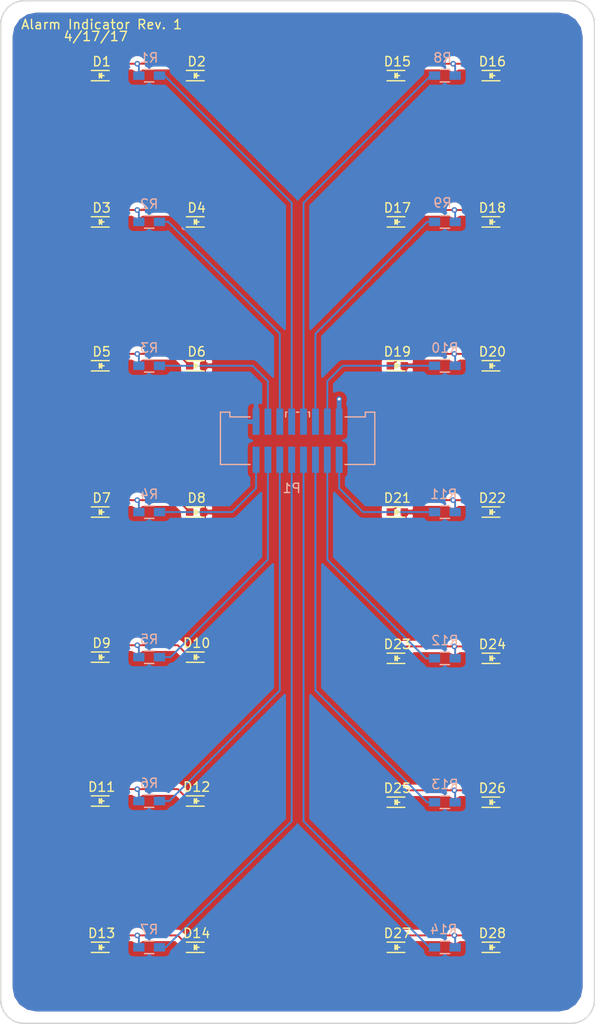
<source format=kicad_pcb>
(kicad_pcb (version 20170123) (host pcbnew "(2017-03-15 revision 2afc15f41)-multipart_export")

  (general
    (links 70)
    (no_connects 0)
    (area 116.631799 42.971799 180.548201 152.608201)
    (thickness 1.6)
    (drawings 10)
    (tracks 163)
    (zones 0)
    (modules 44)
    (nets 31)
  )

  (page A4)
  (layers
    (0 F.Cu signal)
    (31 B.Cu signal)
    (32 B.Adhes user)
    (33 F.Adhes user)
    (34 B.Paste user)
    (35 F.Paste user)
    (36 B.SilkS user)
    (37 F.SilkS user)
    (38 B.Mask user)
    (39 F.Mask user)
    (40 Dwgs.User user)
    (41 Cmts.User user)
    (42 Eco1.User user hide)
    (43 Eco2.User user)
    (44 Edge.Cuts user)
    (45 Margin user)
    (46 B.CrtYd user)
    (47 F.CrtYd user)
    (48 B.Fab user)
    (49 F.Fab user)
  )

  (setup
    (last_trace_width 0.2032)
    (user_trace_width 0.2032)
    (user_trace_width 0.508)
    (trace_clearance 0.2032)
    (zone_clearance 0.508)
    (zone_45_only no)
    (trace_min 0.1524)
    (segment_width 0.2)
    (edge_width 0.15)
    (via_size 0.6096)
    (via_drill 0.3048)
    (via_min_size 0.6096)
    (via_min_drill 0.3048)
    (user_via 0.6096 0.3048)
    (uvia_size 0.3)
    (uvia_drill 0.1)
    (uvias_allowed no)
    (uvia_min_size 0.2)
    (uvia_min_drill 0.1)
    (pcb_text_width 0.3)
    (pcb_text_size 1.5 1.5)
    (mod_edge_width 0.15)
    (mod_text_size 1 1)
    (mod_text_width 0.15)
    (pad_size 1.524 1.524)
    (pad_drill 0.762)
    (pad_to_mask_clearance 0.2)
    (aux_axis_origin 0 0)
    (visible_elements FFFFFF7F)
    (pcbplotparams
      (layerselection 0x00030_ffffffff)
      (usegerberextensions false)
      (excludeedgelayer true)
      (linewidth 0.100000)
      (plotframeref false)
      (viasonmask false)
      (mode 1)
      (useauxorigin false)
      (hpglpennumber 1)
      (hpglpenspeed 20)
      (hpglpendiameter 15)
      (psnegative false)
      (psa4output false)
      (plotreference true)
      (plotvalue true)
      (plotinvisibletext false)
      (padsonsilk false)
      (subtractmaskfromsilk false)
      (outputformat 1)
      (mirror false)
      (drillshape 1)
      (scaleselection 1)
      (outputdirectory ""))
  )

  (net 0 "")
  (net 1 "Net-(D1-Pad1)")
  (net 2 +12V)
  (net 3 "Net-(D3-Pad1)")
  (net 4 NO_DAP)
  (net 5 PRIO_DISP)
  (net 6 UPLINK_ACTY)
  (net 7 STBY)
  (net 8 NO_ATT)
  (net 9 OPR_ERR)
  (net 10 KEY_REL)
  (net 11 TRACKER)
  (net 12 ALT)
  (net 13 VEL)
  (net 14 PROG)
  (net 15 RESTART)
  (net 16 GIMBAL_LOCK)
  (net 17 TEMP)
  (net 18 GND)
  (net 19 "Net-(D5-Pad1)")
  (net 20 "Net-(D7-Pad1)")
  (net 21 "Net-(D10-Pad1)")
  (net 22 "Net-(D11-Pad1)")
  (net 23 "Net-(D13-Pad1)")
  (net 24 "Net-(D15-Pad1)")
  (net 25 "Net-(D17-Pad1)")
  (net 26 "Net-(D19-Pad1)")
  (net 27 "Net-(D21-Pad1)")
  (net 28 "Net-(D23-Pad1)")
  (net 29 "Net-(D25-Pad1)")
  (net 30 "Net-(D27-Pad1)")

  (net_class Default "This is the default net class."
    (clearance 0.2032)
    (trace_width 0.2032)
    (via_dia 0.6096)
    (via_drill 0.3048)
    (uvia_dia 0.3)
    (uvia_drill 0.1)
    (add_net +12V)
    (add_net ALT)
    (add_net GIMBAL_LOCK)
    (add_net GND)
    (add_net KEY_REL)
    (add_net NO_ATT)
    (add_net NO_DAP)
    (add_net "Net-(D1-Pad1)")
    (add_net "Net-(D10-Pad1)")
    (add_net "Net-(D11-Pad1)")
    (add_net "Net-(D13-Pad1)")
    (add_net "Net-(D15-Pad1)")
    (add_net "Net-(D17-Pad1)")
    (add_net "Net-(D19-Pad1)")
    (add_net "Net-(D21-Pad1)")
    (add_net "Net-(D23-Pad1)")
    (add_net "Net-(D25-Pad1)")
    (add_net "Net-(D27-Pad1)")
    (add_net "Net-(D3-Pad1)")
    (add_net "Net-(D5-Pad1)")
    (add_net "Net-(D7-Pad1)")
    (add_net OPR_ERR)
    (add_net PRIO_DISP)
    (add_net PROG)
    (add_net RESTART)
    (add_net STBY)
    (add_net TEMP)
    (add_net TRACKER)
    (add_net UPLINK_ACTY)
    (add_net VEL)
  )

  (module LEDs:LED-0603 (layer F.Cu) (tedit 58F46C69) (tstamp 58F46E8A)
    (at 127.635 113.284)
    (descr "LED 0603 smd package")
    (tags "LED led 0603 SMD smd SMT smt smdled SMDLED smtled SMTLED")
    (path /58FA3E00)
    (attr smd)
    (fp_text reference D9 (at 0 -1.5) (layer F.SilkS)
      (effects (font (size 1 1) (thickness 0.15)))
    )
    (fp_text value LED (at 0 1.5) (layer F.Fab)
      (effects (font (size 1 1) (thickness 0.15)))
    )
    (fp_line (start -1.4 -0.75) (end 1.4 -0.75) (layer F.CrtYd) (width 0.05))
    (fp_line (start -1.4 0.75) (end -1.4 -0.75) (layer F.CrtYd) (width 0.05))
    (fp_line (start 1.4 0.75) (end -1.4 0.75) (layer F.CrtYd) (width 0.05))
    (fp_line (start 1.4 -0.75) (end 1.4 0.75) (layer F.CrtYd) (width 0.05))
    (fp_line (start 0 0.25) (end -0.25 0) (layer F.SilkS) (width 0.15))
    (fp_line (start 0 -0.25) (end 0 0.25) (layer F.SilkS) (width 0.15))
    (fp_line (start -0.25 0) (end 0 -0.25) (layer F.SilkS) (width 0.15))
    (fp_line (start -0.25 -0.25) (end -0.25 0.25) (layer F.SilkS) (width 0.15))
    (fp_line (start -0.2 0) (end 0.25 0) (layer F.SilkS) (width 0.15))
    (fp_line (start -1.1 -0.55) (end 0.8 -0.55) (layer F.SilkS) (width 0.15))
    (fp_line (start -1.1 0.55) (end 0.8 0.55) (layer F.SilkS) (width 0.15))
    (pad 1 smd rect (at -0.7493 0 180) (size 0.79756 0.79756) (layers F.Cu F.Paste F.Mask)
      (net 21 "Net-(D10-Pad1)"))
    (pad 2 smd rect (at 0.7493 0 180) (size 0.79756 0.79756) (layers F.Cu F.Paste F.Mask)
      (net 2 +12V))
  )

  (module LEDs:LED-0603 (layer F.Cu) (tedit 58F46C6D) (tstamp 58F46E7A)
    (at 137.795 113.284)
    (descr "LED 0603 smd package")
    (tags "LED led 0603 SMD smd SMT smt smdled SMDLED smtled SMTLED")
    (path /58FA3E06)
    (attr smd)
    (fp_text reference D10 (at 0 -1.5) (layer F.SilkS)
      (effects (font (size 1 1) (thickness 0.15)))
    )
    (fp_text value LED (at 0 1.5) (layer F.Fab)
      (effects (font (size 1 1) (thickness 0.15)))
    )
    (fp_line (start -1.4 -0.75) (end 1.4 -0.75) (layer F.CrtYd) (width 0.05))
    (fp_line (start -1.4 0.75) (end -1.4 -0.75) (layer F.CrtYd) (width 0.05))
    (fp_line (start 1.4 0.75) (end -1.4 0.75) (layer F.CrtYd) (width 0.05))
    (fp_line (start 1.4 -0.75) (end 1.4 0.75) (layer F.CrtYd) (width 0.05))
    (fp_line (start 0 0.25) (end -0.25 0) (layer F.SilkS) (width 0.15))
    (fp_line (start 0 -0.25) (end 0 0.25) (layer F.SilkS) (width 0.15))
    (fp_line (start -0.25 0) (end 0 -0.25) (layer F.SilkS) (width 0.15))
    (fp_line (start -0.25 -0.25) (end -0.25 0.25) (layer F.SilkS) (width 0.15))
    (fp_line (start -0.2 0) (end 0.25 0) (layer F.SilkS) (width 0.15))
    (fp_line (start -1.1 -0.55) (end 0.8 -0.55) (layer F.SilkS) (width 0.15))
    (fp_line (start -1.1 0.55) (end 0.8 0.55) (layer F.SilkS) (width 0.15))
    (pad 1 smd rect (at -0.7493 0 180) (size 0.79756 0.79756) (layers F.Cu F.Paste F.Mask)
      (net 21 "Net-(D10-Pad1)"))
    (pad 2 smd rect (at 0.7493 0 180) (size 0.79756 0.79756) (layers F.Cu F.Paste F.Mask)
      (net 2 +12V))
  )

  (module Resistors_SMD:R_0603_HandSoldering (layer B.Cu) (tedit 58F46E60) (tstamp 58F46E6F)
    (at 132.715 113.284 180)
    (descr "Resistor SMD 0603, hand soldering")
    (tags "resistor 0603")
    (path /58F9E086)
    (attr smd)
    (fp_text reference R5 (at 0 1.9 180) (layer B.SilkS)
      (effects (font (size 1 1) (thickness 0.15)) (justify mirror))
    )
    (fp_text value 500 (at 0 -1.9 180) (layer B.Fab) hide
      (effects (font (size 1 1) (thickness 0.15)) (justify mirror))
    )
    (fp_line (start -2 0.8) (end 2 0.8) (layer B.CrtYd) (width 0.05))
    (fp_line (start -2 -0.8) (end 2 -0.8) (layer B.CrtYd) (width 0.05))
    (fp_line (start -2 0.8) (end -2 -0.8) (layer B.CrtYd) (width 0.05))
    (fp_line (start 2 0.8) (end 2 -0.8) (layer B.CrtYd) (width 0.05))
    (fp_line (start 0.5 -0.675) (end -0.5 -0.675) (layer B.SilkS) (width 0.15))
    (fp_line (start -0.5 0.675) (end 0.5 0.675) (layer B.SilkS) (width 0.15))
    (pad 1 smd rect (at -1.1 0 180) (size 1.2 0.9) (layers B.Cu B.Paste B.Mask)
      (net 9 OPR_ERR))
    (pad 2 smd rect (at 1.1 0 180) (size 1.2 0.9) (layers B.Cu B.Paste B.Mask)
      (net 21 "Net-(D10-Pad1)"))
    (model Resistors_SMD.3dshapes/R_0603_HandSoldering.wrl
      (at (xyz 0 0 0))
      (scale (xyz 1 1 1))
      (rotate (xyz 0 0 0))
    )
  )

  (module Resistors_SMD:R_0603_HandSoldering (layer B.Cu) (tedit 58F46E6A) (tstamp 58F46E64)
    (at 132.715 144.272 180)
    (descr "Resistor SMD 0603, hand soldering")
    (tags "resistor 0603")
    (path /58F9E092)
    (attr smd)
    (fp_text reference R7 (at 0 1.9 180) (layer B.SilkS)
      (effects (font (size 1 1) (thickness 0.15)) (justify mirror))
    )
    (fp_text value 500 (at 0 -1.9 180) (layer B.Fab) hide
      (effects (font (size 1 1) (thickness 0.15)) (justify mirror))
    )
    (fp_line (start -0.5 0.675) (end 0.5 0.675) (layer B.SilkS) (width 0.15))
    (fp_line (start 0.5 -0.675) (end -0.5 -0.675) (layer B.SilkS) (width 0.15))
    (fp_line (start 2 0.8) (end 2 -0.8) (layer B.CrtYd) (width 0.05))
    (fp_line (start -2 0.8) (end -2 -0.8) (layer B.CrtYd) (width 0.05))
    (fp_line (start -2 -0.8) (end 2 -0.8) (layer B.CrtYd) (width 0.05))
    (fp_line (start -2 0.8) (end 2 0.8) (layer B.CrtYd) (width 0.05))
    (pad 2 smd rect (at 1.1 0 180) (size 1.2 0.9) (layers B.Cu B.Paste B.Mask)
      (net 23 "Net-(D13-Pad1)"))
    (pad 1 smd rect (at -1.1 0 180) (size 1.2 0.9) (layers B.Cu B.Paste B.Mask)
      (net 4 NO_DAP))
    (model Resistors_SMD.3dshapes/R_0603_HandSoldering.wrl
      (at (xyz 0 0 0))
      (scale (xyz 1 1 1))
      (rotate (xyz 0 0 0))
    )
  )

  (module LEDs:LED-0603 (layer F.Cu) (tedit 58F46C82) (tstamp 58F46E54)
    (at 137.795 144.272)
    (descr "LED 0603 smd package")
    (tags "LED led 0603 SMD smd SMT smt smdled SMDLED smtled SMTLED")
    (path /58FA5FB9)
    (attr smd)
    (fp_text reference D14 (at 0 -1.5) (layer F.SilkS)
      (effects (font (size 1 1) (thickness 0.15)))
    )
    (fp_text value LED (at 0 1.5) (layer F.Fab)
      (effects (font (size 1 1) (thickness 0.15)))
    )
    (fp_line (start -1.1 0.55) (end 0.8 0.55) (layer F.SilkS) (width 0.15))
    (fp_line (start -1.1 -0.55) (end 0.8 -0.55) (layer F.SilkS) (width 0.15))
    (fp_line (start -0.2 0) (end 0.25 0) (layer F.SilkS) (width 0.15))
    (fp_line (start -0.25 -0.25) (end -0.25 0.25) (layer F.SilkS) (width 0.15))
    (fp_line (start -0.25 0) (end 0 -0.25) (layer F.SilkS) (width 0.15))
    (fp_line (start 0 -0.25) (end 0 0.25) (layer F.SilkS) (width 0.15))
    (fp_line (start 0 0.25) (end -0.25 0) (layer F.SilkS) (width 0.15))
    (fp_line (start 1.4 -0.75) (end 1.4 0.75) (layer F.CrtYd) (width 0.05))
    (fp_line (start 1.4 0.75) (end -1.4 0.75) (layer F.CrtYd) (width 0.05))
    (fp_line (start -1.4 0.75) (end -1.4 -0.75) (layer F.CrtYd) (width 0.05))
    (fp_line (start -1.4 -0.75) (end 1.4 -0.75) (layer F.CrtYd) (width 0.05))
    (pad 2 smd rect (at 0.7493 0 180) (size 0.79756 0.79756) (layers F.Cu F.Paste F.Mask)
      (net 2 +12V))
    (pad 1 smd rect (at -0.7493 0 180) (size 0.79756 0.79756) (layers F.Cu F.Paste F.Mask)
      (net 23 "Net-(D13-Pad1)"))
  )

  (module LEDs:LED-0603 (layer F.Cu) (tedit 58F46C7D) (tstamp 58F46E44)
    (at 127.635 144.272)
    (descr "LED 0603 smd package")
    (tags "LED led 0603 SMD smd SMT smt smdled SMDLED smtled SMTLED")
    (path /58FA5FB3)
    (attr smd)
    (fp_text reference D13 (at 0 -1.5) (layer F.SilkS)
      (effects (font (size 1 1) (thickness 0.15)))
    )
    (fp_text value LED (at 0 1.5) (layer F.Fab)
      (effects (font (size 1 1) (thickness 0.15)))
    )
    (fp_line (start -1.1 0.55) (end 0.8 0.55) (layer F.SilkS) (width 0.15))
    (fp_line (start -1.1 -0.55) (end 0.8 -0.55) (layer F.SilkS) (width 0.15))
    (fp_line (start -0.2 0) (end 0.25 0) (layer F.SilkS) (width 0.15))
    (fp_line (start -0.25 -0.25) (end -0.25 0.25) (layer F.SilkS) (width 0.15))
    (fp_line (start -0.25 0) (end 0 -0.25) (layer F.SilkS) (width 0.15))
    (fp_line (start 0 -0.25) (end 0 0.25) (layer F.SilkS) (width 0.15))
    (fp_line (start 0 0.25) (end -0.25 0) (layer F.SilkS) (width 0.15))
    (fp_line (start 1.4 -0.75) (end 1.4 0.75) (layer F.CrtYd) (width 0.05))
    (fp_line (start 1.4 0.75) (end -1.4 0.75) (layer F.CrtYd) (width 0.05))
    (fp_line (start -1.4 0.75) (end -1.4 -0.75) (layer F.CrtYd) (width 0.05))
    (fp_line (start -1.4 -0.75) (end 1.4 -0.75) (layer F.CrtYd) (width 0.05))
    (pad 2 smd rect (at 0.7493 0 180) (size 0.79756 0.79756) (layers F.Cu F.Paste F.Mask)
      (net 2 +12V))
    (pad 1 smd rect (at -0.7493 0 180) (size 0.79756 0.79756) (layers F.Cu F.Paste F.Mask)
      (net 23 "Net-(D13-Pad1)"))
  )

  (module LEDs:LED-0603 (layer F.Cu) (tedit 58F46C72) (tstamp 58F46E34)
    (at 127.635 128.651)
    (descr "LED 0603 smd package")
    (tags "LED led 0603 SMD smd SMT smt smdled SMDLED smtled SMTLED")
    (path /58FA4A34)
    (attr smd)
    (fp_text reference D11 (at 0 -1.5) (layer F.SilkS)
      (effects (font (size 1 1) (thickness 0.15)))
    )
    (fp_text value LED (at 0 1.5) (layer F.Fab)
      (effects (font (size 1 1) (thickness 0.15)))
    )
    (fp_line (start -1.4 -0.75) (end 1.4 -0.75) (layer F.CrtYd) (width 0.05))
    (fp_line (start -1.4 0.75) (end -1.4 -0.75) (layer F.CrtYd) (width 0.05))
    (fp_line (start 1.4 0.75) (end -1.4 0.75) (layer F.CrtYd) (width 0.05))
    (fp_line (start 1.4 -0.75) (end 1.4 0.75) (layer F.CrtYd) (width 0.05))
    (fp_line (start 0 0.25) (end -0.25 0) (layer F.SilkS) (width 0.15))
    (fp_line (start 0 -0.25) (end 0 0.25) (layer F.SilkS) (width 0.15))
    (fp_line (start -0.25 0) (end 0 -0.25) (layer F.SilkS) (width 0.15))
    (fp_line (start -0.25 -0.25) (end -0.25 0.25) (layer F.SilkS) (width 0.15))
    (fp_line (start -0.2 0) (end 0.25 0) (layer F.SilkS) (width 0.15))
    (fp_line (start -1.1 -0.55) (end 0.8 -0.55) (layer F.SilkS) (width 0.15))
    (fp_line (start -1.1 0.55) (end 0.8 0.55) (layer F.SilkS) (width 0.15))
    (pad 1 smd rect (at -0.7493 0 180) (size 0.79756 0.79756) (layers F.Cu F.Paste F.Mask)
      (net 22 "Net-(D11-Pad1)"))
    (pad 2 smd rect (at 0.7493 0 180) (size 0.79756 0.79756) (layers F.Cu F.Paste F.Mask)
      (net 2 +12V))
  )

  (module LEDs:LED-0603 (layer F.Cu) (tedit 58F46C77) (tstamp 58F46E24)
    (at 137.795 128.651)
    (descr "LED 0603 smd package")
    (tags "LED led 0603 SMD smd SMT smt smdled SMDLED smtled SMTLED")
    (path /58FA4A3A)
    (attr smd)
    (fp_text reference D12 (at 0 -1.5) (layer F.SilkS)
      (effects (font (size 1 1) (thickness 0.15)))
    )
    (fp_text value LED (at 0 1.5) (layer F.Fab)
      (effects (font (size 1 1) (thickness 0.15)))
    )
    (fp_line (start -1.4 -0.75) (end 1.4 -0.75) (layer F.CrtYd) (width 0.05))
    (fp_line (start -1.4 0.75) (end -1.4 -0.75) (layer F.CrtYd) (width 0.05))
    (fp_line (start 1.4 0.75) (end -1.4 0.75) (layer F.CrtYd) (width 0.05))
    (fp_line (start 1.4 -0.75) (end 1.4 0.75) (layer F.CrtYd) (width 0.05))
    (fp_line (start 0 0.25) (end -0.25 0) (layer F.SilkS) (width 0.15))
    (fp_line (start 0 -0.25) (end 0 0.25) (layer F.SilkS) (width 0.15))
    (fp_line (start -0.25 0) (end 0 -0.25) (layer F.SilkS) (width 0.15))
    (fp_line (start -0.25 -0.25) (end -0.25 0.25) (layer F.SilkS) (width 0.15))
    (fp_line (start -0.2 0) (end 0.25 0) (layer F.SilkS) (width 0.15))
    (fp_line (start -1.1 -0.55) (end 0.8 -0.55) (layer F.SilkS) (width 0.15))
    (fp_line (start -1.1 0.55) (end 0.8 0.55) (layer F.SilkS) (width 0.15))
    (pad 1 smd rect (at -0.7493 0 180) (size 0.79756 0.79756) (layers F.Cu F.Paste F.Mask)
      (net 22 "Net-(D11-Pad1)"))
    (pad 2 smd rect (at 0.7493 0 180) (size 0.79756 0.79756) (layers F.Cu F.Paste F.Mask)
      (net 2 +12V))
  )

  (module Resistors_SMD:R_0603_HandSoldering (layer B.Cu) (tedit 58F46E64) (tstamp 58F46E19)
    (at 132.715 128.651 180)
    (descr "Resistor SMD 0603, hand soldering")
    (tags "resistor 0603")
    (path /58F9E08C)
    (attr smd)
    (fp_text reference R6 (at 0 1.9 180) (layer B.SilkS)
      (effects (font (size 1 1) (thickness 0.15)) (justify mirror))
    )
    (fp_text value 500 (at 0 -1.9 180) (layer B.Fab) hide
      (effects (font (size 1 1) (thickness 0.15)) (justify mirror))
    )
    (fp_line (start -2 0.8) (end 2 0.8) (layer B.CrtYd) (width 0.05))
    (fp_line (start -2 -0.8) (end 2 -0.8) (layer B.CrtYd) (width 0.05))
    (fp_line (start -2 0.8) (end -2 -0.8) (layer B.CrtYd) (width 0.05))
    (fp_line (start 2 0.8) (end 2 -0.8) (layer B.CrtYd) (width 0.05))
    (fp_line (start 0.5 -0.675) (end -0.5 -0.675) (layer B.SilkS) (width 0.15))
    (fp_line (start -0.5 0.675) (end 0.5 0.675) (layer B.SilkS) (width 0.15))
    (pad 1 smd rect (at -1.1 0 180) (size 1.2 0.9) (layers B.Cu B.Paste B.Mask)
      (net 5 PRIO_DISP))
    (pad 2 smd rect (at 1.1 0 180) (size 1.2 0.9) (layers B.Cu B.Paste B.Mask)
      (net 22 "Net-(D11-Pad1)"))
    (model Resistors_SMD.3dshapes/R_0603_HandSoldering.wrl
      (at (xyz 0 0 0))
      (scale (xyz 1 1 1))
      (rotate (xyz 0 0 0))
    )
  )

  (module Resistors_SMD:R_0603_HandSoldering (layer B.Cu) (tedit 58F46E53) (tstamp 58F46DFE)
    (at 132.715 82.169 180)
    (descr "Resistor SMD 0603, hand soldering")
    (tags "resistor 0603")
    (path /58F9DEDC)
    (attr smd)
    (fp_text reference R3 (at 0 1.9 180) (layer B.SilkS)
      (effects (font (size 1 1) (thickness 0.15)) (justify mirror))
    )
    (fp_text value 500 (at 0 -1.9 180) (layer B.Fab) hide
      (effects (font (size 1 1) (thickness 0.15)) (justify mirror))
    )
    (fp_line (start -0.5 0.675) (end 0.5 0.675) (layer B.SilkS) (width 0.15))
    (fp_line (start 0.5 -0.675) (end -0.5 -0.675) (layer B.SilkS) (width 0.15))
    (fp_line (start 2 0.8) (end 2 -0.8) (layer B.CrtYd) (width 0.05))
    (fp_line (start -2 0.8) (end -2 -0.8) (layer B.CrtYd) (width 0.05))
    (fp_line (start -2 -0.8) (end 2 -0.8) (layer B.CrtYd) (width 0.05))
    (fp_line (start -2 0.8) (end 2 0.8) (layer B.CrtYd) (width 0.05))
    (pad 2 smd rect (at 1.1 0 180) (size 1.2 0.9) (layers B.Cu B.Paste B.Mask)
      (net 19 "Net-(D5-Pad1)"))
    (pad 1 smd rect (at -1.1 0 180) (size 1.2 0.9) (layers B.Cu B.Paste B.Mask)
      (net 7 STBY))
    (model Resistors_SMD.3dshapes/R_0603_HandSoldering.wrl
      (at (xyz 0 0 0))
      (scale (xyz 1 1 1))
      (rotate (xyz 0 0 0))
    )
  )

  (module LEDs:LED-0603 (layer F.Cu) (tedit 58F46C5C) (tstamp 58F46DEE)
    (at 137.795 82.169)
    (descr "LED 0603 smd package")
    (tags "LED led 0603 SMD smd SMT smt smdled SMDLED smtled SMTLED")
    (path /58FA3839)
    (attr smd)
    (fp_text reference D6 (at 0 -1.5) (layer F.SilkS)
      (effects (font (size 1 1) (thickness 0.15)))
    )
    (fp_text value LED (at 0 1.5) (layer F.Fab)
      (effects (font (size 1 1) (thickness 0.15)))
    )
    (fp_line (start -1.1 0.55) (end 0.8 0.55) (layer F.SilkS) (width 0.15))
    (fp_line (start -1.1 -0.55) (end 0.8 -0.55) (layer F.SilkS) (width 0.15))
    (fp_line (start -0.2 0) (end 0.25 0) (layer F.SilkS) (width 0.15))
    (fp_line (start -0.25 -0.25) (end -0.25 0.25) (layer F.SilkS) (width 0.15))
    (fp_line (start -0.25 0) (end 0 -0.25) (layer F.SilkS) (width 0.15))
    (fp_line (start 0 -0.25) (end 0 0.25) (layer F.SilkS) (width 0.15))
    (fp_line (start 0 0.25) (end -0.25 0) (layer F.SilkS) (width 0.15))
    (fp_line (start 1.4 -0.75) (end 1.4 0.75) (layer F.CrtYd) (width 0.05))
    (fp_line (start 1.4 0.75) (end -1.4 0.75) (layer F.CrtYd) (width 0.05))
    (fp_line (start -1.4 0.75) (end -1.4 -0.75) (layer F.CrtYd) (width 0.05))
    (fp_line (start -1.4 -0.75) (end 1.4 -0.75) (layer F.CrtYd) (width 0.05))
    (pad 2 smd rect (at 0.7493 0 180) (size 0.79756 0.79756) (layers F.Cu F.Paste F.Mask)
      (net 2 +12V))
    (pad 1 smd rect (at -0.7493 0 180) (size 0.79756 0.79756) (layers F.Cu F.Paste F.Mask)
      (net 19 "Net-(D5-Pad1)"))
  )

  (module LEDs:LED-0603 (layer F.Cu) (tedit 58F46C58) (tstamp 58F46DDE)
    (at 127.635 82.169)
    (descr "LED 0603 smd package")
    (tags "LED led 0603 SMD smd SMT smt smdled SMDLED smtled SMTLED")
    (path /58FA3833)
    (attr smd)
    (fp_text reference D5 (at 0 -1.5) (layer F.SilkS)
      (effects (font (size 1 1) (thickness 0.15)))
    )
    (fp_text value LED (at 0 1.5) (layer F.Fab)
      (effects (font (size 1 1) (thickness 0.15)))
    )
    (fp_line (start -1.1 0.55) (end 0.8 0.55) (layer F.SilkS) (width 0.15))
    (fp_line (start -1.1 -0.55) (end 0.8 -0.55) (layer F.SilkS) (width 0.15))
    (fp_line (start -0.2 0) (end 0.25 0) (layer F.SilkS) (width 0.15))
    (fp_line (start -0.25 -0.25) (end -0.25 0.25) (layer F.SilkS) (width 0.15))
    (fp_line (start -0.25 0) (end 0 -0.25) (layer F.SilkS) (width 0.15))
    (fp_line (start 0 -0.25) (end 0 0.25) (layer F.SilkS) (width 0.15))
    (fp_line (start 0 0.25) (end -0.25 0) (layer F.SilkS) (width 0.15))
    (fp_line (start 1.4 -0.75) (end 1.4 0.75) (layer F.CrtYd) (width 0.05))
    (fp_line (start 1.4 0.75) (end -1.4 0.75) (layer F.CrtYd) (width 0.05))
    (fp_line (start -1.4 0.75) (end -1.4 -0.75) (layer F.CrtYd) (width 0.05))
    (fp_line (start -1.4 -0.75) (end 1.4 -0.75) (layer F.CrtYd) (width 0.05))
    (pad 2 smd rect (at 0.7493 0 180) (size 0.79756 0.79756) (layers F.Cu F.Paste F.Mask)
      (net 2 +12V))
    (pad 1 smd rect (at -0.7493 0 180) (size 0.79756 0.79756) (layers F.Cu F.Paste F.Mask)
      (net 19 "Net-(D5-Pad1)"))
  )

  (module LEDs:LED-0603 (layer F.Cu) (tedit 58F46C61) (tstamp 58F46DCE)
    (at 127.635 97.79)
    (descr "LED 0603 smd package")
    (tags "LED led 0603 SMD smd SMT smt smdled SMDLED smtled SMTLED")
    (path /58FA3925)
    (attr smd)
    (fp_text reference D7 (at 0 -1.5) (layer F.SilkS)
      (effects (font (size 1 1) (thickness 0.15)))
    )
    (fp_text value LED (at 0 1.5) (layer F.Fab)
      (effects (font (size 1 1) (thickness 0.15)))
    )
    (fp_line (start -1.4 -0.75) (end 1.4 -0.75) (layer F.CrtYd) (width 0.05))
    (fp_line (start -1.4 0.75) (end -1.4 -0.75) (layer F.CrtYd) (width 0.05))
    (fp_line (start 1.4 0.75) (end -1.4 0.75) (layer F.CrtYd) (width 0.05))
    (fp_line (start 1.4 -0.75) (end 1.4 0.75) (layer F.CrtYd) (width 0.05))
    (fp_line (start 0 0.25) (end -0.25 0) (layer F.SilkS) (width 0.15))
    (fp_line (start 0 -0.25) (end 0 0.25) (layer F.SilkS) (width 0.15))
    (fp_line (start -0.25 0) (end 0 -0.25) (layer F.SilkS) (width 0.15))
    (fp_line (start -0.25 -0.25) (end -0.25 0.25) (layer F.SilkS) (width 0.15))
    (fp_line (start -0.2 0) (end 0.25 0) (layer F.SilkS) (width 0.15))
    (fp_line (start -1.1 -0.55) (end 0.8 -0.55) (layer F.SilkS) (width 0.15))
    (fp_line (start -1.1 0.55) (end 0.8 0.55) (layer F.SilkS) (width 0.15))
    (pad 1 smd rect (at -0.7493 0 180) (size 0.79756 0.79756) (layers F.Cu F.Paste F.Mask)
      (net 20 "Net-(D7-Pad1)"))
    (pad 2 smd rect (at 0.7493 0 180) (size 0.79756 0.79756) (layers F.Cu F.Paste F.Mask)
      (net 2 +12V))
  )

  (module LEDs:LED-0603 (layer F.Cu) (tedit 58F46C64) (tstamp 58F46DBE)
    (at 137.795 97.79)
    (descr "LED 0603 smd package")
    (tags "LED led 0603 SMD smd SMT smt smdled SMDLED smtled SMTLED")
    (path /58FA392B)
    (attr smd)
    (fp_text reference D8 (at 0 -1.5) (layer F.SilkS)
      (effects (font (size 1 1) (thickness 0.15)))
    )
    (fp_text value LED (at 0 1.5) (layer F.Fab)
      (effects (font (size 1 1) (thickness 0.15)))
    )
    (fp_line (start -1.4 -0.75) (end 1.4 -0.75) (layer F.CrtYd) (width 0.05))
    (fp_line (start -1.4 0.75) (end -1.4 -0.75) (layer F.CrtYd) (width 0.05))
    (fp_line (start 1.4 0.75) (end -1.4 0.75) (layer F.CrtYd) (width 0.05))
    (fp_line (start 1.4 -0.75) (end 1.4 0.75) (layer F.CrtYd) (width 0.05))
    (fp_line (start 0 0.25) (end -0.25 0) (layer F.SilkS) (width 0.15))
    (fp_line (start 0 -0.25) (end 0 0.25) (layer F.SilkS) (width 0.15))
    (fp_line (start -0.25 0) (end 0 -0.25) (layer F.SilkS) (width 0.15))
    (fp_line (start -0.25 -0.25) (end -0.25 0.25) (layer F.SilkS) (width 0.15))
    (fp_line (start -0.2 0) (end 0.25 0) (layer F.SilkS) (width 0.15))
    (fp_line (start -1.1 -0.55) (end 0.8 -0.55) (layer F.SilkS) (width 0.15))
    (fp_line (start -1.1 0.55) (end 0.8 0.55) (layer F.SilkS) (width 0.15))
    (pad 1 smd rect (at -0.7493 0 180) (size 0.79756 0.79756) (layers F.Cu F.Paste F.Mask)
      (net 20 "Net-(D7-Pad1)"))
    (pad 2 smd rect (at 0.7493 0 180) (size 0.79756 0.79756) (layers F.Cu F.Paste F.Mask)
      (net 2 +12V))
  )

  (module Resistors_SMD:R_0603_HandSoldering (layer B.Cu) (tedit 58F46E5B) (tstamp 58F46DB3)
    (at 132.715 97.79 180)
    (descr "Resistor SMD 0603, hand soldering")
    (tags "resistor 0603")
    (path /58F9DEE2)
    (attr smd)
    (fp_text reference R4 (at 0 1.9 180) (layer B.SilkS)
      (effects (font (size 1 1) (thickness 0.15)) (justify mirror))
    )
    (fp_text value 500 (at 0 -1.9 180) (layer B.Fab) hide
      (effects (font (size 1 1) (thickness 0.15)) (justify mirror))
    )
    (fp_line (start -2 0.8) (end 2 0.8) (layer B.CrtYd) (width 0.05))
    (fp_line (start -2 -0.8) (end 2 -0.8) (layer B.CrtYd) (width 0.05))
    (fp_line (start -2 0.8) (end -2 -0.8) (layer B.CrtYd) (width 0.05))
    (fp_line (start 2 0.8) (end 2 -0.8) (layer B.CrtYd) (width 0.05))
    (fp_line (start 0.5 -0.675) (end -0.5 -0.675) (layer B.SilkS) (width 0.15))
    (fp_line (start -0.5 0.675) (end 0.5 0.675) (layer B.SilkS) (width 0.15))
    (pad 1 smd rect (at -1.1 0 180) (size 1.2 0.9) (layers B.Cu B.Paste B.Mask)
      (net 10 KEY_REL))
    (pad 2 smd rect (at 1.1 0 180) (size 1.2 0.9) (layers B.Cu B.Paste B.Mask)
      (net 20 "Net-(D7-Pad1)"))
    (model Resistors_SMD.3dshapes/R_0603_HandSoldering.wrl
      (at (xyz 0 0 0))
      (scale (xyz 1 1 1))
      (rotate (xyz 0 0 0))
    )
  )

  (module LEDs:LED-0603 (layer F.Cu) (tedit 58F46CA7) (tstamp 58F46D9A)
    (at 159.258 144.272)
    (descr "LED 0603 smd package")
    (tags "LED led 0603 SMD smd SMT smt smdled SMDLED smtled SMTLED")
    (path /58FA6A99)
    (attr smd)
    (fp_text reference D27 (at 0 -1.5) (layer F.SilkS)
      (effects (font (size 1 1) (thickness 0.15)))
    )
    (fp_text value LED (at 0 1.5) (layer F.Fab)
      (effects (font (size 1 1) (thickness 0.15)))
    )
    (fp_line (start -1.4 -0.75) (end 1.4 -0.75) (layer F.CrtYd) (width 0.05))
    (fp_line (start -1.4 0.75) (end -1.4 -0.75) (layer F.CrtYd) (width 0.05))
    (fp_line (start 1.4 0.75) (end -1.4 0.75) (layer F.CrtYd) (width 0.05))
    (fp_line (start 1.4 -0.75) (end 1.4 0.75) (layer F.CrtYd) (width 0.05))
    (fp_line (start 0 0.25) (end -0.25 0) (layer F.SilkS) (width 0.15))
    (fp_line (start 0 -0.25) (end 0 0.25) (layer F.SilkS) (width 0.15))
    (fp_line (start -0.25 0) (end 0 -0.25) (layer F.SilkS) (width 0.15))
    (fp_line (start -0.25 -0.25) (end -0.25 0.25) (layer F.SilkS) (width 0.15))
    (fp_line (start -0.2 0) (end 0.25 0) (layer F.SilkS) (width 0.15))
    (fp_line (start -1.1 -0.55) (end 0.8 -0.55) (layer F.SilkS) (width 0.15))
    (fp_line (start -1.1 0.55) (end 0.8 0.55) (layer F.SilkS) (width 0.15))
    (pad 1 smd rect (at -0.7493 0 180) (size 0.79756 0.79756) (layers F.Cu F.Paste F.Mask)
      (net 30 "Net-(D27-Pad1)"))
    (pad 2 smd rect (at 0.7493 0 180) (size 0.79756 0.79756) (layers F.Cu F.Paste F.Mask)
      (net 2 +12V))
  )

  (module LEDs:LED-0603 (layer F.Cu) (tedit 58F46CAA) (tstamp 58F46D8A)
    (at 169.418 144.272)
    (descr "LED 0603 smd package")
    (tags "LED led 0603 SMD smd SMT smt smdled SMDLED smtled SMTLED")
    (path /58FA6A9F)
    (attr smd)
    (fp_text reference D28 (at 0 -1.5) (layer F.SilkS)
      (effects (font (size 1 1) (thickness 0.15)))
    )
    (fp_text value LED (at 0 1.5) (layer F.Fab)
      (effects (font (size 1 1) (thickness 0.15)))
    )
    (fp_line (start -1.4 -0.75) (end 1.4 -0.75) (layer F.CrtYd) (width 0.05))
    (fp_line (start -1.4 0.75) (end -1.4 -0.75) (layer F.CrtYd) (width 0.05))
    (fp_line (start 1.4 0.75) (end -1.4 0.75) (layer F.CrtYd) (width 0.05))
    (fp_line (start 1.4 -0.75) (end 1.4 0.75) (layer F.CrtYd) (width 0.05))
    (fp_line (start 0 0.25) (end -0.25 0) (layer F.SilkS) (width 0.15))
    (fp_line (start 0 -0.25) (end 0 0.25) (layer F.SilkS) (width 0.15))
    (fp_line (start -0.25 0) (end 0 -0.25) (layer F.SilkS) (width 0.15))
    (fp_line (start -0.25 -0.25) (end -0.25 0.25) (layer F.SilkS) (width 0.15))
    (fp_line (start -0.2 0) (end 0.25 0) (layer F.SilkS) (width 0.15))
    (fp_line (start -1.1 -0.55) (end 0.8 -0.55) (layer F.SilkS) (width 0.15))
    (fp_line (start -1.1 0.55) (end 0.8 0.55) (layer F.SilkS) (width 0.15))
    (pad 1 smd rect (at -0.7493 0 180) (size 0.79756 0.79756) (layers F.Cu F.Paste F.Mask)
      (net 30 "Net-(D27-Pad1)"))
    (pad 2 smd rect (at 0.7493 0 180) (size 0.79756 0.79756) (layers F.Cu F.Paste F.Mask)
      (net 2 +12V))
  )

  (module Resistors_SMD:R_0603_HandSoldering (layer B.Cu) (tedit 58F46EF4) (tstamp 58F46D7F)
    (at 164.338 144.272)
    (descr "Resistor SMD 0603, hand soldering")
    (tags "resistor 0603")
    (path /58FA6A21)
    (attr smd)
    (fp_text reference R14 (at -0.127 -1.905) (layer B.SilkS)
      (effects (font (size 1 1) (thickness 0.15)) (justify mirror))
    )
    (fp_text value 500 (at 0 -1.9) (layer B.Fab) hide
      (effects (font (size 1 1) (thickness 0.15)) (justify mirror))
    )
    (fp_line (start -2 0.8) (end 2 0.8) (layer B.CrtYd) (width 0.05))
    (fp_line (start -2 -0.8) (end 2 -0.8) (layer B.CrtYd) (width 0.05))
    (fp_line (start -2 0.8) (end -2 -0.8) (layer B.CrtYd) (width 0.05))
    (fp_line (start 2 0.8) (end 2 -0.8) (layer B.CrtYd) (width 0.05))
    (fp_line (start 0.5 -0.675) (end -0.5 -0.675) (layer B.SilkS) (width 0.15))
    (fp_line (start -0.5 0.675) (end 0.5 0.675) (layer B.SilkS) (width 0.15))
    (pad 1 smd rect (at -1.1 0) (size 1.2 0.9) (layers B.Cu B.Paste B.Mask)
      (net 13 VEL))
    (pad 2 smd rect (at 1.1 0) (size 1.2 0.9) (layers B.Cu B.Paste B.Mask)
      (net 30 "Net-(D27-Pad1)"))
    (model Resistors_SMD.3dshapes/R_0603_HandSoldering.wrl
      (at (xyz 0 0 0))
      (scale (xyz 1 1 1))
      (rotate (xyz 0 0 0))
    )
  )

  (module Resistors_SMD:R_0603_HandSoldering (layer B.Cu) (tedit 58F46EEB) (tstamp 58F46D59)
    (at 164.338 128.778)
    (descr "Resistor SMD 0603, hand soldering")
    (tags "resistor 0603")
    (path /58FA6A1B)
    (attr smd)
    (fp_text reference R13 (at 0 -1.905) (layer B.SilkS)
      (effects (font (size 1 1) (thickness 0.15)) (justify mirror))
    )
    (fp_text value 500 (at 0 -1.9) (layer B.Fab) hide
      (effects (font (size 1 1) (thickness 0.15)) (justify mirror))
    )
    (fp_line (start -0.5 0.675) (end 0.5 0.675) (layer B.SilkS) (width 0.15))
    (fp_line (start 0.5 -0.675) (end -0.5 -0.675) (layer B.SilkS) (width 0.15))
    (fp_line (start 2 0.8) (end 2 -0.8) (layer B.CrtYd) (width 0.05))
    (fp_line (start -2 0.8) (end -2 -0.8) (layer B.CrtYd) (width 0.05))
    (fp_line (start -2 -0.8) (end 2 -0.8) (layer B.CrtYd) (width 0.05))
    (fp_line (start -2 0.8) (end 2 0.8) (layer B.CrtYd) (width 0.05))
    (pad 2 smd rect (at 1.1 0) (size 1.2 0.9) (layers B.Cu B.Paste B.Mask)
      (net 29 "Net-(D25-Pad1)"))
    (pad 1 smd rect (at -1.1 0) (size 1.2 0.9) (layers B.Cu B.Paste B.Mask)
      (net 12 ALT))
    (model Resistors_SMD.3dshapes/R_0603_HandSoldering.wrl
      (at (xyz 0 0 0))
      (scale (xyz 1 1 1))
      (rotate (xyz 0 0 0))
    )
  )

  (module LEDs:LED-0603 (layer F.Cu) (tedit 58F46CA1) (tstamp 58F46D49)
    (at 169.418 128.778)
    (descr "LED 0603 smd package")
    (tags "LED led 0603 SMD smd SMT smt smdled SMDLED smtled SMTLED")
    (path /58FA6A8F)
    (attr smd)
    (fp_text reference D26 (at 0 -1.5) (layer F.SilkS)
      (effects (font (size 1 1) (thickness 0.15)))
    )
    (fp_text value LED (at 0 1.5) (layer F.Fab)
      (effects (font (size 1 1) (thickness 0.15)))
    )
    (fp_line (start -1.1 0.55) (end 0.8 0.55) (layer F.SilkS) (width 0.15))
    (fp_line (start -1.1 -0.55) (end 0.8 -0.55) (layer F.SilkS) (width 0.15))
    (fp_line (start -0.2 0) (end 0.25 0) (layer F.SilkS) (width 0.15))
    (fp_line (start -0.25 -0.25) (end -0.25 0.25) (layer F.SilkS) (width 0.15))
    (fp_line (start -0.25 0) (end 0 -0.25) (layer F.SilkS) (width 0.15))
    (fp_line (start 0 -0.25) (end 0 0.25) (layer F.SilkS) (width 0.15))
    (fp_line (start 0 0.25) (end -0.25 0) (layer F.SilkS) (width 0.15))
    (fp_line (start 1.4 -0.75) (end 1.4 0.75) (layer F.CrtYd) (width 0.05))
    (fp_line (start 1.4 0.75) (end -1.4 0.75) (layer F.CrtYd) (width 0.05))
    (fp_line (start -1.4 0.75) (end -1.4 -0.75) (layer F.CrtYd) (width 0.05))
    (fp_line (start -1.4 -0.75) (end 1.4 -0.75) (layer F.CrtYd) (width 0.05))
    (pad 2 smd rect (at 0.7493 0 180) (size 0.79756 0.79756) (layers F.Cu F.Paste F.Mask)
      (net 2 +12V))
    (pad 1 smd rect (at -0.7493 0 180) (size 0.79756 0.79756) (layers F.Cu F.Paste F.Mask)
      (net 29 "Net-(D25-Pad1)"))
  )

  (module LEDs:LED-0603 (layer F.Cu) (tedit 58F46C9C) (tstamp 58F46D39)
    (at 159.258 128.778)
    (descr "LED 0603 smd package")
    (tags "LED led 0603 SMD smd SMT smt smdled SMDLED smtled SMTLED")
    (path /58FA6A89)
    (attr smd)
    (fp_text reference D25 (at 0 -1.5) (layer F.SilkS)
      (effects (font (size 1 1) (thickness 0.15)))
    )
    (fp_text value LED (at 0 1.5) (layer F.Fab)
      (effects (font (size 1 1) (thickness 0.15)))
    )
    (fp_line (start -1.1 0.55) (end 0.8 0.55) (layer F.SilkS) (width 0.15))
    (fp_line (start -1.1 -0.55) (end 0.8 -0.55) (layer F.SilkS) (width 0.15))
    (fp_line (start -0.2 0) (end 0.25 0) (layer F.SilkS) (width 0.15))
    (fp_line (start -0.25 -0.25) (end -0.25 0.25) (layer F.SilkS) (width 0.15))
    (fp_line (start -0.25 0) (end 0 -0.25) (layer F.SilkS) (width 0.15))
    (fp_line (start 0 -0.25) (end 0 0.25) (layer F.SilkS) (width 0.15))
    (fp_line (start 0 0.25) (end -0.25 0) (layer F.SilkS) (width 0.15))
    (fp_line (start 1.4 -0.75) (end 1.4 0.75) (layer F.CrtYd) (width 0.05))
    (fp_line (start 1.4 0.75) (end -1.4 0.75) (layer F.CrtYd) (width 0.05))
    (fp_line (start -1.4 0.75) (end -1.4 -0.75) (layer F.CrtYd) (width 0.05))
    (fp_line (start -1.4 -0.75) (end 1.4 -0.75) (layer F.CrtYd) (width 0.05))
    (pad 2 smd rect (at 0.7493 0 180) (size 0.79756 0.79756) (layers F.Cu F.Paste F.Mask)
      (net 2 +12V))
    (pad 1 smd rect (at -0.7493 0 180) (size 0.79756 0.79756) (layers F.Cu F.Paste F.Mask)
      (net 29 "Net-(D25-Pad1)"))
  )

  (module Resistors_SMD:R_0603_HandSoldering (layer B.Cu) (tedit 58F46EDD) (tstamp 58F46D2E)
    (at 164.338 113.411)
    (descr "Resistor SMD 0603, hand soldering")
    (tags "resistor 0603")
    (path /58FA6A15)
    (attr smd)
    (fp_text reference R12 (at 0 -1.905) (layer B.SilkS)
      (effects (font (size 1 1) (thickness 0.15)) (justify mirror))
    )
    (fp_text value 500 (at 0 -1.9) (layer B.Fab) hide
      (effects (font (size 1 1) (thickness 0.15)) (justify mirror))
    )
    (fp_line (start -0.5 0.675) (end 0.5 0.675) (layer B.SilkS) (width 0.15))
    (fp_line (start 0.5 -0.675) (end -0.5 -0.675) (layer B.SilkS) (width 0.15))
    (fp_line (start 2 0.8) (end 2 -0.8) (layer B.CrtYd) (width 0.05))
    (fp_line (start -2 0.8) (end -2 -0.8) (layer B.CrtYd) (width 0.05))
    (fp_line (start -2 -0.8) (end 2 -0.8) (layer B.CrtYd) (width 0.05))
    (fp_line (start -2 0.8) (end 2 0.8) (layer B.CrtYd) (width 0.05))
    (pad 2 smd rect (at 1.1 0) (size 1.2 0.9) (layers B.Cu B.Paste B.Mask)
      (net 28 "Net-(D23-Pad1)"))
    (pad 1 smd rect (at -1.1 0) (size 1.2 0.9) (layers B.Cu B.Paste B.Mask)
      (net 11 TRACKER))
    (model Resistors_SMD.3dshapes/R_0603_HandSoldering.wrl
      (at (xyz 0 0 0))
      (scale (xyz 1 1 1))
      (rotate (xyz 0 0 0))
    )
  )

  (module LEDs:LED-0603 (layer F.Cu) (tedit 58F46C97) (tstamp 58F46D1E)
    (at 169.418 113.411)
    (descr "LED 0603 smd package")
    (tags "LED led 0603 SMD smd SMT smt smdled SMDLED smtled SMTLED")
    (path /58FA6A7F)
    (attr smd)
    (fp_text reference D24 (at 0 -1.5) (layer F.SilkS)
      (effects (font (size 1 1) (thickness 0.15)))
    )
    (fp_text value LED (at 0 1.5) (layer F.Fab)
      (effects (font (size 1 1) (thickness 0.15)))
    )
    (fp_line (start -1.1 0.55) (end 0.8 0.55) (layer F.SilkS) (width 0.15))
    (fp_line (start -1.1 -0.55) (end 0.8 -0.55) (layer F.SilkS) (width 0.15))
    (fp_line (start -0.2 0) (end 0.25 0) (layer F.SilkS) (width 0.15))
    (fp_line (start -0.25 -0.25) (end -0.25 0.25) (layer F.SilkS) (width 0.15))
    (fp_line (start -0.25 0) (end 0 -0.25) (layer F.SilkS) (width 0.15))
    (fp_line (start 0 -0.25) (end 0 0.25) (layer F.SilkS) (width 0.15))
    (fp_line (start 0 0.25) (end -0.25 0) (layer F.SilkS) (width 0.15))
    (fp_line (start 1.4 -0.75) (end 1.4 0.75) (layer F.CrtYd) (width 0.05))
    (fp_line (start 1.4 0.75) (end -1.4 0.75) (layer F.CrtYd) (width 0.05))
    (fp_line (start -1.4 0.75) (end -1.4 -0.75) (layer F.CrtYd) (width 0.05))
    (fp_line (start -1.4 -0.75) (end 1.4 -0.75) (layer F.CrtYd) (width 0.05))
    (pad 2 smd rect (at 0.7493 0 180) (size 0.79756 0.79756) (layers F.Cu F.Paste F.Mask)
      (net 2 +12V))
    (pad 1 smd rect (at -0.7493 0 180) (size 0.79756 0.79756) (layers F.Cu F.Paste F.Mask)
      (net 28 "Net-(D23-Pad1)"))
  )

  (module LEDs:LED-0603 (layer F.Cu) (tedit 58F46C93) (tstamp 58F46D0E)
    (at 159.258 113.411)
    (descr "LED 0603 smd package")
    (tags "LED led 0603 SMD smd SMT smt smdled SMDLED smtled SMTLED")
    (path /58FA6A79)
    (attr smd)
    (fp_text reference D23 (at 0 -1.5) (layer F.SilkS)
      (effects (font (size 1 1) (thickness 0.15)))
    )
    (fp_text value LED (at 0 1.5) (layer F.Fab)
      (effects (font (size 1 1) (thickness 0.15)))
    )
    (fp_line (start -1.1 0.55) (end 0.8 0.55) (layer F.SilkS) (width 0.15))
    (fp_line (start -1.1 -0.55) (end 0.8 -0.55) (layer F.SilkS) (width 0.15))
    (fp_line (start -0.2 0) (end 0.25 0) (layer F.SilkS) (width 0.15))
    (fp_line (start -0.25 -0.25) (end -0.25 0.25) (layer F.SilkS) (width 0.15))
    (fp_line (start -0.25 0) (end 0 -0.25) (layer F.SilkS) (width 0.15))
    (fp_line (start 0 -0.25) (end 0 0.25) (layer F.SilkS) (width 0.15))
    (fp_line (start 0 0.25) (end -0.25 0) (layer F.SilkS) (width 0.15))
    (fp_line (start 1.4 -0.75) (end 1.4 0.75) (layer F.CrtYd) (width 0.05))
    (fp_line (start 1.4 0.75) (end -1.4 0.75) (layer F.CrtYd) (width 0.05))
    (fp_line (start -1.4 0.75) (end -1.4 -0.75) (layer F.CrtYd) (width 0.05))
    (fp_line (start -1.4 -0.75) (end 1.4 -0.75) (layer F.CrtYd) (width 0.05))
    (pad 2 smd rect (at 0.7493 0 180) (size 0.79756 0.79756) (layers F.Cu F.Paste F.Mask)
      (net 2 +12V))
    (pad 1 smd rect (at -0.7493 0 180) (size 0.79756 0.79756) (layers F.Cu F.Paste F.Mask)
      (net 28 "Net-(D23-Pad1)"))
  )

  (module LEDs:LED-0603 (layer F.Cu) (tedit 58F46C8B) (tstamp 58F46CFE)
    (at 159.258 97.79)
    (descr "LED 0603 smd package")
    (tags "LED led 0603 SMD smd SMT smt smdled SMDLED smtled SMTLED")
    (path /58FA6A69)
    (attr smd)
    (fp_text reference D21 (at 0 -1.5) (layer F.SilkS)
      (effects (font (size 1 1) (thickness 0.15)))
    )
    (fp_text value LED (at 0 1.5) (layer F.Fab)
      (effects (font (size 1 1) (thickness 0.15)))
    )
    (fp_line (start -1.4 -0.75) (end 1.4 -0.75) (layer F.CrtYd) (width 0.05))
    (fp_line (start -1.4 0.75) (end -1.4 -0.75) (layer F.CrtYd) (width 0.05))
    (fp_line (start 1.4 0.75) (end -1.4 0.75) (layer F.CrtYd) (width 0.05))
    (fp_line (start 1.4 -0.75) (end 1.4 0.75) (layer F.CrtYd) (width 0.05))
    (fp_line (start 0 0.25) (end -0.25 0) (layer F.SilkS) (width 0.15))
    (fp_line (start 0 -0.25) (end 0 0.25) (layer F.SilkS) (width 0.15))
    (fp_line (start -0.25 0) (end 0 -0.25) (layer F.SilkS) (width 0.15))
    (fp_line (start -0.25 -0.25) (end -0.25 0.25) (layer F.SilkS) (width 0.15))
    (fp_line (start -0.2 0) (end 0.25 0) (layer F.SilkS) (width 0.15))
    (fp_line (start -1.1 -0.55) (end 0.8 -0.55) (layer F.SilkS) (width 0.15))
    (fp_line (start -1.1 0.55) (end 0.8 0.55) (layer F.SilkS) (width 0.15))
    (pad 1 smd rect (at -0.7493 0 180) (size 0.79756 0.79756) (layers F.Cu F.Paste F.Mask)
      (net 27 "Net-(D21-Pad1)"))
    (pad 2 smd rect (at 0.7493 0 180) (size 0.79756 0.79756) (layers F.Cu F.Paste F.Mask)
      (net 2 +12V))
  )

  (module LEDs:LED-0603 (layer F.Cu) (tedit 58F46C8F) (tstamp 58F46CEE)
    (at 169.418 97.79)
    (descr "LED 0603 smd package")
    (tags "LED led 0603 SMD smd SMT smt smdled SMDLED smtled SMTLED")
    (path /58FA6A6F)
    (attr smd)
    (fp_text reference D22 (at 0 -1.5) (layer F.SilkS)
      (effects (font (size 1 1) (thickness 0.15)))
    )
    (fp_text value LED (at 0 1.5) (layer F.Fab)
      (effects (font (size 1 1) (thickness 0.15)))
    )
    (fp_line (start -1.4 -0.75) (end 1.4 -0.75) (layer F.CrtYd) (width 0.05))
    (fp_line (start -1.4 0.75) (end -1.4 -0.75) (layer F.CrtYd) (width 0.05))
    (fp_line (start 1.4 0.75) (end -1.4 0.75) (layer F.CrtYd) (width 0.05))
    (fp_line (start 1.4 -0.75) (end 1.4 0.75) (layer F.CrtYd) (width 0.05))
    (fp_line (start 0 0.25) (end -0.25 0) (layer F.SilkS) (width 0.15))
    (fp_line (start 0 -0.25) (end 0 0.25) (layer F.SilkS) (width 0.15))
    (fp_line (start -0.25 0) (end 0 -0.25) (layer F.SilkS) (width 0.15))
    (fp_line (start -0.25 -0.25) (end -0.25 0.25) (layer F.SilkS) (width 0.15))
    (fp_line (start -0.2 0) (end 0.25 0) (layer F.SilkS) (width 0.15))
    (fp_line (start -1.1 -0.55) (end 0.8 -0.55) (layer F.SilkS) (width 0.15))
    (fp_line (start -1.1 0.55) (end 0.8 0.55) (layer F.SilkS) (width 0.15))
    (pad 1 smd rect (at -0.7493 0 180) (size 0.79756 0.79756) (layers F.Cu F.Paste F.Mask)
      (net 27 "Net-(D21-Pad1)"))
    (pad 2 smd rect (at 0.7493 0 180) (size 0.79756 0.79756) (layers F.Cu F.Paste F.Mask)
      (net 2 +12V))
  )

  (module Resistors_SMD:R_0603_HandSoldering (layer B.Cu) (tedit 58F46EFD) (tstamp 58F46CE3)
    (at 164.338 97.79)
    (descr "Resistor SMD 0603, hand soldering")
    (tags "resistor 0603")
    (path /58FA6A0F)
    (attr smd)
    (fp_text reference R11 (at -0.127 -1.905) (layer B.SilkS)
      (effects (font (size 1 1) (thickness 0.15)) (justify mirror))
    )
    (fp_text value 500 (at 0 -1.9) (layer B.Fab) hide
      (effects (font (size 1 1) (thickness 0.15)) (justify mirror))
    )
    (fp_line (start -2 0.8) (end 2 0.8) (layer B.CrtYd) (width 0.05))
    (fp_line (start -2 -0.8) (end 2 -0.8) (layer B.CrtYd) (width 0.05))
    (fp_line (start -2 0.8) (end -2 -0.8) (layer B.CrtYd) (width 0.05))
    (fp_line (start 2 0.8) (end 2 -0.8) (layer B.CrtYd) (width 0.05))
    (fp_line (start 0.5 -0.675) (end -0.5 -0.675) (layer B.SilkS) (width 0.15))
    (fp_line (start -0.5 0.675) (end 0.5 0.675) (layer B.SilkS) (width 0.15))
    (pad 1 smd rect (at -1.1 0) (size 1.2 0.9) (layers B.Cu B.Paste B.Mask)
      (net 15 RESTART))
    (pad 2 smd rect (at 1.1 0) (size 1.2 0.9) (layers B.Cu B.Paste B.Mask)
      (net 27 "Net-(D21-Pad1)"))
    (model Resistors_SMD.3dshapes/R_0603_HandSoldering.wrl
      (at (xyz 0 0 0))
      (scale (xyz 1 1 1))
      (rotate (xyz 0 0 0))
    )
  )

  (module Resistors_SMD:R_0603_HandSoldering (layer B.Cu) (tedit 58F46EB4) (tstamp 58F46787)
    (at 164.338 51.181)
    (descr "Resistor SMD 0603, hand soldering")
    (tags "resistor 0603")
    (path /58F9E098)
    (attr smd)
    (fp_text reference R8 (at -0.254 -1.905) (layer B.SilkS)
      (effects (font (size 1 1) (thickness 0.15)) (justify mirror))
    )
    (fp_text value 500 (at 0 -1.9) (layer B.Fab) hide
      (effects (font (size 1 1) (thickness 0.15)) (justify mirror))
    )
    (fp_line (start -0.5 0.675) (end 0.5 0.675) (layer B.SilkS) (width 0.15))
    (fp_line (start 0.5 -0.675) (end -0.5 -0.675) (layer B.SilkS) (width 0.15))
    (fp_line (start 2 0.8) (end 2 -0.8) (layer B.CrtYd) (width 0.05))
    (fp_line (start -2 0.8) (end -2 -0.8) (layer B.CrtYd) (width 0.05))
    (fp_line (start -2 -0.8) (end 2 -0.8) (layer B.CrtYd) (width 0.05))
    (fp_line (start -2 0.8) (end 2 0.8) (layer B.CrtYd) (width 0.05))
    (pad 2 smd rect (at 1.1 0) (size 1.2 0.9) (layers B.Cu B.Paste B.Mask)
      (net 24 "Net-(D15-Pad1)"))
    (pad 1 smd rect (at -1.1 0) (size 1.2 0.9) (layers B.Cu B.Paste B.Mask)
      (net 17 TEMP))
    (model Resistors_SMD.3dshapes/R_0603_HandSoldering.wrl
      (at (xyz 0 0 0))
      (scale (xyz 1 1 1))
      (rotate (xyz 0 0 0))
    )
  )

  (module LEDs:LED-0603 (layer F.Cu) (tedit 58F46902) (tstamp 58F46777)
    (at 169.418 51.181)
    (descr "LED 0603 smd package")
    (tags "LED led 0603 SMD smd SMT smt smdled SMDLED smtled SMTLED")
    (path /58FA6A3F)
    (attr smd)
    (fp_text reference D16 (at 0 -1.5) (layer F.SilkS)
      (effects (font (size 1 1) (thickness 0.15)))
    )
    (fp_text value LED (at 0 1.5) (layer F.Fab)
      (effects (font (size 1 1) (thickness 0.15)))
    )
    (fp_line (start -1.1 0.55) (end 0.8 0.55) (layer F.SilkS) (width 0.15))
    (fp_line (start -1.1 -0.55) (end 0.8 -0.55) (layer F.SilkS) (width 0.15))
    (fp_line (start -0.2 0) (end 0.25 0) (layer F.SilkS) (width 0.15))
    (fp_line (start -0.25 -0.25) (end -0.25 0.25) (layer F.SilkS) (width 0.15))
    (fp_line (start -0.25 0) (end 0 -0.25) (layer F.SilkS) (width 0.15))
    (fp_line (start 0 -0.25) (end 0 0.25) (layer F.SilkS) (width 0.15))
    (fp_line (start 0 0.25) (end -0.25 0) (layer F.SilkS) (width 0.15))
    (fp_line (start 1.4 -0.75) (end 1.4 0.75) (layer F.CrtYd) (width 0.05))
    (fp_line (start 1.4 0.75) (end -1.4 0.75) (layer F.CrtYd) (width 0.05))
    (fp_line (start -1.4 0.75) (end -1.4 -0.75) (layer F.CrtYd) (width 0.05))
    (fp_line (start -1.4 -0.75) (end 1.4 -0.75) (layer F.CrtYd) (width 0.05))
    (pad 2 smd rect (at 0.7493 0 180) (size 0.79756 0.79756) (layers F.Cu F.Paste F.Mask)
      (net 2 +12V))
    (pad 1 smd rect (at -0.7493 0 180) (size 0.79756 0.79756) (layers F.Cu F.Paste F.Mask)
      (net 24 "Net-(D15-Pad1)"))
  )

  (module LEDs:LED-0603 (layer F.Cu) (tedit 58F468FC) (tstamp 58F46767)
    (at 159.258 51.181)
    (descr "LED 0603 smd package")
    (tags "LED led 0603 SMD smd SMT smt smdled SMDLED smtled SMTLED")
    (path /58FA6A03)
    (attr smd)
    (fp_text reference D15 (at 0 -1.5) (layer F.SilkS)
      (effects (font (size 1 1) (thickness 0.15)))
    )
    (fp_text value LED (at 0 1.5) (layer F.Fab)
      (effects (font (size 1 1) (thickness 0.15)))
    )
    (fp_line (start -1.1 0.55) (end 0.8 0.55) (layer F.SilkS) (width 0.15))
    (fp_line (start -1.1 -0.55) (end 0.8 -0.55) (layer F.SilkS) (width 0.15))
    (fp_line (start -0.2 0) (end 0.25 0) (layer F.SilkS) (width 0.15))
    (fp_line (start -0.25 -0.25) (end -0.25 0.25) (layer F.SilkS) (width 0.15))
    (fp_line (start -0.25 0) (end 0 -0.25) (layer F.SilkS) (width 0.15))
    (fp_line (start 0 -0.25) (end 0 0.25) (layer F.SilkS) (width 0.15))
    (fp_line (start 0 0.25) (end -0.25 0) (layer F.SilkS) (width 0.15))
    (fp_line (start 1.4 -0.75) (end 1.4 0.75) (layer F.CrtYd) (width 0.05))
    (fp_line (start 1.4 0.75) (end -1.4 0.75) (layer F.CrtYd) (width 0.05))
    (fp_line (start -1.4 0.75) (end -1.4 -0.75) (layer F.CrtYd) (width 0.05))
    (fp_line (start -1.4 -0.75) (end 1.4 -0.75) (layer F.CrtYd) (width 0.05))
    (pad 2 smd rect (at 0.7493 0 180) (size 0.79756 0.79756) (layers F.Cu F.Paste F.Mask)
      (net 2 +12V))
    (pad 1 smd rect (at -0.7493 0 180) (size 0.79756 0.79756) (layers F.Cu F.Paste F.Mask)
      (net 24 "Net-(D15-Pad1)"))
  )

  (module LEDs:LED-0603 (layer F.Cu) (tedit 58F46906) (tstamp 58F46757)
    (at 159.258 66.802)
    (descr "LED 0603 smd package")
    (tags "LED led 0603 SMD smd SMT smt smdled SMDLED smtled SMTLED")
    (path /58FA6A49)
    (attr smd)
    (fp_text reference D17 (at 0 -1.5) (layer F.SilkS)
      (effects (font (size 1 1) (thickness 0.15)))
    )
    (fp_text value LED (at 0 1.5) (layer F.Fab)
      (effects (font (size 1 1) (thickness 0.15)))
    )
    (fp_line (start -1.4 -0.75) (end 1.4 -0.75) (layer F.CrtYd) (width 0.05))
    (fp_line (start -1.4 0.75) (end -1.4 -0.75) (layer F.CrtYd) (width 0.05))
    (fp_line (start 1.4 0.75) (end -1.4 0.75) (layer F.CrtYd) (width 0.05))
    (fp_line (start 1.4 -0.75) (end 1.4 0.75) (layer F.CrtYd) (width 0.05))
    (fp_line (start 0 0.25) (end -0.25 0) (layer F.SilkS) (width 0.15))
    (fp_line (start 0 -0.25) (end 0 0.25) (layer F.SilkS) (width 0.15))
    (fp_line (start -0.25 0) (end 0 -0.25) (layer F.SilkS) (width 0.15))
    (fp_line (start -0.25 -0.25) (end -0.25 0.25) (layer F.SilkS) (width 0.15))
    (fp_line (start -0.2 0) (end 0.25 0) (layer F.SilkS) (width 0.15))
    (fp_line (start -1.1 -0.55) (end 0.8 -0.55) (layer F.SilkS) (width 0.15))
    (fp_line (start -1.1 0.55) (end 0.8 0.55) (layer F.SilkS) (width 0.15))
    (pad 1 smd rect (at -0.7493 0 180) (size 0.79756 0.79756) (layers F.Cu F.Paste F.Mask)
      (net 25 "Net-(D17-Pad1)"))
    (pad 2 smd rect (at 0.7493 0 180) (size 0.79756 0.79756) (layers F.Cu F.Paste F.Mask)
      (net 2 +12V))
  )

  (module LEDs:LED-0603 (layer F.Cu) (tedit 58F4690A) (tstamp 58F46747)
    (at 169.418 66.802)
    (descr "LED 0603 smd package")
    (tags "LED led 0603 SMD smd SMT smt smdled SMDLED smtled SMTLED")
    (path /58FA6A4F)
    (attr smd)
    (fp_text reference D18 (at 0 -1.5) (layer F.SilkS)
      (effects (font (size 1 1) (thickness 0.15)))
    )
    (fp_text value LED (at 0 1.5) (layer F.Fab)
      (effects (font (size 1 1) (thickness 0.15)))
    )
    (fp_line (start -1.4 -0.75) (end 1.4 -0.75) (layer F.CrtYd) (width 0.05))
    (fp_line (start -1.4 0.75) (end -1.4 -0.75) (layer F.CrtYd) (width 0.05))
    (fp_line (start 1.4 0.75) (end -1.4 0.75) (layer F.CrtYd) (width 0.05))
    (fp_line (start 1.4 -0.75) (end 1.4 0.75) (layer F.CrtYd) (width 0.05))
    (fp_line (start 0 0.25) (end -0.25 0) (layer F.SilkS) (width 0.15))
    (fp_line (start 0 -0.25) (end 0 0.25) (layer F.SilkS) (width 0.15))
    (fp_line (start -0.25 0) (end 0 -0.25) (layer F.SilkS) (width 0.15))
    (fp_line (start -0.25 -0.25) (end -0.25 0.25) (layer F.SilkS) (width 0.15))
    (fp_line (start -0.2 0) (end 0.25 0) (layer F.SilkS) (width 0.15))
    (fp_line (start -1.1 -0.55) (end 0.8 -0.55) (layer F.SilkS) (width 0.15))
    (fp_line (start -1.1 0.55) (end 0.8 0.55) (layer F.SilkS) (width 0.15))
    (pad 1 smd rect (at -0.7493 0 180) (size 0.79756 0.79756) (layers F.Cu F.Paste F.Mask)
      (net 25 "Net-(D17-Pad1)"))
    (pad 2 smd rect (at 0.7493 0 180) (size 0.79756 0.79756) (layers F.Cu F.Paste F.Mask)
      (net 2 +12V))
  )

  (module Resistors_SMD:R_0603_HandSoldering (layer B.Cu) (tedit 58F46F08) (tstamp 58F4673C)
    (at 164.338 66.802)
    (descr "Resistor SMD 0603, hand soldering")
    (tags "resistor 0603")
    (path /58F9E0C7)
    (attr smd)
    (fp_text reference R9 (at -0.254 -2.032) (layer B.SilkS)
      (effects (font (size 1 1) (thickness 0.15)) (justify mirror))
    )
    (fp_text value 500 (at 0 -1.9) (layer B.Fab) hide
      (effects (font (size 1 1) (thickness 0.15)) (justify mirror))
    )
    (fp_line (start -2 0.8) (end 2 0.8) (layer B.CrtYd) (width 0.05))
    (fp_line (start -2 -0.8) (end 2 -0.8) (layer B.CrtYd) (width 0.05))
    (fp_line (start -2 0.8) (end -2 -0.8) (layer B.CrtYd) (width 0.05))
    (fp_line (start 2 0.8) (end 2 -0.8) (layer B.CrtYd) (width 0.05))
    (fp_line (start 0.5 -0.675) (end -0.5 -0.675) (layer B.SilkS) (width 0.15))
    (fp_line (start -0.5 0.675) (end 0.5 0.675) (layer B.SilkS) (width 0.15))
    (pad 1 smd rect (at -1.1 0) (size 1.2 0.9) (layers B.Cu B.Paste B.Mask)
      (net 16 GIMBAL_LOCK))
    (pad 2 smd rect (at 1.1 0) (size 1.2 0.9) (layers B.Cu B.Paste B.Mask)
      (net 25 "Net-(D17-Pad1)"))
    (model Resistors_SMD.3dshapes/R_0603_HandSoldering.wrl
      (at (xyz 0 0 0))
      (scale (xyz 1 1 1))
      (rotate (xyz 0 0 0))
    )
  )

  (module LEDs:LED-0603 (layer F.Cu) (tedit 58F4690F) (tstamp 58F46701)
    (at 159.258 82.169)
    (descr "LED 0603 smd package")
    (tags "LED led 0603 SMD smd SMT smt smdled SMDLED smtled SMTLED")
    (path /58FA6A59)
    (attr smd)
    (fp_text reference D19 (at 0 -1.5) (layer F.SilkS)
      (effects (font (size 1 1) (thickness 0.15)))
    )
    (fp_text value LED (at 0 1.5) (layer F.Fab)
      (effects (font (size 1 1) (thickness 0.15)))
    )
    (fp_line (start -1.4 -0.75) (end 1.4 -0.75) (layer F.CrtYd) (width 0.05))
    (fp_line (start -1.4 0.75) (end -1.4 -0.75) (layer F.CrtYd) (width 0.05))
    (fp_line (start 1.4 0.75) (end -1.4 0.75) (layer F.CrtYd) (width 0.05))
    (fp_line (start 1.4 -0.75) (end 1.4 0.75) (layer F.CrtYd) (width 0.05))
    (fp_line (start 0 0.25) (end -0.25 0) (layer F.SilkS) (width 0.15))
    (fp_line (start 0 -0.25) (end 0 0.25) (layer F.SilkS) (width 0.15))
    (fp_line (start -0.25 0) (end 0 -0.25) (layer F.SilkS) (width 0.15))
    (fp_line (start -0.25 -0.25) (end -0.25 0.25) (layer F.SilkS) (width 0.15))
    (fp_line (start -0.2 0) (end 0.25 0) (layer F.SilkS) (width 0.15))
    (fp_line (start -1.1 -0.55) (end 0.8 -0.55) (layer F.SilkS) (width 0.15))
    (fp_line (start -1.1 0.55) (end 0.8 0.55) (layer F.SilkS) (width 0.15))
    (pad 1 smd rect (at -0.7493 0 180) (size 0.79756 0.79756) (layers F.Cu F.Paste F.Mask)
      (net 26 "Net-(D19-Pad1)"))
    (pad 2 smd rect (at 0.7493 0 180) (size 0.79756 0.79756) (layers F.Cu F.Paste F.Mask)
      (net 2 +12V))
  )

  (module LEDs:LED-0603 (layer F.Cu) (tedit 58F46914) (tstamp 58F466F1)
    (at 169.418 82.169)
    (descr "LED 0603 smd package")
    (tags "LED led 0603 SMD smd SMT smt smdled SMDLED smtled SMTLED")
    (path /58FA6A5F)
    (attr smd)
    (fp_text reference D20 (at 0 -1.5) (layer F.SilkS)
      (effects (font (size 1 1) (thickness 0.15)))
    )
    (fp_text value LED (at 0 1.5) (layer F.Fab)
      (effects (font (size 1 1) (thickness 0.15)))
    )
    (fp_line (start -1.4 -0.75) (end 1.4 -0.75) (layer F.CrtYd) (width 0.05))
    (fp_line (start -1.4 0.75) (end -1.4 -0.75) (layer F.CrtYd) (width 0.05))
    (fp_line (start 1.4 0.75) (end -1.4 0.75) (layer F.CrtYd) (width 0.05))
    (fp_line (start 1.4 -0.75) (end 1.4 0.75) (layer F.CrtYd) (width 0.05))
    (fp_line (start 0 0.25) (end -0.25 0) (layer F.SilkS) (width 0.15))
    (fp_line (start 0 -0.25) (end 0 0.25) (layer F.SilkS) (width 0.15))
    (fp_line (start -0.25 0) (end 0 -0.25) (layer F.SilkS) (width 0.15))
    (fp_line (start -0.25 -0.25) (end -0.25 0.25) (layer F.SilkS) (width 0.15))
    (fp_line (start -0.2 0) (end 0.25 0) (layer F.SilkS) (width 0.15))
    (fp_line (start -1.1 -0.55) (end 0.8 -0.55) (layer F.SilkS) (width 0.15))
    (fp_line (start -1.1 0.55) (end 0.8 0.55) (layer F.SilkS) (width 0.15))
    (pad 1 smd rect (at -0.7493 0 180) (size 0.79756 0.79756) (layers F.Cu F.Paste F.Mask)
      (net 26 "Net-(D19-Pad1)"))
    (pad 2 smd rect (at 0.7493 0 180) (size 0.79756 0.79756) (layers F.Cu F.Paste F.Mask)
      (net 2 +12V))
  )

  (module Resistors_SMD:R_0603_HandSoldering (layer B.Cu) (tedit 58F46ECB) (tstamp 58F466E6)
    (at 164.338 82.169)
    (descr "Resistor SMD 0603, hand soldering")
    (tags "resistor 0603")
    (path /58FA6A09)
    (attr smd)
    (fp_text reference R10 (at 0 -1.905) (layer B.SilkS)
      (effects (font (size 1 1) (thickness 0.15)) (justify mirror))
    )
    (fp_text value 500 (at 0 -1.9) (layer B.Fab) hide
      (effects (font (size 1 1) (thickness 0.15)) (justify mirror))
    )
    (fp_line (start -2 0.8) (end 2 0.8) (layer B.CrtYd) (width 0.05))
    (fp_line (start -2 -0.8) (end 2 -0.8) (layer B.CrtYd) (width 0.05))
    (fp_line (start -2 0.8) (end -2 -0.8) (layer B.CrtYd) (width 0.05))
    (fp_line (start 2 0.8) (end 2 -0.8) (layer B.CrtYd) (width 0.05))
    (fp_line (start 0.5 -0.675) (end -0.5 -0.675) (layer B.SilkS) (width 0.15))
    (fp_line (start -0.5 0.675) (end 0.5 0.675) (layer B.SilkS) (width 0.15))
    (pad 1 smd rect (at -1.1 0) (size 1.2 0.9) (layers B.Cu B.Paste B.Mask)
      (net 14 PROG))
    (pad 2 smd rect (at 1.1 0) (size 1.2 0.9) (layers B.Cu B.Paste B.Mask)
      (net 26 "Net-(D19-Pad1)"))
    (model Resistors_SMD.3dshapes/R_0603_HandSoldering.wrl
      (at (xyz 0 0 0))
      (scale (xyz 1 1 1))
      (rotate (xyz 0 0 0))
    )
  )

  (module Resistors_SMD:R_0603_HandSoldering (layer B.Cu) (tedit 58F46E4E) (tstamp 58F46431)
    (at 132.715 66.802 180)
    (descr "Resistor SMD 0603, hand soldering")
    (tags "resistor 0603")
    (path /58F9DEA1)
    (attr smd)
    (fp_text reference R2 (at 0 1.9 180) (layer B.SilkS)
      (effects (font (size 1 1) (thickness 0.15)) (justify mirror))
    )
    (fp_text value 500 (at 0 -1.9 180) (layer B.Fab) hide
      (effects (font (size 1 1) (thickness 0.15)) (justify mirror))
    )
    (fp_line (start -0.5 0.675) (end 0.5 0.675) (layer B.SilkS) (width 0.15))
    (fp_line (start 0.5 -0.675) (end -0.5 -0.675) (layer B.SilkS) (width 0.15))
    (fp_line (start 2 0.8) (end 2 -0.8) (layer B.CrtYd) (width 0.05))
    (fp_line (start -2 0.8) (end -2 -0.8) (layer B.CrtYd) (width 0.05))
    (fp_line (start -2 -0.8) (end 2 -0.8) (layer B.CrtYd) (width 0.05))
    (fp_line (start -2 0.8) (end 2 0.8) (layer B.CrtYd) (width 0.05))
    (pad 2 smd rect (at 1.1 0 180) (size 1.2 0.9) (layers B.Cu B.Paste B.Mask)
      (net 3 "Net-(D3-Pad1)"))
    (pad 1 smd rect (at -1.1 0 180) (size 1.2 0.9) (layers B.Cu B.Paste B.Mask)
      (net 8 NO_ATT))
    (model Resistors_SMD.3dshapes/R_0603_HandSoldering.wrl
      (at (xyz 0 0 0))
      (scale (xyz 1 1 1))
      (rotate (xyz 0 0 0))
    )
  )

  (module LEDs:LED-0603 (layer F.Cu) (tedit 58F46465) (tstamp 58F46421)
    (at 137.795 66.802)
    (descr "LED 0603 smd package")
    (tags "LED led 0603 SMD smd SMT smt smdled SMDLED smtled SMTLED")
    (path /58FA0F2D)
    (attr smd)
    (fp_text reference D4 (at 0 -1.5) (layer F.SilkS)
      (effects (font (size 1 1) (thickness 0.15)))
    )
    (fp_text value LED (at 0 1.5) (layer F.Fab)
      (effects (font (size 1 1) (thickness 0.15)))
    )
    (fp_line (start -1.1 0.55) (end 0.8 0.55) (layer F.SilkS) (width 0.15))
    (fp_line (start -1.1 -0.55) (end 0.8 -0.55) (layer F.SilkS) (width 0.15))
    (fp_line (start -0.2 0) (end 0.25 0) (layer F.SilkS) (width 0.15))
    (fp_line (start -0.25 -0.25) (end -0.25 0.25) (layer F.SilkS) (width 0.15))
    (fp_line (start -0.25 0) (end 0 -0.25) (layer F.SilkS) (width 0.15))
    (fp_line (start 0 -0.25) (end 0 0.25) (layer F.SilkS) (width 0.15))
    (fp_line (start 0 0.25) (end -0.25 0) (layer F.SilkS) (width 0.15))
    (fp_line (start 1.4 -0.75) (end 1.4 0.75) (layer F.CrtYd) (width 0.05))
    (fp_line (start 1.4 0.75) (end -1.4 0.75) (layer F.CrtYd) (width 0.05))
    (fp_line (start -1.4 0.75) (end -1.4 -0.75) (layer F.CrtYd) (width 0.05))
    (fp_line (start -1.4 -0.75) (end 1.4 -0.75) (layer F.CrtYd) (width 0.05))
    (pad 2 smd rect (at 0.7493 0 180) (size 0.79756 0.79756) (layers F.Cu F.Paste F.Mask)
      (net 2 +12V))
    (pad 1 smd rect (at -0.7493 0 180) (size 0.79756 0.79756) (layers F.Cu F.Paste F.Mask)
      (net 3 "Net-(D3-Pad1)"))
  )

  (module LEDs:LED-0603 (layer F.Cu) (tedit 58F46460) (tstamp 58F46411)
    (at 127.635 66.802)
    (descr "LED 0603 smd package")
    (tags "LED led 0603 SMD smd SMT smt smdled SMDLED smtled SMTLED")
    (path /58FA0F27)
    (attr smd)
    (fp_text reference D3 (at 0 -1.5) (layer F.SilkS)
      (effects (font (size 1 1) (thickness 0.15)))
    )
    (fp_text value LED (at 0 1.5) (layer F.Fab)
      (effects (font (size 1 1) (thickness 0.15)))
    )
    (fp_line (start -1.1 0.55) (end 0.8 0.55) (layer F.SilkS) (width 0.15))
    (fp_line (start -1.1 -0.55) (end 0.8 -0.55) (layer F.SilkS) (width 0.15))
    (fp_line (start -0.2 0) (end 0.25 0) (layer F.SilkS) (width 0.15))
    (fp_line (start -0.25 -0.25) (end -0.25 0.25) (layer F.SilkS) (width 0.15))
    (fp_line (start -0.25 0) (end 0 -0.25) (layer F.SilkS) (width 0.15))
    (fp_line (start 0 -0.25) (end 0 0.25) (layer F.SilkS) (width 0.15))
    (fp_line (start 0 0.25) (end -0.25 0) (layer F.SilkS) (width 0.15))
    (fp_line (start 1.4 -0.75) (end 1.4 0.75) (layer F.CrtYd) (width 0.05))
    (fp_line (start 1.4 0.75) (end -1.4 0.75) (layer F.CrtYd) (width 0.05))
    (fp_line (start -1.4 0.75) (end -1.4 -0.75) (layer F.CrtYd) (width 0.05))
    (fp_line (start -1.4 -0.75) (end 1.4 -0.75) (layer F.CrtYd) (width 0.05))
    (pad 2 smd rect (at 0.7493 0 180) (size 0.79756 0.79756) (layers F.Cu F.Paste F.Mask)
      (net 2 +12V))
    (pad 1 smd rect (at -0.7493 0 180) (size 0.79756 0.79756) (layers F.Cu F.Paste F.Mask)
      (net 3 "Net-(D3-Pad1)"))
  )

  (module LEDs:LED-0603 (layer F.Cu) (tedit 58F46FA6) (tstamp 58F437E5)
    (at 127.635 51.181)
    (descr "LED 0603 smd package")
    (tags "LED led 0603 SMD smd SMT smt smdled SMDLED smtled SMTLED")
    (path /588FB816)
    (attr smd)
    (fp_text reference D1 (at 0 -1.5) (layer F.SilkS)
      (effects (font (size 1 1) (thickness 0.15)))
    )
    (fp_text value LED (at 0 1.5) (layer F.Fab)
      (effects (font (size 1 1) (thickness 0.15)))
    )
    (fp_line (start -1.4 -0.75) (end 1.4 -0.75) (layer F.CrtYd) (width 0.05))
    (fp_line (start -1.4 0.75) (end -1.4 -0.75) (layer F.CrtYd) (width 0.05))
    (fp_line (start 1.4 0.75) (end -1.4 0.75) (layer F.CrtYd) (width 0.05))
    (fp_line (start 1.4 -0.75) (end 1.4 0.75) (layer F.CrtYd) (width 0.05))
    (fp_line (start 0 0.25) (end -0.25 0) (layer F.SilkS) (width 0.15))
    (fp_line (start 0 -0.25) (end 0 0.25) (layer F.SilkS) (width 0.15))
    (fp_line (start -0.25 0) (end 0 -0.25) (layer F.SilkS) (width 0.15))
    (fp_line (start -0.25 -0.25) (end -0.25 0.25) (layer F.SilkS) (width 0.15))
    (fp_line (start -0.2 0) (end 0.25 0) (layer F.SilkS) (width 0.15))
    (fp_line (start -1.1 -0.55) (end 0.8 -0.55) (layer F.SilkS) (width 0.15))
    (fp_line (start -1.1 0.55) (end 0.8 0.55) (layer F.SilkS) (width 0.15))
    (pad 1 smd rect (at -0.7493 0 180) (size 0.79756 0.79756) (layers F.Cu F.Paste F.Mask)
      (net 1 "Net-(D1-Pad1)"))
    (pad 2 smd rect (at 0.7493 0 180) (size 0.79756 0.79756) (layers F.Cu F.Paste F.Mask)
      (net 2 +12V))
  )

  (module LEDs:LED-0603 (layer F.Cu) (tedit 55BDE255) (tstamp 58F437EB)
    (at 137.795 51.181)
    (descr "LED 0603 smd package")
    (tags "LED led 0603 SMD smd SMT smt smdled SMDLED smtled SMTLED")
    (path /58F9F5EF)
    (attr smd)
    (fp_text reference D2 (at 0 -1.5) (layer F.SilkS)
      (effects (font (size 1 1) (thickness 0.15)))
    )
    (fp_text value LED (at 0 1.5) (layer F.Fab)
      (effects (font (size 1 1) (thickness 0.15)))
    )
    (fp_line (start -1.4 -0.75) (end 1.4 -0.75) (layer F.CrtYd) (width 0.05))
    (fp_line (start -1.4 0.75) (end -1.4 -0.75) (layer F.CrtYd) (width 0.05))
    (fp_line (start 1.4 0.75) (end -1.4 0.75) (layer F.CrtYd) (width 0.05))
    (fp_line (start 1.4 -0.75) (end 1.4 0.75) (layer F.CrtYd) (width 0.05))
    (fp_line (start 0 0.25) (end -0.25 0) (layer F.SilkS) (width 0.15))
    (fp_line (start 0 -0.25) (end 0 0.25) (layer F.SilkS) (width 0.15))
    (fp_line (start -0.25 0) (end 0 -0.25) (layer F.SilkS) (width 0.15))
    (fp_line (start -0.25 -0.25) (end -0.25 0.25) (layer F.SilkS) (width 0.15))
    (fp_line (start -0.2 0) (end 0.25 0) (layer F.SilkS) (width 0.15))
    (fp_line (start -1.1 -0.55) (end 0.8 -0.55) (layer F.SilkS) (width 0.15))
    (fp_line (start -1.1 0.55) (end 0.8 0.55) (layer F.SilkS) (width 0.15))
    (pad 1 smd rect (at -0.7493 0 180) (size 0.79756 0.79756) (layers F.Cu F.Paste F.Mask)
      (net 1 "Net-(D1-Pad1)"))
    (pad 2 smd rect (at 0.7493 0 180) (size 0.79756 0.79756) (layers F.Cu F.Paste F.Mask)
      (net 2 +12V))
  )

  (module agc_footprints:SHF-108-01-L-D-SM (layer B.Cu) (tedit 58F43437) (tstamp 58F438AE)
    (at 148.59 90.17 180)
    (path /58FB16F7)
    (attr smd)
    (fp_text reference P1 (at 0.635 -5.08 180) (layer B.SilkS)
      (effects (font (size 1 1) (thickness 0.15)) (justify mirror))
    )
    (fp_text value CONN_02X08 (at 0 5.08 180) (layer B.Fab)
      (effects (font (size 1 1) (thickness 0.15)) (justify mirror))
    )
    (fp_line (start 8.255 2.54) (end 8.255 -2.54) (layer B.SilkS) (width 0.15))
    (fp_line (start 8.255 3.048) (end 7.239 3.048) (layer B.SilkS) (width 0.15))
    (fp_line (start 7.239 3.048) (end 7.239 2.54) (layer B.SilkS) (width 0.15))
    (fp_line (start 8.255 3.048) (end 8.255 2.54) (layer B.SilkS) (width 0.15))
    (fp_line (start 6.985 2.54) (end 7.239 2.54) (layer B.SilkS) (width 0.15))
    (fp_line (start 5.08 2.54) (end 6.985 2.54) (layer B.SilkS) (width 0.15))
    (fp_line (start 8.255 -2.54) (end 5.08 -2.54) (layer B.SilkS) (width 0.15))
    (fp_line (start 1.143 3.048) (end 1.27 3.048) (layer B.SilkS) (width 0.15))
    (fp_line (start -0.127 3.048) (end 0.127 3.048) (layer B.SilkS) (width 0.15))
    (fp_line (start -1.143 3.048) (end -1.27 3.048) (layer B.SilkS) (width 0.15))
    (fp_line (start -8.255 -2.54) (end -5.08 -2.54) (layer B.SilkS) (width 0.15))
    (fp_line (start -5.08 2.54) (end -6.985 2.54) (layer B.SilkS) (width 0.15))
    (fp_line (start -1.27 2.54) (end -1.27 3.048) (layer B.SilkS) (width 0.15))
    (fp_line (start 1.27 3.048) (end 1.27 2.54) (layer B.SilkS) (width 0.15))
    (fp_line (start -6.985 2.54) (end -7.239 2.54) (layer B.SilkS) (width 0.15))
    (fp_line (start -8.255 3.048) (end -8.255 2.54) (layer B.SilkS) (width 0.15))
    (fp_line (start -7.239 3.048) (end -7.239 2.54) (layer B.SilkS) (width 0.15))
    (fp_line (start -8.255 3.048) (end -7.239 3.048) (layer B.SilkS) (width 0.15))
    (fp_line (start -8.255 2.54) (end -8.255 -2.54) (layer B.SilkS) (width 0.15))
    (pad 15 smd rect (at 4.445 -2.032 180) (size 0.7366 2.794) (layers B.Cu B.Paste B.Mask)
      (net 10 KEY_REL))
    (pad 13 smd rect (at 3.175 -2.032 180) (size 0.7366 2.794) (layers B.Cu B.Paste B.Mask)
      (net 9 OPR_ERR))
    (pad 1 smd rect (at -4.445 -2.032 180) (size 0.7366 2.794) (layers B.Cu B.Paste B.Mask)
      (net 15 RESTART))
    (pad 3 smd rect (at -3.175 -2.032 180) (size 0.7366 2.794) (layers B.Cu B.Paste B.Mask)
      (net 11 TRACKER))
    (pad 7 smd rect (at -0.635 -2.032 180) (size 0.7366 2.794) (layers B.Cu B.Paste B.Mask)
      (net 13 VEL))
    (pad 5 smd rect (at -1.905 -2.032 180) (size 0.7366 2.794) (layers B.Cu B.Paste B.Mask)
      (net 12 ALT))
    (pad 11 smd rect (at 1.905 -2.032 180) (size 0.7366 2.794) (layers B.Cu B.Paste B.Mask)
      (net 5 PRIO_DISP))
    (pad 9 smd rect (at 0.635 -2.032 180) (size 0.7366 2.794) (layers B.Cu B.Paste B.Mask)
      (net 4 NO_DAP))
    (pad 10 smd rect (at 0.635 2.032 180) (size 0.7366 2.794) (layers B.Cu B.Paste B.Mask)
      (net 6 UPLINK_ACTY))
    (pad 12 smd rect (at 1.905 2.032 180) (size 0.7366 2.794) (layers B.Cu B.Paste B.Mask)
      (net 8 NO_ATT))
    (pad 16 smd rect (at 4.445 2.032 180) (size 0.7366 2.794) (layers B.Cu B.Paste B.Mask)
      (net 18 GND))
    (pad 14 smd rect (at 3.175 2.032 180) (size 0.7366 2.794) (layers B.Cu B.Paste B.Mask)
      (net 7 STBY))
    (pad 6 smd rect (at -1.905 2.032 180) (size 0.7366 2.794) (layers B.Cu B.Paste B.Mask)
      (net 16 GIMBAL_LOCK))
    (pad 8 smd rect (at -0.635 2.032 180) (size 0.7366 2.794) (layers B.Cu B.Paste B.Mask)
      (net 17 TEMP))
    (pad 4 smd rect (at -3.175 2.032 180) (size 0.7366 2.794) (layers B.Cu B.Paste B.Mask)
      (net 14 PROG))
    (pad 2 smd rect (at -4.445 2.032 180) (size 0.7366 2.794) (layers B.Cu B.Paste B.Mask)
      (net 2 +12V))
  )

  (module Resistors_SMD:R_0603_HandSoldering (layer B.Cu) (tedit 58F46E4A) (tstamp 58F438B4)
    (at 132.715 51.181 180)
    (descr "Resistor SMD 0603, hand soldering")
    (tags "resistor 0603")
    (path /58900750)
    (attr smd)
    (fp_text reference R1 (at 0 1.9 180) (layer B.SilkS)
      (effects (font (size 1 1) (thickness 0.15)) (justify mirror))
    )
    (fp_text value 500 (at 0 -1.9 180) (layer B.Fab) hide
      (effects (font (size 1 1) (thickness 0.15)) (justify mirror))
    )
    (fp_line (start -2 0.8) (end 2 0.8) (layer B.CrtYd) (width 0.05))
    (fp_line (start -2 -0.8) (end 2 -0.8) (layer B.CrtYd) (width 0.05))
    (fp_line (start -2 0.8) (end -2 -0.8) (layer B.CrtYd) (width 0.05))
    (fp_line (start 2 0.8) (end 2 -0.8) (layer B.CrtYd) (width 0.05))
    (fp_line (start 0.5 -0.675) (end -0.5 -0.675) (layer B.SilkS) (width 0.15))
    (fp_line (start -0.5 0.675) (end 0.5 0.675) (layer B.SilkS) (width 0.15))
    (pad 1 smd rect (at -1.1 0 180) (size 1.2 0.9) (layers B.Cu B.Paste B.Mask)
      (net 6 UPLINK_ACTY))
    (pad 2 smd rect (at 1.1 0 180) (size 1.2 0.9) (layers B.Cu B.Paste B.Mask)
      (net 1 "Net-(D1-Pad1)"))
    (model Resistors_SMD.3dshapes/R_0603_HandSoldering.wrl
      (at (xyz 0 0 0))
      (scale (xyz 1 1 1))
      (rotate (xyz 0 0 0))
    )
  )

  (module agc_footprints:alarm_indicator_outlines locked (layer F.Cu) (tedit 0) (tstamp 58F45F8F)
    (at 148.59 97.79)
    (fp_text reference G*** (at 0 0) (layer F.SilkS) hide
      (effects (font (thickness 0.3)))
    )
    (fp_text value LOGO (at 0.75 0) (layer F.SilkS) hide
      (effects (font (thickness 0.3)))
    )
    (fp_poly (pts (xy 16.002 -53.338827) (xy 17.613174 -53.338606) (xy 19.101626 -53.3381) (xy 20.471629 -53.337282)
      (xy 21.727459 -53.336129) (xy 22.873394 -53.334615) (xy 23.913708 -53.332716) (xy 24.852677 -53.330406)
      (xy 25.694577 -53.327662) (xy 26.443685 -53.324457) (xy 27.104275 -53.320767) (xy 27.680624 -53.316568)
      (xy 28.177008 -53.311835) (xy 28.597702 -53.306542) (xy 28.946982 -53.300664) (xy 29.229124 -53.294178)
      (xy 29.448404 -53.287058) (xy 29.609098 -53.279279) (xy 29.715481 -53.270817) (xy 29.77183 -53.261646)
      (xy 29.779594 -53.258764) (xy 29.918596 -53.15332) (xy 30.059199 -52.995698) (xy 30.081219 -52.96456)
      (xy 30.226 -52.749719) (xy 30.226 -46.482) (xy 30.225999 -40.214282) (xy 30.081219 -39.999441)
      (xy 29.947155 -39.838537) (xy 29.803196 -39.718597) (xy 29.779594 -39.705237) (xy 29.737399 -39.695865)
      (xy 29.646453 -39.687206) (xy 29.502486 -39.679234) (xy 29.301232 -39.671926) (xy 29.038422 -39.665255)
      (xy 28.709788 -39.659198) (xy 28.311063 -39.653729) (xy 27.837977 -39.648824) (xy 27.286263 -39.644458)
      (xy 26.651653 -39.640607) (xy 25.929878 -39.637244) (xy 25.116672 -39.634347) (xy 24.207765 -39.631889)
      (xy 23.198891 -39.629846) (xy 22.08578 -39.628193) (xy 20.864164 -39.626906) (xy 19.529776 -39.62596)
      (xy 18.078348 -39.625329) (xy 16.505611 -39.624989) (xy 15.953442 -39.624937) (xy 2.284134 -39.624)
      (xy 2.046942 -39.84136) (xy 1.80975 -40.058719) (xy 1.792967 -46.383259) (xy 1.790019 -47.441915)
      (xy 1.7874 -48.380981) (xy 1.785529 -49.207867) (xy 1.784824 -49.929983) (xy 1.785701 -50.554739)
      (xy 1.788578 -51.089545) (xy 1.793873 -51.541811) (xy 1.802003 -51.918947) (xy 1.813387 -52.228362)
      (xy 1.82844 -52.477467) (xy 1.847582 -52.673672) (xy 1.85403 -52.71477) (xy 2.032 -52.71477)
      (xy 2.032 -46.521623) (xy 2.032503 -45.387899) (xy 2.034044 -44.377263) (xy 2.036665 -43.485807)
      (xy 2.040411 -42.709621) (xy 2.045324 -42.044798) (xy 2.051447 -41.487429) (xy 2.058826 -41.033606)
      (xy 2.067503 -40.67942) (xy 2.077521 -40.420962) (xy 2.088925 -40.254326) (xy 2.101758 -40.175601)
      (xy 2.102744 -40.17321) (xy 2.207757 -40.028565) (xy 2.309119 -39.952269) (xy 2.384638 -39.943685)
      (xy 2.575106 -39.935679) (xy 2.88138 -39.928249) (xy 3.304316 -39.921389) (xy 3.844772 -39.915095)
      (xy 4.503605 -39.909363) (xy 5.281671 -39.904189) (xy 6.179827 -39.899567) (xy 7.198931 -39.895494)
      (xy 8.339839 -39.891966) (xy 9.603409 -39.888977) (xy 10.990496 -39.886524) (xy 12.501959 -39.884603)
      (xy 14.138654 -39.883208) (xy 15.901439 -39.882335) (xy 16.014334 -39.882298) (xy 29.583918 -39.878)
      (xy 29.94025 -40.184504) (xy 29.94025 -52.779497) (xy 29.583918 -53.086001) (xy 15.993574 -53.086001)
      (xy 2.40323 -53.086) (xy 2.032 -52.71477) (xy 1.85403 -52.71477) (xy 1.871229 -52.824387)
      (xy 1.899799 -52.937021) (xy 1.93371 -53.018985) (xy 1.973379 -53.077689) (xy 2.019223 -53.120542)
      (xy 2.071661 -53.154955) (xy 2.131109 -53.188338) (xy 2.177957 -53.215571) (xy 2.202978 -53.229664)
      (xy 2.23333 -53.242645) (xy 2.274095 -53.254562) (xy 2.330354 -53.265457) (xy 2.407188 -53.275378)
      (xy 2.509678 -53.28437) (xy 2.642903 -53.292477) (xy 2.811947 -53.299744) (xy 3.021889 -53.306219)
      (xy 3.27781 -53.311944) (xy 3.584792 -53.316967) (xy 3.947915 -53.321332) (xy 4.37226 -53.325084)
      (xy 4.862908 -53.328269) (xy 5.42494 -53.330932) (xy 6.063438 -53.333118) (xy 6.783481 -53.334873)
      (xy 7.590151 -53.336242) (xy 8.488529 -53.337271) (xy 9.483696 -53.338004) (xy 10.580732 -53.338486)
      (xy 11.784719 -53.338764) (xy 13.100738 -53.338883) (xy 14.533869 -53.338887) (xy 16.002 -53.338827)) (layer Eco1.User) (width 0.01))
    (fp_poly (pts (xy -16.002 -53.338827) (xy -14.390826 -53.338606) (xy -12.902374 -53.3381) (xy -11.532371 -53.337282)
      (xy -10.276541 -53.336129) (xy -9.130606 -53.334615) (xy -8.090292 -53.332716) (xy -7.151323 -53.330406)
      (xy -6.309423 -53.327662) (xy -5.560315 -53.324457) (xy -4.899725 -53.320767) (xy -4.323376 -53.316568)
      (xy -3.826992 -53.311835) (xy -3.406298 -53.306542) (xy -3.057018 -53.300664) (xy -2.774876 -53.294178)
      (xy -2.555596 -53.287058) (xy -2.394902 -53.279279) (xy -2.288519 -53.270817) (xy -2.23217 -53.261646)
      (xy -2.224406 -53.258764) (xy -2.085712 -53.15349) (xy -1.944892 -52.995719) (xy -1.921884 -52.963228)
      (xy -1.776205 -52.747055) (xy -1.792978 -46.402887) (xy -1.80975 -40.05872) (xy -2.046943 -39.84136)
      (xy -2.284135 -39.624001) (xy -15.953443 -39.624937) (xy -17.567581 -39.625185) (xy -19.058988 -39.625715)
      (xy -20.431931 -39.626554) (xy -21.690678 -39.627725) (xy -22.839498 -39.629253) (xy -23.882658 -39.631163)
      (xy -24.824427 -39.633479) (xy -25.669072 -39.636228) (xy -26.420861 -39.639432) (xy -27.084064 -39.643118)
      (xy -27.662947 -39.64731) (xy -28.161778 -39.652032) (xy -28.584827 -39.65731) (xy -28.93636 -39.663168)
      (xy -29.220646 -39.669631) (xy -29.441953 -39.676725) (xy -29.604548 -39.684472) (xy -29.712701 -39.692899)
      (xy -29.770678 -39.702031) (xy -29.779595 -39.705237) (xy -29.918597 -39.810681) (xy -30.0592 -39.968303)
      (xy -30.08122 -39.999441) (xy -30.226 -40.214282) (xy -30.226001 -46.462794) (xy -30.226135 -47.514726)
      (xy -30.226243 -48.447116) (xy -30.225884 -49.267422) (xy -30.224616 -49.983103) (xy -30.221997 -50.601615)
      (xy -30.217585 -51.130418) (xy -30.210939 -51.576968) (xy -30.201616 -51.948723) (xy -30.189176 -52.253141)
      (xy -30.173176 -52.497681) (xy -30.153175 -52.6898) (xy -30.138276 -52.779497) (xy -29.94025 -52.779497)
      (xy -29.94025 -40.184504) (xy -29.762085 -40.031252) (xy -29.583919 -39.878) (xy -16.033197 -39.878)
      (xy -14.350459 -39.87821) (xy -12.791812 -39.878848) (xy -11.354348 -39.879929) (xy -10.035159 -39.881469)
      (xy -8.831337 -39.883483) (xy -7.739973 -39.885985) (xy -6.758159 -39.88899) (xy -5.882988 -39.892514)
      (xy -5.111551 -39.896571) (xy -4.44094 -39.901176) (xy -3.868246 -39.906345) (xy -3.390562 -39.912092)
      (xy -3.00498 -39.918432) (xy -2.708591 -39.92538) (xy -2.498487 -39.932951) (xy -2.37176 -39.941161)
      (xy -2.327741 -39.948503) (xy -2.180464 -40.061757) (xy -2.102503 -40.173741) (xy -2.089581 -40.246944)
      (xy -2.078089 -40.409164) (xy -2.067982 -40.664193) (xy -2.059221 -41.015822) (xy -2.051762 -41.467841)
      (xy -2.045563 -42.024042) (xy -2.040583 -42.688217) (xy -2.036778 -43.464155) (xy -2.034108 -44.35565)
      (xy -2.032529 -45.366491) (xy -2.032001 -46.50047) (xy -2.032001 -46.521623) (xy -2.032 -52.71477)
      (xy -2.217616 -52.900385) (xy -2.403231 -53.086001) (xy -15.993575 -53.086001) (xy -29.583919 -53.086)
      (xy -29.762085 -52.932749) (xy -29.94025 -52.779497) (xy -30.138276 -52.779497) (xy -30.128731 -52.836955)
      (xy -30.099403 -52.946605) (xy -30.064748 -53.026207) (xy -30.024324 -53.08322) (xy -29.977691 -53.1251)
      (xy -29.924407 -53.159306) (xy -29.864029 -53.193296) (xy -29.826043 -53.215571) (xy -29.801022 -53.229664)
      (xy -29.77067 -53.242645) (xy -29.729905 -53.254562) (xy -29.673646 -53.265457) (xy -29.596812 -53.275378)
      (xy -29.494322 -53.28437) (xy -29.361097 -53.292477) (xy -29.192053 -53.299744) (xy -28.982111 -53.306219)
      (xy -28.72619 -53.311944) (xy -28.419208 -53.316967) (xy -28.056085 -53.321332) (xy -27.63174 -53.325084)
      (xy -27.141092 -53.328269) (xy -26.57906 -53.330932) (xy -25.940562 -53.333118) (xy -25.220519 -53.334873)
      (xy -24.413849 -53.336242) (xy -23.515471 -53.337271) (xy -22.520304 -53.338004) (xy -21.423268 -53.338486)
      (xy -20.219281 -53.338764) (xy -18.903262 -53.338883) (xy -17.470131 -53.338887) (xy -16.002 -53.338827)) (layer Eco1.User) (width 0.01))
    (fp_poly (pts (xy 17.365509 -37.851674) (xy 18.505561 -37.850746) (xy 19.630021 -37.849268) (xy 20.731761 -37.847239)
      (xy 21.803651 -37.84466) (xy 22.83856 -37.841531) (xy 23.82936 -37.837851) (xy 24.768921 -37.833622)
      (xy 25.650114 -37.828842) (xy 26.465809 -37.823512) (xy 27.208876 -37.817632) (xy 27.872187 -37.811201)
      (xy 28.448611 -37.80422) (xy 28.931019 -37.796689) (xy 29.312281 -37.788608) (xy 29.585269 -37.779976)
      (xy 29.742852 -37.770794) (xy 29.779594 -37.764764) (xy 29.918596 -37.65932) (xy 30.059199 -37.501698)
      (xy 30.081219 -37.47056) (xy 30.226 -37.255719) (xy 30.226 -30.988) (xy 30.225999 -24.720282)
      (xy 30.081219 -24.505441) (xy 29.947155 -24.344537) (xy 29.803196 -24.224597) (xy 29.779594 -24.211237)
      (xy 29.737452 -24.201858) (xy 29.646717 -24.193209) (xy 29.503108 -24.185266) (xy 29.302342 -24.178005)
      (xy 29.040139 -24.171403) (xy 28.712218 -24.165436) (xy 28.314296 -24.16008) (xy 27.842094 -24.155311)
      (xy 27.291329 -24.151107) (xy 26.65772 -24.147442) (xy 25.936987 -24.144294) (xy 25.124847 -24.141639)
      (xy 24.21702 -24.139453) (xy 23.209224 -24.137712) (xy 22.097178 -24.136392) (xy 20.876601 -24.135471)
      (xy 19.543211 -24.134924) (xy 18.092727 -24.134727) (xy 16.520868 -24.134857) (xy 16.002 -24.134962)
      (xy 14.694455 -24.1355) (xy 13.419882 -24.136498) (xy 12.184157 -24.137934) (xy 10.993158 -24.139782)
      (xy 9.852761 -24.14202) (xy 8.768843 -24.144624) (xy 7.747283 -24.147569) (xy 6.793955 -24.150832)
      (xy 5.914739 -24.154389) (xy 5.11551 -24.158217) (xy 4.402146 -24.162291) (xy 3.780524 -24.166589)
      (xy 3.256521 -24.171085) (xy 2.836014 -24.175756) (xy 2.524881 -24.180579) (xy 2.328997 -24.18553)
      (xy 2.25425 -24.190581) (xy 2.124726 -24.272573) (xy 1.980221 -24.401514) (xy 1.9685 -24.413909)
      (xy 1.80975 -24.584706) (xy 1.792977 -30.918881) (xy 1.77629 -37.22077) (xy 2.032 -37.22077)
      (xy 2.032 -24.755231) (xy 2.217615 -24.569616) (xy 2.40323 -24.384) (xy 29.583918 -24.384)
      (xy 29.94025 -24.690504) (xy 29.94025 -37.285497) (xy 29.762084 -37.438749) (xy 29.583918 -37.592)
      (xy 2.40323 -37.592) (xy 2.032 -37.22077) (xy 1.77629 -37.22077) (xy 1.776204 -37.253055)
      (xy 1.921883 -37.469228) (xy 2.056009 -37.630475) (xy 2.199884 -37.750823) (xy 2.224405 -37.764764)
      (xy 2.306087 -37.774291) (xy 2.507638 -37.783267) (xy 2.821928 -37.791693) (xy 3.241829 -37.799568)
      (xy 3.760211 -37.806894) (xy 4.369943 -37.813669) (xy 5.063898 -37.819894) (xy 5.834945 -37.825568)
      (xy 6.675954 -37.830693) (xy 7.579797 -37.835267) (xy 8.539344 -37.839291) (xy 9.547464 -37.842765)
      (xy 10.59703 -37.845688) (xy 11.68091 -37.848062) (xy 12.791977 -37.849885) (xy 13.923099 -37.851157)
      (xy 15.067148 -37.85188) (xy 16.216995 -37.852052) (xy 17.365509 -37.851674)) (layer Eco1.User) (width 0.01))
    (fp_poly (pts (xy -16.002 -37.844827) (xy -14.390826 -37.844606) (xy -12.902374 -37.8441) (xy -11.532371 -37.843282)
      (xy -10.276541 -37.842129) (xy -9.130606 -37.840615) (xy -8.090292 -37.838716) (xy -7.151323 -37.836406)
      (xy -6.309423 -37.833662) (xy -5.560315 -37.830457) (xy -4.899725 -37.826767) (xy -4.323376 -37.822568)
      (xy -3.826992 -37.817835) (xy -3.406298 -37.812542) (xy -3.057018 -37.806664) (xy -2.774876 -37.800178)
      (xy -2.555596 -37.793058) (xy -2.394902 -37.785279) (xy -2.288519 -37.776817) (xy -2.23217 -37.767646)
      (xy -2.224406 -37.764764) (xy -2.085712 -37.65949) (xy -1.944892 -37.501719) (xy -1.921884 -37.469228)
      (xy -1.776205 -37.253055) (xy -1.792978 -30.914987) (xy -1.80975 -24.576919) (xy -2.017344 -24.369335)
      (xy -2.224937 -24.16175) (xy -15.923844 -24.146574) (xy -17.537056 -24.144921) (xy -19.027574 -24.143688)
      (xy -20.399703 -24.142896) (xy -21.657747 -24.142565) (xy -22.806011 -24.142714) (xy -23.848801 -24.143365)
      (xy -24.790422 -24.144535) (xy -25.635177 -24.146247) (xy -26.387374 -24.148519) (xy -27.051315 -24.151373)
      (xy -27.631307 -24.154827) (xy -28.131654 -24.158901) (xy -28.556661 -24.163617) (xy -28.910633 -24.168993)
      (xy -29.197876 -24.17505) (xy -29.422694 -24.181809) (xy -29.589391 -24.189288) (xy -29.702274 -24.197508)
      (xy -29.765647 -24.206488) (xy -29.779595 -24.210999) (xy -29.918612 -24.316614) (xy -30.059225 -24.474334)
      (xy -30.08122 -24.505441) (xy -30.226 -24.720282) (xy -30.226001 -30.968794) (xy -30.226135 -32.020726)
      (xy -30.226243 -32.953116) (xy -30.225884 -33.773422) (xy -30.224616 -34.489103) (xy -30.221997 -35.107615)
      (xy -30.217585 -35.636418) (xy -30.210939 -36.082968) (xy -30.201616 -36.454723) (xy -30.189176 -36.759141)
      (xy -30.173176 -37.003681) (xy -30.153175 -37.1958) (xy -30.138276 -37.285497) (xy -29.94025 -37.285497)
      (xy -29.94025 -24.690504) (xy -29.762085 -24.537252) (xy -29.583919 -24.384) (xy -2.403231 -24.384)
      (xy -2.217616 -24.569616) (xy -2.032001 -24.755231) (xy -2.032001 -30.988) (xy -2.032 -37.22077)
      (xy -2.217616 -37.406385) (xy -2.403231 -37.592001) (xy -15.993575 -37.592) (xy -29.583919 -37.592)
      (xy -29.762085 -37.438749) (xy -29.94025 -37.285497) (xy -30.138276 -37.285497) (xy -30.128731 -37.342955)
      (xy -30.099403 -37.452605) (xy -30.064748 -37.532207) (xy -30.024324 -37.58922) (xy -29.977691 -37.6311)
      (xy -29.924407 -37.665306) (xy -29.864029 -37.699296) (xy -29.826043 -37.721571) (xy -29.801022 -37.735664)
      (xy -29.77067 -37.748645) (xy -29.729905 -37.760562) (xy -29.673646 -37.771457) (xy -29.596812 -37.781378)
      (xy -29.494322 -37.79037) (xy -29.361097 -37.798477) (xy -29.192053 -37.805744) (xy -28.982111 -37.812219)
      (xy -28.72619 -37.817944) (xy -28.419208 -37.822967) (xy -28.056085 -37.827332) (xy -27.63174 -37.831084)
      (xy -27.141092 -37.834269) (xy -26.57906 -37.836932) (xy -25.940562 -37.839118) (xy -25.220519 -37.840873)
      (xy -24.413849 -37.842242) (xy -23.515471 -37.843271) (xy -22.520304 -37.844004) (xy -21.423268 -37.844486)
      (xy -20.219281 -37.844764) (xy -18.903262 -37.844883) (xy -17.470131 -37.844887) (xy -16.002 -37.844827)) (layer Eco1.User) (width 0.01))
    (fp_poly (pts (xy 17.365509 -22.357674) (xy 18.505561 -22.356746) (xy 19.630021 -22.355268) (xy 20.731761 -22.353239)
      (xy 21.803651 -22.35066) (xy 22.83856 -22.347531) (xy 23.82936 -22.343851) (xy 24.768921 -22.339622)
      (xy 25.650114 -22.334842) (xy 26.465809 -22.329512) (xy 27.208876 -22.323632) (xy 27.872187 -22.317201)
      (xy 28.448611 -22.31022) (xy 28.931019 -22.302689) (xy 29.312281 -22.294608) (xy 29.585269 -22.285976)
      (xy 29.742852 -22.276794) (xy 29.779594 -22.270764) (xy 29.918596 -22.16532) (xy 30.059199 -22.007698)
      (xy 30.081219 -21.97656) (xy 30.226 -21.761719) (xy 30.226 -15.494) (xy 30.225999 -9.226282)
      (xy 30.081219 -9.011441) (xy 29.947155 -8.850537) (xy 29.803196 -8.730597) (xy 29.779594 -8.717237)
      (xy 29.737452 -8.707858) (xy 29.646717 -8.699209) (xy 29.503108 -8.691266) (xy 29.302342 -8.684005)
      (xy 29.040139 -8.677403) (xy 28.712218 -8.671436) (xy 28.314296 -8.66608) (xy 27.842094 -8.661311)
      (xy 27.291329 -8.657107) (xy 26.65772 -8.653442) (xy 25.936987 -8.650294) (xy 25.124847 -8.647639)
      (xy 24.21702 -8.645453) (xy 23.209224 -8.643712) (xy 22.097178 -8.642392) (xy 20.876601 -8.641471)
      (xy 19.543211 -8.640924) (xy 18.092727 -8.640727) (xy 16.520868 -8.640857) (xy 16.002 -8.640962)
      (xy 14.694455 -8.6415) (xy 13.419882 -8.642498) (xy 12.184157 -8.643934) (xy 10.993158 -8.645782)
      (xy 9.852761 -8.64802) (xy 8.768843 -8.650624) (xy 7.747283 -8.653569) (xy 6.793955 -8.656832)
      (xy 5.914739 -8.660389) (xy 5.11551 -8.664217) (xy 4.402146 -8.668291) (xy 3.780524 -8.672589)
      (xy 3.256521 -8.677085) (xy 2.836014 -8.681756) (xy 2.524881 -8.686579) (xy 2.328997 -8.69153)
      (xy 2.25425 -8.696581) (xy 2.124726 -8.778573) (xy 1.980221 -8.907514) (xy 1.9685 -8.919909)
      (xy 1.80975 -9.090706) (xy 1.792977 -15.424881) (xy 1.77629 -21.72677) (xy 2.032 -21.72677)
      (xy 2.032 -9.261231) (xy 2.217615 -9.075616) (xy 2.40323 -8.89) (xy 29.583918 -8.89)
      (xy 29.94025 -9.196504) (xy 29.94025 -21.791497) (xy 29.762084 -21.944749) (xy 29.583918 -22.098)
      (xy 2.40323 -22.098) (xy 2.032 -21.72677) (xy 1.77629 -21.72677) (xy 1.776204 -21.759055)
      (xy 1.921883 -21.975228) (xy 2.056009 -22.136475) (xy 2.199884 -22.256823) (xy 2.224405 -22.270764)
      (xy 2.306087 -22.280291) (xy 2.507638 -22.289267) (xy 2.821928 -22.297693) (xy 3.241829 -22.305568)
      (xy 3.760211 -22.312894) (xy 4.369943 -22.319669) (xy 5.063898 -22.325894) (xy 5.834945 -22.331568)
      (xy 6.675954 -22.336693) (xy 7.579797 -22.341267) (xy 8.539344 -22.345291) (xy 9.547464 -22.348765)
      (xy 10.59703 -22.351688) (xy 11.68091 -22.354062) (xy 12.791977 -22.355885) (xy 13.923099 -22.357157)
      (xy 15.067148 -22.35788) (xy 16.216995 -22.358052) (xy 17.365509 -22.357674)) (layer Eco1.User) (width 0.01))
    (fp_poly (pts (xy -16.002 -22.350827) (xy -14.390826 -22.350606) (xy -12.902374 -22.3501) (xy -11.532371 -22.349282)
      (xy -10.276541 -22.348129) (xy -9.130606 -22.346615) (xy -8.090292 -22.344716) (xy -7.151323 -22.342406)
      (xy -6.309423 -22.339662) (xy -5.560315 -22.336457) (xy -4.899725 -22.332767) (xy -4.323376 -22.328568)
      (xy -3.826992 -22.323835) (xy -3.406298 -22.318542) (xy -3.057018 -22.312664) (xy -2.774876 -22.306178)
      (xy -2.555596 -22.299058) (xy -2.394902 -22.291279) (xy -2.288519 -22.282817) (xy -2.23217 -22.273646)
      (xy -2.224406 -22.270764) (xy -2.085712 -22.16549) (xy -1.944892 -22.007719) (xy -1.921884 -21.975228)
      (xy -1.776205 -21.759055) (xy -1.792978 -15.420987) (xy -1.80975 -9.082919) (xy -2.017344 -8.875335)
      (xy -2.224937 -8.66775) (xy -15.923844 -8.652574) (xy -17.537056 -8.650921) (xy -19.027574 -8.649688)
      (xy -20.399703 -8.648896) (xy -21.657747 -8.648565) (xy -22.806011 -8.648714) (xy -23.848801 -8.649365)
      (xy -24.790422 -8.650535) (xy -25.635177 -8.652247) (xy -26.387374 -8.654519) (xy -27.051315 -8.657373)
      (xy -27.631307 -8.660827) (xy -28.131654 -8.664901) (xy -28.556661 -8.669617) (xy -28.910633 -8.674993)
      (xy -29.197876 -8.68105) (xy -29.422694 -8.687809) (xy -29.589391 -8.695288) (xy -29.702274 -8.703508)
      (xy -29.765647 -8.712488) (xy -29.779595 -8.716999) (xy -29.918612 -8.822614) (xy -30.059225 -8.980334)
      (xy -30.08122 -9.011441) (xy -30.226 -9.226282) (xy -30.226001 -15.474794) (xy -30.226135 -16.526726)
      (xy -30.226243 -17.459116) (xy -30.225884 -18.279422) (xy -30.224616 -18.995103) (xy -30.221997 -19.613615)
      (xy -30.217585 -20.142418) (xy -30.210939 -20.588968) (xy -30.201616 -20.960723) (xy -30.189176 -21.265141)
      (xy -30.173176 -21.509681) (xy -30.153175 -21.7018) (xy -30.138276 -21.791497) (xy -29.94025 -21.791497)
      (xy -29.94025 -9.196504) (xy -29.762085 -9.043252) (xy -29.583919 -8.89) (xy -2.403231 -8.89)
      (xy -2.217616 -9.075616) (xy -2.032001 -9.261231) (xy -2.032001 -15.494) (xy -2.032 -21.72677)
      (xy -2.217616 -21.912385) (xy -2.403231 -22.098001) (xy -15.993575 -22.098) (xy -29.583919 -22.098)
      (xy -29.762085 -21.944749) (xy -29.94025 -21.791497) (xy -30.138276 -21.791497) (xy -30.128731 -21.848955)
      (xy -30.099403 -21.958605) (xy -30.064748 -22.038207) (xy -30.024324 -22.09522) (xy -29.977691 -22.1371)
      (xy -29.924407 -22.171306) (xy -29.864029 -22.205296) (xy -29.826043 -22.227571) (xy -29.801022 -22.241664)
      (xy -29.77067 -22.254645) (xy -29.729905 -22.266562) (xy -29.673646 -22.277457) (xy -29.596812 -22.287378)
      (xy -29.494322 -22.29637) (xy -29.361097 -22.304477) (xy -29.192053 -22.311744) (xy -28.982111 -22.318219)
      (xy -28.72619 -22.323944) (xy -28.419208 -22.328967) (xy -28.056085 -22.333332) (xy -27.63174 -22.337084)
      (xy -27.141092 -22.340269) (xy -26.57906 -22.342932) (xy -25.940562 -22.345118) (xy -25.220519 -22.346873)
      (xy -24.413849 -22.348242) (xy -23.515471 -22.349271) (xy -22.520304 -22.350004) (xy -21.423268 -22.350486)
      (xy -20.219281 -22.350764) (xy -18.903262 -22.350883) (xy -17.470131 -22.350887) (xy -16.002 -22.350827)) (layer Eco1.User) (width 0.01))
    (fp_poly (pts (xy 17.365509 -6.863674) (xy 18.505561 -6.862746) (xy 19.630021 -6.861268) (xy 20.731761 -6.859239)
      (xy 21.803651 -6.85666) (xy 22.83856 -6.853531) (xy 23.82936 -6.849851) (xy 24.768921 -6.845622)
      (xy 25.650114 -6.840842) (xy 26.465809 -6.835512) (xy 27.208876 -6.829632) (xy 27.872187 -6.823201)
      (xy 28.448611 -6.81622) (xy 28.931019 -6.808689) (xy 29.312281 -6.800608) (xy 29.585269 -6.791976)
      (xy 29.742852 -6.782794) (xy 29.779594 -6.776764) (xy 29.918596 -6.67132) (xy 30.059199 -6.513698)
      (xy 30.081219 -6.48256) (xy 30.226 -6.267719) (xy 30.226 0) (xy 30.225999 6.267718)
      (xy 30.081219 6.482559) (xy 29.947155 6.643463) (xy 29.803196 6.763403) (xy 29.779594 6.776763)
      (xy 29.697912 6.78629) (xy 29.496361 6.795266) (xy 29.182071 6.803692) (xy 28.76217 6.811567)
      (xy 28.243788 6.818893) (xy 27.634056 6.825668) (xy 26.940101 6.831893) (xy 26.169054 6.837567)
      (xy 25.328045 6.842692) (xy 24.424202 6.847266) (xy 23.464655 6.85129) (xy 22.456535 6.854764)
      (xy 21.406969 6.857687) (xy 20.323089 6.860061) (xy 19.212022 6.861884) (xy 18.0809 6.863156)
      (xy 16.936851 6.863879) (xy 15.787004 6.864051) (xy 14.63849 6.863673) (xy 13.498438 6.862745)
      (xy 12.373978 6.861267) (xy 11.272238 6.859238) (xy 10.200348 6.856659) (xy 9.165439 6.85353)
      (xy 8.174639 6.84985) (xy 7.235078 6.845621) (xy 6.353885 6.840841) (xy 5.53819 6.835511)
      (xy 4.795123 6.829631) (xy 4.131812 6.8232) (xy 3.555388 6.816219) (xy 3.07298 6.808688)
      (xy 2.691718 6.800607) (xy 2.41873 6.791975) (xy 2.261147 6.782793) (xy 2.224405 6.776763)
      (xy 2.085403 6.671319) (xy 1.9448 6.513697) (xy 1.92278 6.482559) (xy 1.778 6.267718)
      (xy 1.778 -6.23277) (xy 2.032 -6.23277) (xy 2.032 6.232769) (xy 2.217615 6.418384)
      (xy 2.40323 6.604) (xy 29.583918 6.604) (xy 29.94025 6.297496) (xy 29.94025 -6.297497)
      (xy 29.762084 -6.450749) (xy 29.583918 -6.604) (xy 2.40323 -6.604) (xy 2.032 -6.23277)
      (xy 1.778 -6.23277) (xy 1.778 -6.267719) (xy 1.92278 -6.48256) (xy 2.056844 -6.643464)
      (xy 2.200803 -6.763404) (xy 2.224405 -6.776764) (xy 2.306087 -6.786291) (xy 2.507638 -6.795267)
      (xy 2.821928 -6.803693) (xy 3.241829 -6.811568) (xy 3.760211 -6.818894) (xy 4.369943 -6.825669)
      (xy 5.063898 -6.831894) (xy 5.834945 -6.837568) (xy 6.675954 -6.842693) (xy 7.579797 -6.847267)
      (xy 8.539344 -6.851291) (xy 9.547464 -6.854765) (xy 10.59703 -6.857688) (xy 11.68091 -6.860062)
      (xy 12.791977 -6.861885) (xy 13.923099 -6.863157) (xy 15.067148 -6.86388) (xy 16.216995 -6.864052)
      (xy 17.365509 -6.863674)) (layer Eco1.User) (width 0.01))
    (fp_poly (pts (xy -14.638491 -6.863674) (xy -13.498439 -6.862746) (xy -12.373979 -6.861268) (xy -11.272239 -6.859239)
      (xy -10.200349 -6.85666) (xy -9.16544 -6.853531) (xy -8.17464 -6.849851) (xy -7.235079 -6.845622)
      (xy -6.353886 -6.840842) (xy -5.538191 -6.835512) (xy -4.795124 -6.829632) (xy -4.131813 -6.823201)
      (xy -3.555389 -6.81622) (xy -3.072981 -6.808689) (xy -2.691719 -6.800608) (xy -2.418731 -6.791976)
      (xy -2.261148 -6.782794) (xy -2.224406 -6.776764) (xy -2.085404 -6.67132) (xy -1.944801 -6.513698)
      (xy -1.922781 -6.48256) (xy -1.778 -6.267719) (xy -1.778 0) (xy -1.778001 6.267718)
      (xy -1.922781 6.482559) (xy -2.056845 6.643463) (xy -2.200804 6.763403) (xy -2.224406 6.776763)
      (xy -2.306088 6.78629) (xy -2.507639 6.795266) (xy -2.821929 6.803692) (xy -3.24183 6.811567)
      (xy -3.760212 6.818893) (xy -4.369944 6.825668) (xy -5.063899 6.831893) (xy -5.834946 6.837567)
      (xy -6.675955 6.842692) (xy -7.579798 6.847266) (xy -8.539345 6.85129) (xy -9.547465 6.854764)
      (xy -10.597031 6.857687) (xy -11.680911 6.860061) (xy -12.791978 6.861884) (xy -13.9231 6.863156)
      (xy -15.067149 6.863879) (xy -16.216996 6.864051) (xy -17.36551 6.863673) (xy -18.505562 6.862745)
      (xy -19.630022 6.861267) (xy -20.731762 6.859238) (xy -21.803652 6.856659) (xy -22.838561 6.85353)
      (xy -23.829361 6.84985) (xy -24.768922 6.845621) (xy -25.650115 6.840841) (xy -26.46581 6.835511)
      (xy -27.208877 6.829631) (xy -27.872188 6.8232) (xy -28.448612 6.816219) (xy -28.93102 6.808688)
      (xy -29.312282 6.800607) (xy -29.58527 6.791975) (xy -29.742853 6.782793) (xy -29.779595 6.776763)
      (xy -29.918597 6.671319) (xy -30.0592 6.513697) (xy -30.08122 6.482559) (xy -30.226 6.267718)
      (xy -30.226 -6.267719) (xy -30.205933 -6.297497) (xy -29.94025 -6.297497) (xy -29.94025 6.297496)
      (xy -29.762085 6.450748) (xy -29.583919 6.604) (xy -2.403231 6.604) (xy -2.217616 6.418384)
      (xy -2.032001 6.232769) (xy -2.032001 0) (xy -2.032 -6.23277) (xy -2.217616 -6.418385)
      (xy -2.403231 -6.604001) (xy -15.993575 -6.604) (xy -29.583919 -6.604) (xy -29.762085 -6.450749)
      (xy -29.94025 -6.297497) (xy -30.205933 -6.297497) (xy -30.08122 -6.48256) (xy -29.947156 -6.643464)
      (xy -29.803197 -6.763404) (xy -29.779595 -6.776764) (xy -29.697913 -6.786291) (xy -29.496362 -6.795267)
      (xy -29.182072 -6.803693) (xy -28.762171 -6.811568) (xy -28.243789 -6.818894) (xy -27.634057 -6.825669)
      (xy -26.940102 -6.831894) (xy -26.169055 -6.837568) (xy -25.328046 -6.842693) (xy -24.424203 -6.847267)
      (xy -23.464656 -6.851291) (xy -22.456536 -6.854765) (xy -21.40697 -6.857688) (xy -20.32309 -6.860062)
      (xy -19.212023 -6.861885) (xy -18.080901 -6.863157) (xy -16.936852 -6.86388) (xy -15.787005 -6.864052)
      (xy -14.638491 -6.863674)) (layer Eco1.User) (width 0.01))
    (fp_poly (pts (xy 22.80601 8.648713) (xy 23.8488 8.649364) (xy 24.790421 8.650534) (xy 25.635176 8.652246)
      (xy 26.387373 8.654518) (xy 27.051314 8.657372) (xy 27.631306 8.660826) (xy 28.131653 8.6649)
      (xy 28.55666 8.669616) (xy 28.910632 8.674992) (xy 29.197875 8.681049) (xy 29.422693 8.687808)
      (xy 29.58939 8.695287) (xy 29.702273 8.703507) (xy 29.765646 8.712487) (xy 29.779594 8.716998)
      (xy 29.918611 8.822613) (xy 30.059224 8.980333) (xy 30.081219 9.01144) (xy 30.226 9.226281)
      (xy 30.226 15.494) (xy 30.225999 21.761718) (xy 30.081219 21.976559) (xy 29.947155 22.137463)
      (xy 29.803196 22.257403) (xy 29.779594 22.270763) (xy 29.697912 22.28029) (xy 29.496361 22.289266)
      (xy 29.182071 22.297692) (xy 28.76217 22.305567) (xy 28.243788 22.312893) (xy 27.634056 22.319668)
      (xy 26.940101 22.325893) (xy 26.169054 22.331567) (xy 25.328045 22.336692) (xy 24.424202 22.341266)
      (xy 23.464655 22.34529) (xy 22.456535 22.348764) (xy 21.406969 22.351687) (xy 20.323089 22.354061)
      (xy 19.212022 22.355884) (xy 18.0809 22.357156) (xy 16.936851 22.357879) (xy 15.787004 22.358051)
      (xy 14.63849 22.357673) (xy 13.498438 22.356745) (xy 12.373978 22.355267) (xy 11.272238 22.353238)
      (xy 10.200348 22.350659) (xy 9.165439 22.34753) (xy 8.174639 22.34385) (xy 7.235078 22.339621)
      (xy 6.353885 22.334841) (xy 5.53819 22.329511) (xy 4.795123 22.323631) (xy 4.131812 22.3172)
      (xy 3.555388 22.310219) (xy 3.07298 22.302688) (xy 2.691718 22.294607) (xy 2.41873 22.285975)
      (xy 2.261147 22.276793) (xy 2.224405 22.270763) (xy 2.085711 22.165489) (xy 1.944891 22.007718)
      (xy 1.921883 21.975227) (xy 1.776204 21.759054) (xy 1.809278 9.26123) (xy 2.032 9.26123)
      (xy 2.032 21.726769) (xy 2.217615 21.912384) (xy 2.40323 22.098) (xy 29.583918 22.098)
      (xy 29.94025 21.791496) (xy 29.94025 9.196503) (xy 29.762084 9.043251) (xy 29.583918 8.89)
      (xy 2.40323 8.89) (xy 2.032 9.26123) (xy 1.809278 9.26123) (xy 1.80975 9.082918)
      (xy 2.224936 8.66775) (xy 15.923843 8.652573) (xy 17.537055 8.65092) (xy 19.027573 8.649687)
      (xy 20.399702 8.648895) (xy 21.657746 8.648564) (xy 22.80601 8.648713)) (layer Eco1.User) (width 0.01))
    (fp_poly (pts (xy -21.007639 8.64868) (xy -19.689912 8.649257) (xy -18.255828 8.650284) (xy -16.701082 8.651741)
      (xy -15.923844 8.652573) (xy -2.224937 8.66775) (xy -2.017344 8.875334) (xy -1.80975 9.082918)
      (xy -1.792978 15.420986) (xy -1.776205 21.759054) (xy -1.921884 21.975227) (xy -2.05601 22.136474)
      (xy -2.199885 22.256822) (xy -2.224406 22.270763) (xy -2.266636 22.280151) (xy -2.357622 22.288822)
      (xy -2.501641 22.296803) (xy -2.702968 22.304117) (xy -2.96588 22.31079) (xy -3.294653 22.316847)
      (xy -3.693562 22.322312) (xy -4.166883 22.32721) (xy -4.718892 22.331566) (xy -5.353864 22.335405)
      (xy -6.076077 22.338752) (xy -6.889804 22.341632) (xy -7.799323 22.344069) (xy -8.808909 22.346088)
      (xy -9.922839 22.347715) (xy -11.145387 22.348973) (xy -12.480829 22.349888) (xy -13.933442 22.350485)
      (xy -15.507502 22.350789) (xy -16.002 22.350826) (xy -17.550597 22.350888) (xy -18.977274 22.350879)
      (xy -20.287113 22.350753) (xy -21.485195 22.350465) (xy -22.5766 22.34997) (xy -23.566411 22.349222)
      (xy -24.459707 22.348177) (xy -25.261569 22.346788) (xy -25.977079 22.345011) (xy -26.611317 22.3428)
      (xy -27.169365 22.340109) (xy -27.656303 22.336895) (xy -28.077212 22.333111) (xy -28.437174 22.328712)
      (xy -28.741268 22.323652) (xy -28.994577 22.317887) (xy -29.202181 22.311372) (xy -29.36916 22.30406)
      (xy -29.500596 22.295906) (xy -29.601571 22.286866) (xy -29.677163 22.276893) (xy -29.732456 22.265944)
      (xy -29.772529 22.253971) (xy -29.802464 22.240931) (xy -29.826043 22.22757) (xy -29.890687 22.190341)
      (xy -29.947984 22.157171) (xy -29.998376 22.120602) (xy -30.042306 22.073177) (xy -30.080214 22.007439)
      (xy -30.112542 21.915928) (xy -30.139733 21.791188) (xy -30.162227 21.62576) (xy -30.180467 21.412187)
      (xy -30.194894 21.14301) (xy -30.20595 20.810773) (xy -30.214076 20.408017) (xy -30.219715 19.927284)
      (xy -30.223308 19.361117) (xy -30.225297 18.702057) (xy -30.226123 17.942648) (xy -30.226229 17.07543)
      (xy -30.226055 16.092947) (xy -30.226 15.474793) (xy -30.226 9.226281) (xy -30.205933 9.196503)
      (xy -29.94025 9.196503) (xy -29.94025 21.791496) (xy -29.762085 21.944748) (xy -29.583919 22.098)
      (xy -2.403231 22.098) (xy -2.217616 21.912384) (xy -2.032001 21.726769) (xy -2.032001 15.494)
      (xy -2.032 9.26123) (xy -2.217616 9.075615) (xy -2.403231 8.889999) (xy -15.993575 8.89)
      (xy -29.583919 8.89) (xy -29.762085 9.043251) (xy -29.94025 9.196503) (xy -30.205933 9.196503)
      (xy -30.08122 9.01144) (xy -29.94714 8.850462) (xy -29.80317 8.730376) (xy -29.779595 8.716998)
      (xy -29.738102 8.707651) (xy -29.649131 8.699074) (xy -29.508379 8.691248) (xy -29.311539 8.684152)
      (xy -29.054307 8.677766) (xy -28.732377 8.672071) (xy -28.341445 8.667046) (xy -27.877206 8.662671)
      (xy -27.335355 8.658926) (xy -26.711587 8.655792) (xy -26.001596 8.653248) (xy -25.201079 8.651274)
      (xy -24.30573 8.64985) (xy -23.311243 8.648957) (xy -22.213315 8.648573) (xy -21.007639 8.64868)) (layer Eco1.User) (width 0.01))
    (fp_poly (pts (xy 22.80601 24.142713) (xy 23.8488 24.143364) (xy 24.790421 24.144534) (xy 25.635176 24.146246)
      (xy 26.387373 24.148518) (xy 27.051314 24.151372) (xy 27.631306 24.154826) (xy 28.131653 24.1589)
      (xy 28.55666 24.163616) (xy 28.910632 24.168992) (xy 29.197875 24.175049) (xy 29.422693 24.181808)
      (xy 29.58939 24.189287) (xy 29.702273 24.197507) (xy 29.765646 24.206487) (xy 29.779594 24.210998)
      (xy 29.918611 24.316613) (xy 30.059224 24.474333) (xy 30.081219 24.50544) (xy 30.226 24.720281)
      (xy 30.226 30.988) (xy 30.225999 37.255718) (xy 30.081219 37.470559) (xy 29.947155 37.631463)
      (xy 29.803196 37.751403) (xy 29.779594 37.764763) (xy 29.697912 37.77429) (xy 29.496361 37.783266)
      (xy 29.182071 37.791692) (xy 28.76217 37.799567) (xy 28.243788 37.806893) (xy 27.634056 37.813668)
      (xy 26.940101 37.819893) (xy 26.169054 37.825567) (xy 25.328045 37.830692) (xy 24.424202 37.835266)
      (xy 23.464655 37.83929) (xy 22.456535 37.842764) (xy 21.406969 37.845687) (xy 20.323089 37.848061)
      (xy 19.212022 37.849884) (xy 18.0809 37.851156) (xy 16.936851 37.851879) (xy 15.787004 37.852051)
      (xy 14.63849 37.851673) (xy 13.498438 37.850745) (xy 12.373978 37.849267) (xy 11.272238 37.847238)
      (xy 10.200348 37.844659) (xy 9.165439 37.84153) (xy 8.174639 37.83785) (xy 7.235078 37.833621)
      (xy 6.353885 37.828841) (xy 5.53819 37.823511) (xy 4.795123 37.817631) (xy 4.131812 37.8112)
      (xy 3.555388 37.804219) (xy 3.07298 37.796688) (xy 2.691718 37.788607) (xy 2.41873 37.779975)
      (xy 2.261147 37.770793) (xy 2.224405 37.764763) (xy 2.085711 37.659489) (xy 1.944891 37.501718)
      (xy 1.921883 37.469227) (xy 1.776204 37.253054) (xy 1.809278 24.75523) (xy 2.032 24.75523)
      (xy 2.032 37.220769) (xy 2.217615 37.406384) (xy 2.40323 37.592) (xy 29.583918 37.592)
      (xy 29.94025 37.285496) (xy 29.94025 24.690503) (xy 29.762084 24.537251) (xy 29.583918 24.384)
      (xy 2.40323 24.384) (xy 2.032 24.75523) (xy 1.809278 24.75523) (xy 1.80975 24.576918)
      (xy 2.224936 24.16175) (xy 15.923843 24.146573) (xy 17.537055 24.14492) (xy 19.027573 24.143687)
      (xy 20.399702 24.142895) (xy 21.657746 24.142564) (xy 22.80601 24.142713)) (layer Eco1.User) (width 0.01))
    (fp_poly (pts (xy -21.007639 24.14268) (xy -19.689912 24.143257) (xy -18.255828 24.144284) (xy -16.701082 24.145741)
      (xy -15.923844 24.146573) (xy -2.224937 24.16175) (xy -2.017344 24.369334) (xy -1.80975 24.576918)
      (xy -1.792978 30.914986) (xy -1.776205 37.253054) (xy -1.921884 37.469227) (xy -2.05601 37.630474)
      (xy -2.199885 37.750822) (xy -2.224406 37.764763) (xy -2.266636 37.774151) (xy -2.357622 37.782822)
      (xy -2.501641 37.790803) (xy -2.702968 37.798117) (xy -2.96588 37.80479) (xy -3.294653 37.810847)
      (xy -3.693562 37.816312) (xy -4.166883 37.82121) (xy -4.718892 37.825566) (xy -5.353864 37.829405)
      (xy -6.076077 37.832752) (xy -6.889804 37.835632) (xy -7.799323 37.838069) (xy -8.808909 37.840088)
      (xy -9.922839 37.841715) (xy -11.145387 37.842973) (xy -12.480829 37.843888) (xy -13.933442 37.844485)
      (xy -15.507502 37.844789) (xy -16.002 37.844826) (xy -17.550597 37.844888) (xy -18.977274 37.844879)
      (xy -20.287113 37.844753) (xy -21.485195 37.844465) (xy -22.5766 37.84397) (xy -23.566411 37.843222)
      (xy -24.459707 37.842177) (xy -25.261569 37.840788) (xy -25.977079 37.839011) (xy -26.611317 37.8368)
      (xy -27.169365 37.834109) (xy -27.656303 37.830895) (xy -28.077212 37.827111) (xy -28.437174 37.822712)
      (xy -28.741268 37.817652) (xy -28.994577 37.811887) (xy -29.202181 37.805372) (xy -29.36916 37.79806)
      (xy -29.500596 37.789906) (xy -29.601571 37.780866) (xy -29.677163 37.770893) (xy -29.732456 37.759944)
      (xy -29.772529 37.747971) (xy -29.802464 37.734931) (xy -29.826043 37.72157) (xy -29.890687 37.684341)
      (xy -29.947984 37.651171) (xy -29.998376 37.614602) (xy -30.042306 37.567177) (xy -30.080214 37.501439)
      (xy -30.112542 37.409928) (xy -30.139733 37.285188) (xy -30.162227 37.11976) (xy -30.180467 36.906187)
      (xy -30.194894 36.63701) (xy -30.20595 36.304773) (xy -30.214076 35.902017) (xy -30.219715 35.421284)
      (xy -30.223308 34.855117) (xy -30.225297 34.196057) (xy -30.226123 33.436648) (xy -30.226229 32.56943)
      (xy -30.226055 31.586947) (xy -30.226 30.968793) (xy -30.226 24.720281) (xy -30.205933 24.690503)
      (xy -29.94025 24.690503) (xy -29.94025 37.285496) (xy -29.762085 37.438748) (xy -29.583919 37.592)
      (xy -2.403231 37.592) (xy -2.217616 37.406384) (xy -2.032001 37.220769) (xy -2.032001 30.988)
      (xy -2.032 24.75523) (xy -2.217616 24.569615) (xy -2.403231 24.384) (xy -29.583919 24.384)
      (xy -29.762085 24.537251) (xy -29.94025 24.690503) (xy -30.205933 24.690503) (xy -30.08122 24.50544)
      (xy -29.94714 24.344462) (xy -29.80317 24.224376) (xy -29.779595 24.210998) (xy -29.738102 24.201651)
      (xy -29.649131 24.193074) (xy -29.508379 24.185248) (xy -29.311539 24.178152) (xy -29.054307 24.171766)
      (xy -28.732377 24.166071) (xy -28.341445 24.161046) (xy -27.877206 24.156671) (xy -27.335355 24.152926)
      (xy -26.711587 24.149792) (xy -26.001596 24.147248) (xy -25.201079 24.145274) (xy -24.30573 24.14385)
      (xy -23.311243 24.142957) (xy -22.213315 24.142573) (xy -21.007639 24.14268)) (layer Eco1.User) (width 0.01))
    (fp_poly (pts (xy 15.953442 39.624936) (xy 17.56758 39.625184) (xy 19.058987 39.625714) (xy 20.43193 39.626553)
      (xy 21.690677 39.627724) (xy 22.839497 39.629252) (xy 23.882657 39.631162) (xy 24.824426 39.633478)
      (xy 25.669071 39.636227) (xy 26.42086 39.639431) (xy 27.084063 39.643117) (xy 27.662946 39.647309)
      (xy 28.161777 39.652031) (xy 28.584826 39.657309) (xy 28.936359 39.663167) (xy 29.220645 39.66963)
      (xy 29.441952 39.676724) (xy 29.604547 39.684471) (xy 29.7127 39.692898) (xy 29.770677 39.70203)
      (xy 29.779594 39.705236) (xy 29.918596 39.81068) (xy 30.059199 39.968302) (xy 30.081219 39.99944)
      (xy 30.226 40.214281) (xy 30.226 46.42993) (xy 30.226089 47.484238) (xy 30.22607 48.418998)
      (xy 30.22551 49.241658) (xy 30.223977 49.959671) (xy 30.221041 50.580486) (xy 30.216268 51.111554)
      (xy 30.209227 51.560326) (xy 30.199486 51.934251) (xy 30.186614 52.240781) (xy 30.170178 52.487366)
      (xy 30.149747 52.681456) (xy 30.124889 52.830501) (xy 30.095171 52.941954) (xy 30.060163 53.023263)
      (xy 30.019433 53.081879) (xy 29.972547 53.125254) (xy 29.919076 53.160836) (xy 29.858586 53.196078)
      (xy 29.832946 53.211372) (xy 29.807885 53.225939) (xy 29.779031 53.239358) (xy 29.741301 53.251676)
      (xy 29.689611 53.26294) (xy 29.618876 53.273198) (xy 29.524012 53.282497) (xy 29.399935 53.290883)
      (xy 29.241561 53.298404) (xy 29.043806 53.305107) (xy 28.801586 53.311038) (xy 28.509816 53.316246)
      (xy 28.163413 53.320777) (xy 27.757293 53.324678) (xy 27.286371 53.327997) (xy 26.745563 53.33078)
      (xy 26.129785 53.333075) (xy 25.433953 53.334929) (xy 24.652983 53.336388) (xy 23.78179 53.337501)
      (xy 22.815291 53.338313) (xy 21.748402 53.338873) (xy 20.576038 53.339226) (xy 19.293116 53.339422)
      (xy 17.89455 53.339505) (xy 16.375258 53.339524) (xy 16.002 53.339525) (xy 14.453401 53.339507)
      (xy 13.026722 53.339425) (xy 11.716881 53.339232) (xy 10.518798 53.338882) (xy 9.42739 53.338331)
      (xy 8.437578 53.337532) (xy 7.544281 53.33644) (xy 6.742416 53.33501) (xy 6.026905 53.333196)
      (xy 5.392665 53.330952) (xy 4.834616 53.328233) (xy 4.347676 53.324993) (xy 3.926765 53.321187)
      (xy 3.566803 53.316769) (xy 3.262707 53.311693) (xy 3.009397 53.305915) (xy 2.801793 53.299388)
      (xy 2.634812 53.292067) (xy 2.503375 53.283907) (xy 2.402401 53.274861) (xy 2.326807 53.264884)
      (xy 2.271515 53.253931) (xy 2.231441 53.241956) (xy 2.201507 53.228914) (xy 2.177957 53.21557)
      (xy 2.113261 53.178403) (xy 2.055873 53.145484) (xy 2.005375 53.109402) (xy 1.96135 53.062747)
      (xy 1.923381 52.99811) (xy 1.89105 52.90808) (xy 1.863939 52.785248) (xy 1.841631 52.622203)
      (xy 1.823708 52.411536) (xy 1.809754 52.145836) (xy 1.799349 51.817695) (xy 1.792077 51.4197)
      (xy 1.787521 50.944444) (xy 1.785262 50.384515) (xy 1.784883 49.732504) (xy 1.785967 48.981001)
      (xy 1.788095 48.122596) (xy 1.790852 47.149878) (xy 1.792643 46.500469) (xy 2.032 46.500469)
      (xy 2.032 52.714769) (xy 2.217615 52.900384) (xy 2.40323 53.086) (xy 29.583918 53.086)
      (xy 29.94025 52.779496) (xy 29.94025 40.184503) (xy 29.762084 40.031251) (xy 29.583918 39.878)
      (xy 16.033196 39.878) (xy 14.350458 39.878209) (xy 12.791811 39.878847) (xy 11.354347 39.879928)
      (xy 10.035158 39.881468) (xy 8.831336 39.883482) (xy 7.739972 39.885984) (xy 6.758158 39.888989)
      (xy 5.882987 39.892513) (xy 5.11155 39.89657) (xy 4.440939 39.901175) (xy 3.868245 39.906344)
      (xy 3.390561 39.912091) (xy 3.004979 39.918431) (xy 2.70859 39.925379) (xy 2.498486 39.93295)
      (xy 2.371759 39.94116) (xy 2.32774 39.948502) (xy 2.180463 40.061756) (xy 2.102502 40.17374)
      (xy 2.08958 40.246943) (xy 2.078088 40.409163) (xy 2.067981 40.664192) (xy 2.05922 41.015821)
      (xy 2.051761 41.46784) (xy 2.045562 42.024041) (xy 2.040582 42.688216) (xy 2.036777 43.464154)
      (xy 2.034107 44.355649) (xy 2.032528 45.36649) (xy 2.032 46.500469) (xy 1.792643 46.500469)
      (xy 1.792967 46.383258) (xy 1.80975 40.058718) (xy 2.284134 39.624) (xy 15.953442 39.624936)) (layer Eco1.User) (width 0.01))
    (fp_poly (pts (xy -2.046943 39.841359) (xy -1.80975 40.058719) (xy -1.792978 46.402886) (xy -1.776205 52.747054)
      (xy -1.921884 52.963227) (xy -2.05601 53.124474) (xy -2.199885 53.244822) (xy -2.224406 53.258763)
      (xy -2.266636 53.268151) (xy -2.357622 53.276822) (xy -2.501641 53.284803) (xy -2.702968 53.292117)
      (xy -2.96588 53.29879) (xy -3.294653 53.304847) (xy -3.693562 53.310312) (xy -4.166883 53.31521)
      (xy -4.718892 53.319566) (xy -5.353864 53.323405) (xy -6.076077 53.326752) (xy -6.889804 53.329632)
      (xy -7.799323 53.332069) (xy -8.808909 53.334088) (xy -9.922839 53.335715) (xy -11.145387 53.336973)
      (xy -12.480829 53.337888) (xy -13.933442 53.338485) (xy -15.507502 53.338789) (xy -16.002 53.338826)
      (xy -17.550597 53.338888) (xy -18.977274 53.338879) (xy -20.287113 53.338753) (xy -21.485195 53.338465)
      (xy -22.5766 53.33797) (xy -23.566411 53.337222) (xy -24.459707 53.336177) (xy -25.261569 53.334788)
      (xy -25.977079 53.333011) (xy -26.611317 53.3308) (xy -27.169365 53.328109) (xy -27.656303 53.324895)
      (xy -28.077212 53.321111) (xy -28.437174 53.316712) (xy -28.741268 53.311652) (xy -28.994577 53.305887)
      (xy -29.202181 53.299372) (xy -29.36916 53.29206) (xy -29.500596 53.283906) (xy -29.601571 53.274866)
      (xy -29.677163 53.264893) (xy -29.732456 53.253944) (xy -29.772529 53.241971) (xy -29.802464 53.228931)
      (xy -29.826043 53.21557) (xy -29.890687 53.178341) (xy -29.947984 53.145171) (xy -29.998376 53.108602)
      (xy -30.042306 53.061177) (xy -30.080214 52.995439) (xy -30.112542 52.903928) (xy -30.139733 52.779188)
      (xy -30.162227 52.61376) (xy -30.180467 52.400187) (xy -30.194894 52.13101) (xy -30.20595 51.798773)
      (xy -30.214076 51.396017) (xy -30.219715 50.915284) (xy -30.223308 50.349117) (xy -30.225297 49.690057)
      (xy -30.226123 48.930648) (xy -30.226229 48.06343) (xy -30.226055 47.080947) (xy -30.226 46.462793)
      (xy -30.226 40.214281) (xy -30.205933 40.184503) (xy -29.94025 40.184503) (xy -29.94025 52.779496)
      (xy -29.762085 52.932748) (xy -29.583919 53.086) (xy -2.403231 53.086) (xy -2.217616 52.900384)
      (xy -2.032001 52.714769) (xy -2.032001 46.521622) (xy -2.032511 45.385435) (xy -2.034071 44.372452)
      (xy -2.036721 43.478883) (xy -2.040505 42.700937) (xy -2.045465 42.034822) (xy -2.051642 41.476747)
      (xy -2.059078 41.022921) (xy -2.067816 40.669552) (xy -2.077898 40.412851) (xy -2.089366 40.249024)
      (xy -2.102262 40.174282) (xy -2.102503 40.17374) (xy -2.215757 40.026463) (xy -2.327741 39.948502)
      (xy -2.387182 39.939749) (xy -2.527577 39.931647) (xy -2.751832 39.92418) (xy -3.062855 39.917335)
      (xy -3.463556 39.911094) (xy -3.956843 39.905445) (xy -4.545622 39.900371) (xy -5.232803 39.895858)
      (xy -6.021294 39.89189) (xy -6.914002 39.888454) (xy -7.913837 39.885533) (xy -9.023706 39.883113)
      (xy -10.246517 39.88118) (xy -11.585178 39.879717) (xy -13.042598 39.87871) (xy -14.621685 39.878145)
      (xy -16.033197 39.878) (xy -29.583919 39.878) (xy -29.762085 40.031251) (xy -29.94025 40.184503)
      (xy -30.205933 40.184503) (xy -30.08122 39.99944) (xy -29.947156 39.838536) (xy -29.803197 39.718596)
      (xy -29.779595 39.705236) (xy -29.7374 39.695864) (xy -29.646454 39.687205) (xy -29.502487 39.679233)
      (xy -29.301233 39.671925) (xy -29.038423 39.665254) (xy -28.709789 39.659197) (xy -28.311064 39.653728)
      (xy -27.837978 39.648823) (xy -27.286264 39.644457) (xy -26.651654 39.640606) (xy -25.929879 39.637243)
      (xy -25.116673 39.634346) (xy -24.207766 39.631888) (xy -23.198892 39.629845) (xy -22.085781 39.628192)
      (xy -20.864165 39.626905) (xy -19.529777 39.625959) (xy -18.078349 39.625328) (xy -16.505612 39.624988)
      (xy -15.953443 39.624936) (xy -2.284135 39.624) (xy -2.046943 39.841359)) (layer Eco1.User) (width 0.01))
    (fp_poly (pts (xy 30.419907 -54.438373) (xy 30.788148 -54.202879) (xy 31.140218 -53.88361) (xy 31.435303 -53.521381)
      (xy 31.578372 -53.279908) (xy 31.75 -52.934065) (xy 31.75 0) (xy 31.749999 52.934064)
      (xy 31.578372 53.279907) (xy 31.342878 53.648148) (xy 31.023609 54.000218) (xy 30.66138 54.295303)
      (xy 30.419907 54.438372) (xy 30.074064 54.61) (xy -30.074065 54.61) (xy -30.419908 54.438372)
      (xy -30.788149 54.202878) (xy -31.140219 53.883609) (xy -31.435304 53.52138) (xy -31.578373 53.279907)
      (xy -31.75 52.934064) (xy -31.75 19.343355) (xy -31.611635 19.343355) (xy -31.611539 22.16442)
      (xy -31.611248 24.861012) (xy -31.610764 27.433013) (xy -31.610085 29.880308) (xy -31.609213 32.202781)
      (xy -31.608146 34.400316) (xy -31.606886 36.472797) (xy -31.605433 38.420108) (xy -31.603786 40.242133)
      (xy -31.601946 41.938756) (xy -31.599913 43.50986) (xy -31.597686 44.955331) (xy -31.595266 46.275052)
      (xy -31.592654 47.468907) (xy -31.589849 48.53678) (xy -31.586851 49.478554) (xy -31.58366 50.294115)
      (xy -31.580277 50.983347) (xy -31.576701 51.546132) (xy -31.572933 51.982355) (xy -31.568973 52.291901)
      (xy -31.564821 52.474652) (xy -31.561466 52.529025) (xy -31.392184 53.038397) (xy -31.119319 53.495474)
      (xy -30.75885 53.883708) (xy -30.32676 54.186553) (xy -29.839029 54.387463) (xy -29.742274 54.412539)
      (xy -29.660569 54.416853) (xy -29.454654 54.420999) (xy -29.12732 54.424973) (xy -28.681357 54.42877)
      (xy -28.119555 54.432386) (xy -27.444704 54.435817) (xy -26.659594 54.439057) (xy -25.767016 54.442103)
      (xy -24.76976 54.444949) (xy -23.670616 54.447592) (xy -22.472374 54.450026) (xy -21.177825 54.452248)
      (xy -19.789759 54.454253) (xy -18.310966 54.456035) (xy -16.744236 54.457591) (xy -15.092359 54.458917)
      (xy -13.358126 54.460007) (xy -11.544327 54.460857) (xy -9.653752 54.461463) (xy -7.689192 54.46182)
      (xy -5.653436 54.461923) (xy -3.549275 54.461769) (xy -1.379499 54.461352) (xy 0.130295 54.460917)
      (xy 29.756341 54.45125) (xy 30.237483 54.213455) (xy 30.656217 53.966163) (xy 30.983478 53.672752)
      (xy 31.249361 53.302381) (xy 31.391973 53.030334) (xy 31.59125 52.60975) (xy 31.59125 -52.60975)
      (xy 31.391973 -53.030335) (xy 31.148476 -53.461697) (xy 30.861662 -53.797591) (xy 30.501435 -54.068857)
      (xy 30.23748 -54.213456) (xy 29.756337 -54.45125) (xy 0.035043 -54.45125) (xy -2.282438 -54.451242)
      (xy -4.476345 -54.451208) (xy -6.550101 -54.451134) (xy -8.507132 -54.451007) (xy -10.350862 -54.450812)
      (xy -12.084716 -54.450536) (xy -13.712119 -54.450166) (xy -15.236495 -54.449687) (xy -16.66127 -54.449086)
      (xy -17.989868 -54.448349) (xy -19.225715 -54.447462) (xy -20.372234 -54.446412) (xy -21.432851 -54.445184)
      (xy -22.41099 -54.443765) (xy -23.310077 -54.442142) (xy -24.133536 -54.440299) (xy -24.884792 -54.438225)
      (xy -25.56727 -54.435904) (xy -26.184394 -54.433323) (xy -26.739589 -54.430468) (xy -27.236281 -54.427327)
      (xy -27.677894 -54.423883) (xy -28.067853 -54.420125) (xy -28.409582 -54.416038) (xy -28.706507 -54.411609)
      (xy -28.962052 -54.406823) (xy -29.179642 -54.401668) (xy -29.362702 -54.396128) (xy -29.514656 -54.390191)
      (xy -29.63893 -54.383843) (xy -29.738948 -54.377069) (xy -29.818136 -54.369857) (xy -29.879917 -54.362192)
      (xy -29.927717 -54.35406) (xy -29.964961 -54.345449) (xy -29.995073 -54.336343) (xy -30.011557 -54.330483)
      (xy -30.505241 -54.081276) (xy -30.927123 -53.729738) (xy -31.270125 -53.282809) (xy -31.463924 -52.906659)
      (xy -31.471446 -52.888552) (xy -31.478668 -52.868318) (xy -31.485595 -52.843391) (xy -31.492235 -52.811203)
      (xy -31.498594 -52.769189) (xy -31.50468 -52.714782) (xy -31.5105 -52.645415) (xy -31.516061 -52.558522)
      (xy -31.521369 -52.451537) (xy -31.526432 -52.321893) (xy -31.531257 -52.167023) (xy -31.535851 -51.984361)
      (xy -31.540221 -51.77134) (xy -31.544373 -51.525394) (xy -31.548316 -51.243957) (xy -31.552055 -50.924462)
      (xy -31.555598 -50.564342) (xy -31.558952 -50.16103) (xy -31.562125 -49.711962) (xy -31.565122 -49.214569)
      (xy -31.567951 -48.666285) (xy -31.570619 -48.064544) (xy -31.573134 -47.40678) (xy -31.575501 -46.690425)
      (xy -31.577729 -45.912914) (xy -31.579823 -45.07168) (xy -31.581792 -44.164155) (xy -31.583642 -43.187775)
      (xy -31.58538 -42.139972) (xy -31.587013 -41.01818) (xy -31.588549 -39.819832) (xy -31.589994 -38.542362)
      (xy -31.591355 -37.183203) (xy -31.592639 -35.739789) (xy -31.593854 -34.209553) (xy -31.595006 -32.589929)
      (xy -31.596102 -30.87835) (xy -31.59715 -29.07225) (xy -31.598156 -27.169062) (xy -31.599127 -25.166219)
      (xy -31.600071 -23.061156) (xy -31.600995 -20.851306) (xy -31.601904 -18.534102) (xy -31.602808 -16.106978)
      (xy -31.603712 -13.567367) (xy -31.604623 -10.912702) (xy -31.605549 -8.140418) (xy -31.606497 -5.247947)
      (xy -31.607473 -2.232723) (xy -31.608131 -0.1905) (xy -31.609202 3.374974) (xy -31.610077 6.816671)
      (xy -31.610759 10.134473) (xy -31.611245 13.328265) (xy -31.611537 16.397931) (xy -31.611635 19.343355)
      (xy -31.75 19.343355) (xy -31.75 -52.934065) (xy -31.578373 -53.279908) (xy -31.342879 -53.648149)
      (xy -31.02361 -54.000219) (xy -30.661381 -54.295304) (xy -30.419908 -54.438373) (xy -30.074065 -54.61)
      (xy 30.074064 -54.61) (xy 30.419907 -54.438373)) (layer Eco1.User) (width 0.01))
  )

  (gr_text 4/17/17 (at 127 46.99) (layer F.SilkS) (tstamp 58F47222)
    (effects (font (size 1 1) (thickness 0.15)))
  )
  (gr_text "Alarm Indicator Rev. 1" (at 127.635 45.72) (layer F.SilkS)
    (effects (font (size 1 1) (thickness 0.15)))
  )
  (gr_line (start 180.34 149.86) (end 180.34 45.72) (angle 90) (layer Edge.Cuts) (width 0.15))
  (gr_arc (start 177.8 149.86) (end 180.34 149.86) (angle 90) (layer Edge.Cuts) (width 0.15))
  (gr_line (start 119.38 152.4) (end 177.8 152.4) (angle 90) (layer Edge.Cuts) (width 0.15) (tstamp 58F422F6))
  (gr_arc (start 177.8 45.72) (end 177.8 43.18) (angle 90) (layer Edge.Cuts) (width 0.15))
  (gr_line (start 119.38 43.18) (end 177.8 43.18) (angle 90) (layer Edge.Cuts) (width 0.15))
  (gr_arc (start 119.38 149.86) (end 119.38 152.4) (angle 90) (layer Edge.Cuts) (width 0.15))
  (gr_arc (start 119.38 45.72) (end 116.84 45.72) (angle 90) (layer Edge.Cuts) (width 0.15))
  (gr_line (start 116.84 45.72) (end 116.84 149.86) (angle 90) (layer Edge.Cuts) (width 0.15))

  (segment (start 131.445 49.911) (end 135.7757 49.911) (width 0.2032) (layer F.Cu) (net 1))
  (segment (start 135.7757 49.911) (end 137.0457 51.181) (width 0.2032) (layer F.Cu) (net 1) (tstamp 58F4619C) (status 20))
  (segment (start 131.615 51.181) (end 131.615 50.081) (width 0.2032) (layer B.Cu) (net 1) (status 10))
  (segment (start 128.27 49.911) (end 127 51.181) (width 0.2032) (layer F.Cu) (net 1) (tstamp 58F46195) (status 20))
  (segment (start 131.445 49.911) (end 128.27 49.911) (width 0.2032) (layer F.Cu) (net 1) (tstamp 58F46194))
  (via (at 131.445 49.911) (size 0.6096) (drill 0.3048) (layers F.Cu B.Cu) (net 1))
  (segment (start 131.615 50.081) (end 131.445 49.911) (width 0.2032) (layer B.Cu) (net 1) (tstamp 58F4618D))
  (segment (start 127 51.181) (end 126.8857 51.181) (width 0.2032) (layer F.Cu) (net 1) (tstamp 58F46198) (status 30))
  (segment (start 153.035 88.138) (end 153.035 85.725) (width 0.508) (layer B.Cu) (net 2) (status 10))
  (via (at 153.035 85.725) (size 0.6096) (drill 0.3048) (layers F.Cu B.Cu) (net 2))
  (segment (start 127 66.802) (end 126.8857 66.802) (width 0.2032) (layer F.Cu) (net 3) (tstamp 58F46443) (status 30))
  (segment (start 131.615 65.702) (end 131.445 65.532) (width 0.2032) (layer B.Cu) (net 3) (tstamp 58F46442))
  (via (at 131.445 65.532) (size 0.6096) (drill 0.3048) (layers F.Cu B.Cu) (net 3) (tstamp 58F46441))
  (segment (start 131.445 65.532) (end 128.27 65.532) (width 0.2032) (layer F.Cu) (net 3) (tstamp 58F46440))
  (segment (start 128.27 65.532) (end 127 66.802) (width 0.2032) (layer F.Cu) (net 3) (tstamp 58F4643F) (status 20))
  (segment (start 131.615 66.802) (end 131.615 65.702) (width 0.2032) (layer B.Cu) (net 3) (tstamp 58F4643E) (status 10))
  (segment (start 135.7757 65.532) (end 137.0457 66.802) (width 0.2032) (layer F.Cu) (net 3) (tstamp 58F4643D) (status 20))
  (segment (start 131.445 65.532) (end 135.7757 65.532) (width 0.2032) (layer F.Cu) (net 3) (tstamp 58F4643C))
  (segment (start 147.955 92.202) (end 147.955 130.81) (width 0.2032) (layer B.Cu) (net 4))
  (segment (start 134.493 144.272) (end 133.815 144.272) (width 0.2032) (layer B.Cu) (net 4) (tstamp 58F470A5))
  (segment (start 147.955 130.81) (end 134.493 144.272) (width 0.2032) (layer B.Cu) (net 4) (tstamp 58F470A3))
  (segment (start 146.685 92.202) (end 146.685 116.84) (width 0.2032) (layer B.Cu) (net 5))
  (segment (start 134.874 128.651) (end 133.815 128.651) (width 0.2032) (layer B.Cu) (net 5) (tstamp 58F4709B))
  (segment (start 146.685 116.84) (end 134.874 128.651) (width 0.2032) (layer B.Cu) (net 5) (tstamp 58F47099))
  (segment (start 147.955 88.138) (end 147.955 64.77) (width 0.2032) (layer B.Cu) (net 6))
  (segment (start 147.955 64.77) (end 134.366 51.181) (width 0.2032) (layer B.Cu) (net 6) (tstamp 58F47061))
  (segment (start 134.366 51.181) (end 133.815 51.181) (width 0.2032) (layer B.Cu) (net 6) (tstamp 58F47063))
  (segment (start 145.415 88.138) (end 145.415 83.82) (width 0.2032) (layer B.Cu) (net 7))
  (segment (start 143.764 82.169) (end 133.815 82.169) (width 0.2032) (layer B.Cu) (net 7) (tstamp 58F4707D))
  (segment (start 145.415 83.82) (end 143.764 82.169) (width 0.2032) (layer B.Cu) (net 7) (tstamp 58F4707C))
  (segment (start 146.685 88.138) (end 146.685 78.74) (width 0.2032) (layer B.Cu) (net 8))
  (segment (start 134.747 66.802) (end 133.815 66.802) (width 0.2032) (layer B.Cu) (net 8) (tstamp 58F4706E))
  (segment (start 146.685 78.74) (end 134.747 66.802) (width 0.2032) (layer B.Cu) (net 8) (tstamp 58F4706C))
  (segment (start 145.415 92.202) (end 145.415 102.87) (width 0.2032) (layer B.Cu) (net 9))
  (segment (start 135.001 113.284) (end 133.815 113.284) (width 0.2032) (layer B.Cu) (net 9) (tstamp 58F47095))
  (segment (start 145.415 102.87) (end 135.001 113.284) (width 0.2032) (layer B.Cu) (net 9) (tstamp 58F47094))
  (segment (start 144.145 92.202) (end 144.145 95.25) (width 0.2032) (layer B.Cu) (net 10))
  (segment (start 141.605 97.79) (end 133.815 97.79) (width 0.2032) (layer B.Cu) (net 10) (tstamp 58F47088))
  (segment (start 144.145 95.25) (end 141.605 97.79) (width 0.2032) (layer B.Cu) (net 10) (tstamp 58F47087))
  (segment (start 151.765 92.202) (end 151.765 102.87) (width 0.2032) (layer B.Cu) (net 11))
  (segment (start 162.306 113.411) (end 163.238 113.411) (width 0.2032) (layer B.Cu) (net 11) (tstamp 58F4708E))
  (segment (start 151.765 102.87) (end 162.306 113.411) (width 0.2032) (layer B.Cu) (net 11) (tstamp 58F4708C))
  (segment (start 150.495 92.202) (end 150.495 116.84) (width 0.2032) (layer B.Cu) (net 12))
  (segment (start 162.433 128.778) (end 163.238 128.778) (width 0.2032) (layer B.Cu) (net 12) (tstamp 58F470A0))
  (segment (start 150.495 116.84) (end 162.433 128.778) (width 0.2032) (layer B.Cu) (net 12) (tstamp 58F4709F))
  (segment (start 149.225 92.202) (end 149.225 130.81) (width 0.2032) (layer B.Cu) (net 13))
  (segment (start 149.225 130.81) (end 162.687 144.272) (width 0.2032) (layer B.Cu) (net 13) (tstamp 58F470A8))
  (segment (start 162.687 144.272) (end 163.238 144.272) (width 0.2032) (layer B.Cu) (net 13) (tstamp 58F470A9))
  (segment (start 151.765 88.138) (end 151.765 83.82) (width 0.2032) (layer B.Cu) (net 14))
  (segment (start 153.416 82.169) (end 163.238 82.169) (width 0.2032) (layer B.Cu) (net 14) (tstamp 58F47078))
  (segment (start 151.765 83.82) (end 153.416 82.169) (width 0.2032) (layer B.Cu) (net 14) (tstamp 58F47076))
  (segment (start 153.035 92.202) (end 153.035 95.25) (width 0.2032) (layer B.Cu) (net 15))
  (segment (start 155.575 97.79) (end 163.238 97.79) (width 0.2032) (layer B.Cu) (net 15) (tstamp 58F47083))
  (segment (start 153.035 95.25) (end 155.575 97.79) (width 0.2032) (layer B.Cu) (net 15) (tstamp 58F47081))
  (segment (start 150.495 88.138) (end 150.495 78.74) (width 0.2032) (layer B.Cu) (net 16))
  (segment (start 162.433 66.802) (end 163.238 66.802) (width 0.2032) (layer B.Cu) (net 16) (tstamp 58F47073))
  (segment (start 150.495 78.74) (end 162.433 66.802) (width 0.2032) (layer B.Cu) (net 16) (tstamp 58F47072))
  (segment (start 149.225 88.138) (end 149.225 64.77) (width 0.2032) (layer B.Cu) (net 17))
  (segment (start 149.225 64.77) (end 162.814 51.181) (width 0.2032) (layer B.Cu) (net 17) (tstamp 58F47066))
  (segment (start 162.814 51.181) (end 163.238 51.181) (width 0.2032) (layer B.Cu) (net 17) (tstamp 58F47068))
  (segment (start 127 82.169) (end 126.8857 82.169) (width 0.2032) (layer F.Cu) (net 19) (tstamp 58F46E10) (status 30))
  (segment (start 131.615 81.069) (end 131.445 80.899) (width 0.2032) (layer B.Cu) (net 19) (tstamp 58F46E0F))
  (via (at 131.445 80.899) (size 0.6096) (drill 0.3048) (layers F.Cu B.Cu) (net 19) (tstamp 58F46E0E))
  (segment (start 131.445 80.899) (end 128.27 80.899) (width 0.2032) (layer F.Cu) (net 19) (tstamp 58F46E0D))
  (segment (start 128.27 80.899) (end 127 82.169) (width 0.2032) (layer F.Cu) (net 19) (tstamp 58F46E0C) (status 20))
  (segment (start 131.615 82.169) (end 131.615 81.069) (width 0.2032) (layer B.Cu) (net 19) (tstamp 58F46E0B) (status 10))
  (segment (start 135.7757 80.899) (end 137.0457 82.169) (width 0.2032) (layer F.Cu) (net 19) (tstamp 58F46E0A) (status 20))
  (segment (start 131.445 80.899) (end 135.7757 80.899) (width 0.2032) (layer F.Cu) (net 19) (tstamp 58F46E09))
  (segment (start 131.445 96.52) (end 135.7757 96.52) (width 0.2032) (layer F.Cu) (net 20) (tstamp 58F46E18))
  (segment (start 135.7757 96.52) (end 137.0457 97.79) (width 0.2032) (layer F.Cu) (net 20) (tstamp 58F46E17) (status 20))
  (segment (start 131.615 97.79) (end 131.615 96.69) (width 0.2032) (layer B.Cu) (net 20) (tstamp 58F46E16) (status 10))
  (segment (start 128.27 96.52) (end 127 97.79) (width 0.2032) (layer F.Cu) (net 20) (tstamp 58F46E15) (status 20))
  (segment (start 131.445 96.52) (end 128.27 96.52) (width 0.2032) (layer F.Cu) (net 20) (tstamp 58F46E14))
  (via (at 131.445 96.52) (size 0.6096) (drill 0.3048) (layers F.Cu B.Cu) (net 20) (tstamp 58F46E13))
  (segment (start 131.615 96.69) (end 131.445 96.52) (width 0.2032) (layer B.Cu) (net 20) (tstamp 58F46E12))
  (segment (start 127 97.79) (end 126.8857 97.79) (width 0.2032) (layer F.Cu) (net 20) (tstamp 58F46E11) (status 30))
  (segment (start 131.445 112.014) (end 135.7757 112.014) (width 0.2032) (layer F.Cu) (net 21) (tstamp 58F46EB1))
  (segment (start 135.7757 112.014) (end 137.0457 113.284) (width 0.2032) (layer F.Cu) (net 21) (tstamp 58F46EB0) (status 20))
  (segment (start 131.615 113.284) (end 131.615 112.184) (width 0.2032) (layer B.Cu) (net 21) (tstamp 58F46EAF) (status 10))
  (segment (start 128.27 112.014) (end 127 113.284) (width 0.2032) (layer F.Cu) (net 21) (tstamp 58F46EAE) (status 20))
  (segment (start 131.445 112.014) (end 128.27 112.014) (width 0.2032) (layer F.Cu) (net 21) (tstamp 58F46EAD))
  (via (at 131.445 112.014) (size 0.6096) (drill 0.3048) (layers F.Cu B.Cu) (net 21) (tstamp 58F46EAC))
  (segment (start 131.615 112.184) (end 131.445 112.014) (width 0.2032) (layer B.Cu) (net 21) (tstamp 58F46EAB))
  (segment (start 127 113.284) (end 126.8857 113.284) (width 0.2032) (layer F.Cu) (net 21) (tstamp 58F46EAA) (status 30))
  (segment (start 131.445 127.381) (end 135.7757 127.381) (width 0.2032) (layer F.Cu) (net 22) (tstamp 58F46EA1))
  (segment (start 135.7757 127.381) (end 137.0457 128.651) (width 0.2032) (layer F.Cu) (net 22) (tstamp 58F46EA0) (status 20))
  (segment (start 131.615 128.651) (end 131.615 127.551) (width 0.2032) (layer B.Cu) (net 22) (tstamp 58F46E9F) (status 10))
  (segment (start 128.27 127.381) (end 127 128.651) (width 0.2032) (layer F.Cu) (net 22) (tstamp 58F46E9E) (status 20))
  (segment (start 131.445 127.381) (end 128.27 127.381) (width 0.2032) (layer F.Cu) (net 22) (tstamp 58F46E9D))
  (via (at 131.445 127.381) (size 0.6096) (drill 0.3048) (layers F.Cu B.Cu) (net 22) (tstamp 58F46E9C))
  (segment (start 131.615 127.551) (end 131.445 127.381) (width 0.2032) (layer B.Cu) (net 22) (tstamp 58F46E9B))
  (segment (start 127 128.651) (end 126.8857 128.651) (width 0.2032) (layer F.Cu) (net 22) (tstamp 58F46E9A) (status 30))
  (segment (start 127 144.272) (end 126.8857 144.272) (width 0.2032) (layer F.Cu) (net 23) (tstamp 58F46EA9) (status 30))
  (segment (start 131.615 143.172) (end 131.445 143.002) (width 0.2032) (layer B.Cu) (net 23) (tstamp 58F46EA8))
  (via (at 131.445 143.002) (size 0.6096) (drill 0.3048) (layers F.Cu B.Cu) (net 23) (tstamp 58F46EA7))
  (segment (start 131.445 143.002) (end 128.27 143.002) (width 0.2032) (layer F.Cu) (net 23) (tstamp 58F46EA6))
  (segment (start 128.27 143.002) (end 127 144.272) (width 0.2032) (layer F.Cu) (net 23) (tstamp 58F46EA5) (status 20))
  (segment (start 131.615 144.272) (end 131.615 143.172) (width 0.2032) (layer B.Cu) (net 23) (tstamp 58F46EA4) (status 10))
  (segment (start 135.7757 143.002) (end 137.0457 144.272) (width 0.2032) (layer F.Cu) (net 23) (tstamp 58F46EA3) (status 20))
  (segment (start 131.445 143.002) (end 135.7757 143.002) (width 0.2032) (layer F.Cu) (net 23) (tstamp 58F46EA2))
  (segment (start 165.438 51.181) (end 165.438 50.122) (width 0.2032) (layer B.Cu) (net 24) (status 10))
  (via (at 165.227 49.911) (size 0.6096) (drill 0.3048) (layers F.Cu B.Cu) (net 24))
  (segment (start 165.438 50.122) (end 165.227 49.911) (width 0.2032) (layer B.Cu) (net 24) (tstamp 58F46CC7))
  (segment (start 158.623 51.181) (end 158.5087 51.181) (width 0.2032) (layer F.Cu) (net 24) (tstamp 58F467A9) (status 30))
  (segment (start 159.893 49.911) (end 158.623 51.181) (width 0.2032) (layer F.Cu) (net 24) (tstamp 58F467A5) (status 20))
  (segment (start 167.3987 49.911) (end 168.6687 51.181) (width 0.2032) (layer F.Cu) (net 24) (tstamp 58F467A3) (status 20))
  (segment (start 163.068 49.911) (end 159.893 49.911) (width 0.2032) (layer F.Cu) (net 24) (tstamp 58F467A6))
  (segment (start 163.068 49.911) (end 165.227 49.911) (width 0.2032) (layer F.Cu) (net 24) (tstamp 58F467A2))
  (segment (start 165.227 49.911) (end 167.3987 49.911) (width 0.2032) (layer F.Cu) (net 24) (tstamp 58F46CCB))
  (segment (start 165.438 66.802) (end 165.438 65.616) (width 0.2032) (layer B.Cu) (net 25) (status 10))
  (via (at 165.354 65.532) (size 0.6096) (drill 0.3048) (layers F.Cu B.Cu) (net 25))
  (segment (start 165.438 65.616) (end 165.354 65.532) (width 0.2032) (layer B.Cu) (net 25) (tstamp 58F46CCD))
  (segment (start 163.068 65.532) (end 165.354 65.532) (width 0.2032) (layer F.Cu) (net 25) (tstamp 58F467C9))
  (segment (start 165.354 65.532) (end 167.3987 65.532) (width 0.2032) (layer F.Cu) (net 25) (tstamp 58F46CD1))
  (segment (start 167.3987 65.532) (end 168.6687 66.802) (width 0.2032) (layer F.Cu) (net 25) (tstamp 58F467C8) (status 20))
  (segment (start 159.893 65.532) (end 158.623 66.802) (width 0.2032) (layer F.Cu) (net 25) (tstamp 58F467C6) (status 20))
  (segment (start 163.068 65.532) (end 159.893 65.532) (width 0.2032) (layer F.Cu) (net 25) (tstamp 58F467C5))
  (segment (start 158.623 66.802) (end 158.5087 66.802) (width 0.2032) (layer F.Cu) (net 25) (tstamp 58F467C2) (status 30))
  (segment (start 165.438 82.169) (end 165.438 80.983) (width 0.2032) (layer B.Cu) (net 26) (status 10))
  (via (at 165.354 80.899) (size 0.6096) (drill 0.3048) (layers F.Cu B.Cu) (net 26))
  (segment (start 165.438 80.983) (end 165.354 80.899) (width 0.2032) (layer B.Cu) (net 26) (tstamp 58F46CD3))
  (segment (start 163.068 80.899) (end 165.354 80.899) (width 0.2032) (layer F.Cu) (net 26) (tstamp 58F467A1))
  (segment (start 165.354 80.899) (end 167.3987 80.899) (width 0.2032) (layer F.Cu) (net 26) (tstamp 58F46CD7))
  (segment (start 167.3987 80.899) (end 168.6687 82.169) (width 0.2032) (layer F.Cu) (net 26) (tstamp 58F467A0) (status 20))
  (segment (start 159.893 80.899) (end 158.623 82.169) (width 0.2032) (layer F.Cu) (net 26) (tstamp 58F4679E) (status 20))
  (segment (start 163.068 80.899) (end 159.893 80.899) (width 0.2032) (layer F.Cu) (net 26) (tstamp 58F4679D))
  (segment (start 158.623 82.169) (end 158.5087 82.169) (width 0.2032) (layer F.Cu) (net 26) (tstamp 58F4679A) (status 30))
  (segment (start 165.227 96.52) (end 167.3987 96.52) (width 0.2032) (layer F.Cu) (net 27) (tstamp 58F46D6C))
  (segment (start 163.068 96.52) (end 165.227 96.52) (width 0.2032) (layer F.Cu) (net 27) (tstamp 58F46D6B))
  (segment (start 163.068 96.52) (end 159.893 96.52) (width 0.2032) (layer F.Cu) (net 27) (tstamp 58F46D6A))
  (segment (start 167.3987 96.52) (end 168.6687 97.79) (width 0.2032) (layer F.Cu) (net 27) (tstamp 58F46D69) (status 20))
  (segment (start 159.893 96.52) (end 158.623 97.79) (width 0.2032) (layer F.Cu) (net 27) (tstamp 58F46D68) (status 20))
  (segment (start 158.623 97.79) (end 158.5087 97.79) (width 0.2032) (layer F.Cu) (net 27) (tstamp 58F46D67) (status 30))
  (segment (start 165.438 96.731) (end 165.227 96.52) (width 0.2032) (layer B.Cu) (net 27) (tstamp 58F46D66))
  (via (at 165.227 96.52) (size 0.6096) (drill 0.3048) (layers F.Cu B.Cu) (net 27) (tstamp 58F46D65))
  (segment (start 165.438 97.79) (end 165.438 96.731) (width 0.2032) (layer B.Cu) (net 27) (tstamp 58F46D64) (status 10))
  (segment (start 158.623 113.411) (end 158.5087 113.411) (width 0.2032) (layer F.Cu) (net 28) (tstamp 58F46D75) (status 30))
  (segment (start 163.068 112.141) (end 159.893 112.141) (width 0.2032) (layer F.Cu) (net 28) (tstamp 58F46D74))
  (segment (start 159.893 112.141) (end 158.623 113.411) (width 0.2032) (layer F.Cu) (net 28) (tstamp 58F46D73) (status 20))
  (segment (start 167.3987 112.141) (end 168.6687 113.411) (width 0.2032) (layer F.Cu) (net 28) (tstamp 58F46D72) (status 20))
  (segment (start 165.354 112.141) (end 167.3987 112.141) (width 0.2032) (layer F.Cu) (net 28) (tstamp 58F46D71))
  (segment (start 163.068 112.141) (end 165.354 112.141) (width 0.2032) (layer F.Cu) (net 28) (tstamp 58F46D70))
  (segment (start 165.438 112.225) (end 165.354 112.141) (width 0.2032) (layer B.Cu) (net 28) (tstamp 58F46D6F))
  (via (at 165.354 112.141) (size 0.6096) (drill 0.3048) (layers F.Cu B.Cu) (net 28) (tstamp 58F46D6E))
  (segment (start 165.438 113.411) (end 165.438 112.225) (width 0.2032) (layer B.Cu) (net 28) (tstamp 58F46D6D) (status 10))
  (segment (start 158.623 128.778) (end 158.5087 128.778) (width 0.2032) (layer F.Cu) (net 29) (tstamp 58F46D7E) (status 30))
  (segment (start 163.068 127.508) (end 159.893 127.508) (width 0.2032) (layer F.Cu) (net 29) (tstamp 58F46D7D))
  (segment (start 159.893 127.508) (end 158.623 128.778) (width 0.2032) (layer F.Cu) (net 29) (tstamp 58F46D7C) (status 20))
  (segment (start 167.3987 127.508) (end 168.6687 128.778) (width 0.2032) (layer F.Cu) (net 29) (tstamp 58F46D7B) (status 20))
  (segment (start 165.354 127.508) (end 167.3987 127.508) (width 0.2032) (layer F.Cu) (net 29) (tstamp 58F46D7A))
  (segment (start 163.068 127.508) (end 165.354 127.508) (width 0.2032) (layer F.Cu) (net 29) (tstamp 58F46D79))
  (segment (start 165.438 127.592) (end 165.354 127.508) (width 0.2032) (layer B.Cu) (net 29) (tstamp 58F46D78))
  (via (at 165.354 127.508) (size 0.6096) (drill 0.3048) (layers F.Cu B.Cu) (net 29) (tstamp 58F46D77))
  (segment (start 165.438 128.778) (end 165.438 127.592) (width 0.2032) (layer B.Cu) (net 29) (tstamp 58F46D76) (status 10))
  (segment (start 165.438 144.272) (end 165.438 143.086) (width 0.2032) (layer B.Cu) (net 30) (tstamp 58F46DB2) (status 10))
  (via (at 165.354 143.002) (size 0.6096) (drill 0.3048) (layers F.Cu B.Cu) (net 30) (tstamp 58F46DB1))
  (segment (start 165.438 143.086) (end 165.354 143.002) (width 0.2032) (layer B.Cu) (net 30) (tstamp 58F46DB0))
  (segment (start 163.068 143.002) (end 165.354 143.002) (width 0.2032) (layer F.Cu) (net 30) (tstamp 58F46DAF))
  (segment (start 165.354 143.002) (end 167.3987 143.002) (width 0.2032) (layer F.Cu) (net 30) (tstamp 58F46DAE))
  (segment (start 167.3987 143.002) (end 168.6687 144.272) (width 0.2032) (layer F.Cu) (net 30) (tstamp 58F46DAD) (status 20))
  (segment (start 159.893 143.002) (end 158.623 144.272) (width 0.2032) (layer F.Cu) (net 30) (tstamp 58F46DAC) (status 20))
  (segment (start 163.068 143.002) (end 159.893 143.002) (width 0.2032) (layer F.Cu) (net 30) (tstamp 58F46DAB))
  (segment (start 158.623 144.272) (end 158.5087 144.272) (width 0.2032) (layer F.Cu) (net 30) (tstamp 58F46DAA) (status 30))

  (zone (net 2) (net_name +12V) (layer F.Cu) (tstamp 58F45F13) (hatch edge 0.508)
    (connect_pads (clearance 0.508))
    (min_thickness 0.254)
    (fill yes (arc_segments 16) (thermal_gap 0.508) (thermal_bridge_width 0.508) (smoothing fillet) (radius 2.54))
    (polygon
      (pts
        (xy 118.11 44.45) (xy 179.07 44.45) (xy 179.07 151.13) (xy 118.11 151.13)
      )
    )
    (filled_polygon
      (pts
        (xy 177.452463 44.762978) (xy 178.234489 45.285511) (xy 178.757022 46.067537) (xy 178.943 47.002509) (xy 178.943 148.577491)
        (xy 178.757022 149.512463) (xy 178.234489 150.294489) (xy 177.452463 150.817022) (xy 176.517491 151.003) (xy 120.662509 151.003)
        (xy 119.727537 150.817022) (xy 118.945511 150.294489) (xy 118.422978 149.512463) (xy 118.237 148.577491) (xy 118.237 143.87322)
        (xy 125.83948 143.87322) (xy 125.83948 144.67078) (xy 125.888763 144.918545) (xy 126.029111 145.128589) (xy 126.239155 145.268937)
        (xy 126.48692 145.31822) (xy 127.28448 145.31822) (xy 127.532245 145.268937) (xy 127.624205 145.20749) (xy 127.625822 145.209107)
        (xy 127.859211 145.30578) (xy 128.09855 145.30578) (xy 128.2573 145.14703) (xy 128.2573 144.399) (xy 128.5113 144.399)
        (xy 128.5113 145.14703) (xy 128.67005 145.30578) (xy 128.909389 145.30578) (xy 129.142778 145.209107) (xy 129.321407 145.030479)
        (xy 129.41808 144.79709) (xy 129.41808 144.55775) (xy 129.25933 144.399) (xy 128.5113 144.399) (xy 128.2573 144.399)
        (xy 128.2373 144.399) (xy 128.2373 144.145) (xy 128.2573 144.145) (xy 128.2573 144.125) (xy 128.5113 144.125)
        (xy 128.5113 144.145) (xy 129.25933 144.145) (xy 129.41808 143.98625) (xy 129.41808 143.74691) (xy 129.414638 143.7386)
        (xy 130.852396 143.7386) (xy 130.911951 143.798259) (xy 131.257242 143.941637) (xy 131.631118 143.941963) (xy 131.976659 143.799188)
        (xy 132.037353 143.7386) (xy 135.47059 143.7386) (xy 135.99948 144.26749) (xy 135.99948 144.67078) (xy 136.048763 144.918545)
        (xy 136.189111 145.128589) (xy 136.399155 145.268937) (xy 136.64692 145.31822) (xy 137.44448 145.31822) (xy 137.692245 145.268937)
        (xy 137.784205 145.20749) (xy 137.785822 145.209107) (xy 138.019211 145.30578) (xy 138.25855 145.30578) (xy 138.4173 145.14703)
        (xy 138.4173 144.399) (xy 138.6713 144.399) (xy 138.6713 145.14703) (xy 138.83005 145.30578) (xy 139.069389 145.30578)
        (xy 139.302778 145.209107) (xy 139.481407 145.030479) (xy 139.57808 144.79709) (xy 139.57808 144.55775) (xy 139.41933 144.399)
        (xy 138.6713 144.399) (xy 138.4173 144.399) (xy 138.3973 144.399) (xy 138.3973 144.145) (xy 138.4173 144.145)
        (xy 138.4173 143.39697) (xy 138.6713 143.39697) (xy 138.6713 144.145) (xy 139.41933 144.145) (xy 139.57808 143.98625)
        (xy 139.57808 143.87322) (xy 157.46248 143.87322) (xy 157.46248 144.67078) (xy 157.511763 144.918545) (xy 157.652111 145.128589)
        (xy 157.862155 145.268937) (xy 158.10992 145.31822) (xy 158.90748 145.31822) (xy 159.155245 145.268937) (xy 159.247205 145.20749)
        (xy 159.248822 145.209107) (xy 159.482211 145.30578) (xy 159.72155 145.30578) (xy 159.8803 145.14703) (xy 159.8803 144.399)
        (xy 160.1343 144.399) (xy 160.1343 145.14703) (xy 160.29305 145.30578) (xy 160.532389 145.30578) (xy 160.765778 145.209107)
        (xy 160.944407 145.030479) (xy 161.04108 144.79709) (xy 161.04108 144.55775) (xy 160.88233 144.399) (xy 160.1343 144.399)
        (xy 159.8803 144.399) (xy 159.8603 144.399) (xy 159.8603 144.145) (xy 159.8803 144.145) (xy 159.8803 144.125)
        (xy 160.1343 144.125) (xy 160.1343 144.145) (xy 160.88233 144.145) (xy 161.04108 143.98625) (xy 161.04108 143.74691)
        (xy 161.037638 143.7386) (xy 164.761396 143.7386) (xy 164.820951 143.798259) (xy 165.166242 143.941637) (xy 165.540118 143.941963)
        (xy 165.885659 143.799188) (xy 165.946353 143.7386) (xy 167.09359 143.7386) (xy 167.62248 144.26749) (xy 167.62248 144.67078)
        (xy 167.671763 144.918545) (xy 167.812111 145.128589) (xy 168.022155 145.268937) (xy 168.26992 145.31822) (xy 169.06748 145.31822)
        (xy 169.315245 145.268937) (xy 169.407205 145.20749) (xy 169.408822 145.209107) (xy 169.642211 145.30578) (xy 169.88155 145.30578)
        (xy 170.0403 145.14703) (xy 170.0403 144.399) (xy 170.2943 144.399) (xy 170.2943 145.14703) (xy 170.45305 145.30578)
        (xy 170.692389 145.30578) (xy 170.925778 145.209107) (xy 171.104407 145.030479) (xy 171.20108 144.79709) (xy 171.20108 144.55775)
        (xy 171.04233 144.399) (xy 170.2943 144.399) (xy 170.0403 144.399) (xy 170.0203 144.399) (xy 170.0203 144.145)
        (xy 170.0403 144.145) (xy 170.0403 143.39697) (xy 170.2943 143.39697) (xy 170.2943 144.145) (xy 171.04233 144.145)
        (xy 171.20108 143.98625) (xy 171.20108 143.74691) (xy 171.104407 143.513521) (xy 170.925778 143.334893) (xy 170.692389 143.23822)
        (xy 170.45305 143.23822) (xy 170.2943 143.39697) (xy 170.0403 143.39697) (xy 169.88155 143.23822) (xy 169.642211 143.23822)
        (xy 169.408822 143.334893) (xy 169.407205 143.33651) (xy 169.315245 143.275063) (xy 169.06748 143.22578) (xy 168.66419 143.22578)
        (xy 167.919555 142.481145) (xy 167.680585 142.32147) (xy 167.3987 142.2654) (xy 165.946604 142.2654) (xy 165.887049 142.205741)
        (xy 165.541758 142.062363) (xy 165.167882 142.062037) (xy 164.822341 142.204812) (xy 164.761647 142.2654) (xy 159.893 142.2654)
        (xy 159.611115 142.32147) (xy 159.372145 142.481145) (xy 158.62751 143.22578) (xy 158.10992 143.22578) (xy 157.862155 143.275063)
        (xy 157.652111 143.415411) (xy 157.511763 143.625455) (xy 157.46248 143.87322) (xy 139.57808 143.87322) (xy 139.57808 143.74691)
        (xy 139.481407 143.513521) (xy 139.302778 143.334893) (xy 139.069389 143.23822) (xy 138.83005 143.23822) (xy 138.6713 143.39697)
        (xy 138.4173 143.39697) (xy 138.25855 143.23822) (xy 138.019211 143.23822) (xy 137.785822 143.334893) (xy 137.784205 143.33651)
        (xy 137.692245 143.275063) (xy 137.44448 143.22578) (xy 137.04119 143.22578) (xy 136.296555 142.481145) (xy 136.057585 142.32147)
        (xy 135.7757 142.2654) (xy 132.037604 142.2654) (xy 131.978049 142.205741) (xy 131.632758 142.062363) (xy 131.258882 142.062037)
        (xy 130.913341 142.204812) (xy 130.852647 142.2654) (xy 128.27 142.2654) (xy 127.988115 142.32147) (xy 127.749145 142.481145)
        (xy 127.00451 143.22578) (xy 126.48692 143.22578) (xy 126.239155 143.275063) (xy 126.029111 143.415411) (xy 125.888763 143.625455)
        (xy 125.83948 143.87322) (xy 118.237 143.87322) (xy 118.237 128.25222) (xy 125.83948 128.25222) (xy 125.83948 129.04978)
        (xy 125.888763 129.297545) (xy 126.029111 129.507589) (xy 126.239155 129.647937) (xy 126.48692 129.69722) (xy 127.28448 129.69722)
        (xy 127.532245 129.647937) (xy 127.624205 129.58649) (xy 127.625822 129.588107) (xy 127.859211 129.68478) (xy 128.09855 129.68478)
        (xy 128.2573 129.52603) (xy 128.2573 128.778) (xy 128.5113 128.778) (xy 128.5113 129.52603) (xy 128.67005 129.68478)
        (xy 128.909389 129.68478) (xy 129.142778 129.588107) (xy 129.321407 129.409479) (xy 129.41808 129.17609) (xy 129.41808 128.93675)
        (xy 129.25933 128.778) (xy 128.5113 128.778) (xy 128.2573 128.778) (xy 128.2373 128.778) (xy 128.2373 128.524)
        (xy 128.2573 128.524) (xy 128.2573 128.504) (xy 128.5113 128.504) (xy 128.5113 128.524) (xy 129.25933 128.524)
        (xy 129.41808 128.36525) (xy 129.41808 128.12591) (xy 129.414638 128.1176) (xy 130.852396 128.1176) (xy 130.911951 128.177259)
        (xy 131.257242 128.320637) (xy 131.631118 128.320963) (xy 131.976659 128.178188) (xy 132.037353 128.1176) (xy 135.47059 128.1176)
        (xy 135.99948 128.64649) (xy 135.99948 129.04978) (xy 136.048763 129.297545) (xy 136.189111 129.507589) (xy 136.399155 129.647937)
        (xy 136.64692 129.69722) (xy 137.44448 129.69722) (xy 137.692245 129.647937) (xy 137.784205 129.58649) (xy 137.785822 129.588107)
        (xy 138.019211 129.68478) (xy 138.25855 129.68478) (xy 138.4173 129.52603) (xy 138.4173 128.778) (xy 138.6713 128.778)
        (xy 138.6713 129.52603) (xy 138.83005 129.68478) (xy 139.069389 129.68478) (xy 139.302778 129.588107) (xy 139.481407 129.409479)
        (xy 139.57808 129.17609) (xy 139.57808 128.93675) (xy 139.41933 128.778) (xy 138.6713 128.778) (xy 138.4173 128.778)
        (xy 138.3973 128.778) (xy 138.3973 128.524) (xy 138.4173 128.524) (xy 138.4173 127.77597) (xy 138.6713 127.77597)
        (xy 138.6713 128.524) (xy 139.41933 128.524) (xy 139.56411 128.37922) (xy 157.46248 128.37922) (xy 157.46248 129.17678)
        (xy 157.511763 129.424545) (xy 157.652111 129.634589) (xy 157.862155 129.774937) (xy 158.10992 129.82422) (xy 158.90748 129.82422)
        (xy 159.155245 129.774937) (xy 159.247205 129.71349) (xy 159.248822 129.715107) (xy 159.482211 129.81178) (xy 159.72155 129.81178)
        (xy 159.8803 129.65303) (xy 159.8803 128.905) (xy 160.1343 128.905) (xy 160.1343 129.65303) (xy 160.29305 129.81178)
        (xy 160.532389 129.81178) (xy 160.765778 129.715107) (xy 160.944407 129.536479) (xy 161.04108 129.30309) (xy 161.04108 129.06375)
        (xy 160.88233 128.905) (xy 160.1343 128.905) (xy 159.8803 128.905) (xy 159.8603 128.905) (xy 159.8603 128.651)
        (xy 159.8803 128.651) (xy 159.8803 128.631) (xy 160.1343 128.631) (xy 160.1343 128.651) (xy 160.88233 128.651)
        (xy 161.04108 128.49225) (xy 161.04108 128.25291) (xy 161.037638 128.2446) (xy 164.761396 128.2446) (xy 164.820951 128.304259)
        (xy 165.166242 128.447637) (xy 165.540118 128.447963) (xy 165.885659 128.305188) (xy 165.946353 128.2446) (xy 167.09359 128.2446)
        (xy 167.62248 128.77349) (xy 167.62248 129.17678) (xy 167.671763 129.424545) (xy 167.812111 129.634589) (xy 168.022155 129.774937)
        (xy 168.26992 129.82422) (xy 169.06748 129.82422) (xy 169.315245 129.774937) (xy 169.407205 129.71349) (xy 169.408822 129.715107)
        (xy 169.642211 129.81178) (xy 169.88155 129.81178) (xy 170.0403 129.65303) (xy 170.0403 128.905) (xy 170.2943 128.905)
        (xy 170.2943 129.65303) (xy 170.45305 129.81178) (xy 170.692389 129.81178) (xy 170.925778 129.715107) (xy 171.104407 129.536479)
        (xy 171.20108 129.30309) (xy 171.20108 129.06375) (xy 171.04233 128.905) (xy 170.2943 128.905) (xy 170.0403 128.905)
        (xy 170.0203 128.905) (xy 170.0203 128.651) (xy 170.0403 128.651) (xy 170.0403 127.90297) (xy 170.2943 127.90297)
        (xy 170.2943 128.651) (xy 171.04233 128.651) (xy 171.20108 128.49225) (xy 171.20108 128.25291) (xy 171.104407 128.019521)
        (xy 170.925778 127.840893) (xy 170.692389 127.74422) (xy 170.45305 127.74422) (xy 170.2943 127.90297) (xy 170.0403 127.90297)
        (xy 169.88155 127.74422) (xy 169.642211 127.74422) (xy 169.408822 127.840893) (xy 169.407205 127.84251) (xy 169.315245 127.781063)
        (xy 169.06748 127.73178) (xy 168.66419 127.73178) (xy 167.919555 126.987145) (xy 167.680585 126.82747) (xy 167.3987 126.7714)
        (xy 165.946604 126.7714) (xy 165.887049 126.711741) (xy 165.541758 126.568363) (xy 165.167882 126.568037) (xy 164.822341 126.710812)
        (xy 164.761647 126.7714) (xy 159.893 126.7714) (xy 159.611115 126.82747) (xy 159.372145 126.987145) (xy 158.62751 127.73178)
        (xy 158.10992 127.73178) (xy 157.862155 127.781063) (xy 157.652111 127.921411) (xy 157.511763 128.131455) (xy 157.46248 128.37922)
        (xy 139.56411 128.37922) (xy 139.57808 128.36525) (xy 139.57808 128.12591) (xy 139.481407 127.892521) (xy 139.302778 127.713893)
        (xy 139.069389 127.61722) (xy 138.83005 127.61722) (xy 138.6713 127.77597) (xy 138.4173 127.77597) (xy 138.25855 127.61722)
        (xy 138.019211 127.61722) (xy 137.785822 127.713893) (xy 137.784205 127.71551) (xy 137.692245 127.654063) (xy 137.44448 127.60478)
        (xy 137.04119 127.60478) (xy 136.296555 126.860145) (xy 136.057585 126.70047) (xy 135.7757 126.6444) (xy 132.037604 126.6444)
        (xy 131.978049 126.584741) (xy 131.632758 126.441363) (xy 131.258882 126.441037) (xy 130.913341 126.583812) (xy 130.852647 126.6444)
        (xy 128.27 126.6444) (xy 127.988115 126.70047) (xy 127.749145 126.860145) (xy 127.00451 127.60478) (xy 126.48692 127.60478)
        (xy 126.239155 127.654063) (xy 126.029111 127.794411) (xy 125.888763 128.004455) (xy 125.83948 128.25222) (xy 118.237 128.25222)
        (xy 118.237 112.88522) (xy 125.83948 112.88522) (xy 125.83948 113.68278) (xy 125.888763 113.930545) (xy 126.029111 114.140589)
        (xy 126.239155 114.280937) (xy 126.48692 114.33022) (xy 127.28448 114.33022) (xy 127.532245 114.280937) (xy 127.624205 114.21949)
        (xy 127.625822 114.221107) (xy 127.859211 114.31778) (xy 128.09855 114.31778) (xy 128.2573 114.15903) (xy 128.2573 113.411)
        (xy 128.5113 113.411) (xy 128.5113 114.15903) (xy 128.67005 114.31778) (xy 128.909389 114.31778) (xy 129.142778 114.221107)
        (xy 129.321407 114.042479) (xy 129.41808 113.80909) (xy 129.41808 113.56975) (xy 129.25933 113.411) (xy 128.5113 113.411)
        (xy 128.2573 113.411) (xy 128.2373 113.411) (xy 128.2373 113.157) (xy 128.2573 113.157) (xy 128.2573 113.137)
        (xy 128.5113 113.137) (xy 128.5113 113.157) (xy 129.25933 113.157) (xy 129.41808 112.99825) (xy 129.41808 112.75891)
        (xy 129.414638 112.7506) (xy 130.852396 112.7506) (xy 130.911951 112.810259) (xy 131.257242 112.953637) (xy 131.631118 112.953963)
        (xy 131.976659 112.811188) (xy 132.037353 112.7506) (xy 135.47059 112.7506) (xy 135.99948 113.27949) (xy 135.99948 113.68278)
        (xy 136.048763 113.930545) (xy 136.189111 114.140589) (xy 136.399155 114.280937) (xy 136.64692 114.33022) (xy 137.44448 114.33022)
        (xy 137.692245 114.280937) (xy 137.784205 114.21949) (xy 137.785822 114.221107) (xy 138.019211 114.31778) (xy 138.25855 114.31778)
        (xy 138.4173 114.15903) (xy 138.4173 113.411) (xy 138.6713 113.411) (xy 138.6713 114.15903) (xy 138.83005 114.31778)
        (xy 139.069389 114.31778) (xy 139.302778 114.221107) (xy 139.481407 114.042479) (xy 139.57808 113.80909) (xy 139.57808 113.56975)
        (xy 139.41933 113.411) (xy 138.6713 113.411) (xy 138.4173 113.411) (xy 138.3973 113.411) (xy 138.3973 113.157)
        (xy 138.4173 113.157) (xy 138.4173 112.40897) (xy 138.6713 112.40897) (xy 138.6713 113.157) (xy 139.41933 113.157)
        (xy 139.56411 113.01222) (xy 157.46248 113.01222) (xy 157.46248 113.80978) (xy 157.511763 114.057545) (xy 157.652111 114.267589)
        (xy 157.862155 114.407937) (xy 158.10992 114.45722) (xy 158.90748 114.45722) (xy 159.155245 114.407937) (xy 159.247205 114.34649)
        (xy 159.248822 114.348107) (xy 159.482211 114.44478) (xy 159.72155 114.44478) (xy 159.8803 114.28603) (xy 159.8803 113.538)
        (xy 160.1343 113.538) (xy 160.1343 114.28603) (xy 160.29305 114.44478) (xy 160.532389 114.44478) (xy 160.765778 114.348107)
        (xy 160.944407 114.169479) (xy 161.04108 113.93609) (xy 161.04108 113.69675) (xy 160.88233 113.538) (xy 160.1343 113.538)
        (xy 159.8803 113.538) (xy 159.8603 113.538) (xy 159.8603 113.284) (xy 159.8803 113.284) (xy 159.8803 113.264)
        (xy 160.1343 113.264) (xy 160.1343 113.284) (xy 160.88233 113.284) (xy 161.04108 113.12525) (xy 161.04108 112.88591)
        (xy 161.037638 112.8776) (xy 164.761396 112.8776) (xy 164.820951 112.937259) (xy 165.166242 113.080637) (xy 165.540118 113.080963)
        (xy 165.885659 112.938188) (xy 165.946353 112.8776) (xy 167.09359 112.8776) (xy 167.62248 113.40649) (xy 167.62248 113.80978)
        (xy 167.671763 114.057545) (xy 167.812111 114.267589) (xy 168.022155 114.407937) (xy 168.26992 114.45722) (xy 169.06748 114.45722)
        (xy 169.315245 114.407937) (xy 169.407205 114.34649) (xy 169.408822 114.348107) (xy 169.642211 114.44478) (xy 169.88155 114.44478)
        (xy 170.0403 114.28603) (xy 170.0403 113.538) (xy 170.2943 113.538) (xy 170.2943 114.28603) (xy 170.45305 114.44478)
        (xy 170.692389 114.44478) (xy 170.925778 114.348107) (xy 171.104407 114.169479) (xy 171.20108 113.93609) (xy 171.20108 113.69675)
        (xy 171.04233 113.538) (xy 170.2943 113.538) (xy 170.0403 113.538) (xy 170.0203 113.538) (xy 170.0203 113.284)
        (xy 170.0403 113.284) (xy 170.0403 112.53597) (xy 170.2943 112.53597) (xy 170.2943 113.284) (xy 171.04233 113.284)
        (xy 171.20108 113.12525) (xy 171.20108 112.88591) (xy 171.104407 112.652521) (xy 170.925778 112.473893) (xy 170.692389 112.37722)
        (xy 170.45305 112.37722) (xy 170.2943 112.53597) (xy 170.0403 112.53597) (xy 169.88155 112.37722) (xy 169.642211 112.37722)
        (xy 169.408822 112.473893) (xy 169.407205 112.47551) (xy 169.315245 112.414063) (xy 169.06748 112.36478) (xy 168.66419 112.36478)
        (xy 167.919555 111.620145) (xy 167.680585 111.46047) (xy 167.3987 111.4044) (xy 165.946604 111.4044) (xy 165.887049 111.344741)
        (xy 165.541758 111.201363) (xy 165.167882 111.201037) (xy 164.822341 111.343812) (xy 164.761647 111.4044) (xy 159.893 111.4044)
        (xy 159.611115 111.46047) (xy 159.372145 111.620145) (xy 158.62751 112.36478) (xy 158.10992 112.36478) (xy 157.862155 112.414063)
        (xy 157.652111 112.554411) (xy 157.511763 112.764455) (xy 157.46248 113.01222) (xy 139.56411 113.01222) (xy 139.57808 112.99825)
        (xy 139.57808 112.75891) (xy 139.481407 112.525521) (xy 139.302778 112.346893) (xy 139.069389 112.25022) (xy 138.83005 112.25022)
        (xy 138.6713 112.40897) (xy 138.4173 112.40897) (xy 138.25855 112.25022) (xy 138.019211 112.25022) (xy 137.785822 112.346893)
        (xy 137.784205 112.34851) (xy 137.692245 112.287063) (xy 137.44448 112.23778) (xy 137.04119 112.23778) (xy 136.296555 111.493145)
        (xy 136.057585 111.33347) (xy 135.7757 111.2774) (xy 132.037604 111.2774) (xy 131.978049 111.217741) (xy 131.632758 111.074363)
        (xy 131.258882 111.074037) (xy 130.913341 111.216812) (xy 130.852647 111.2774) (xy 128.27 111.2774) (xy 127.988115 111.33347)
        (xy 127.749145 111.493145) (xy 127.00451 112.23778) (xy 126.48692 112.23778) (xy 126.239155 112.287063) (xy 126.029111 112.427411)
        (xy 125.888763 112.637455) (xy 125.83948 112.88522) (xy 118.237 112.88522) (xy 118.237 97.39122) (xy 125.83948 97.39122)
        (xy 125.83948 98.18878) (xy 125.888763 98.436545) (xy 126.029111 98.646589) (xy 126.239155 98.786937) (xy 126.48692 98.83622)
        (xy 127.28448 98.83622) (xy 127.532245 98.786937) (xy 127.624205 98.72549) (xy 127.625822 98.727107) (xy 127.859211 98.82378)
        (xy 128.09855 98.82378) (xy 128.2573 98.66503) (xy 128.2573 97.917) (xy 128.5113 97.917) (xy 128.5113 98.66503)
        (xy 128.67005 98.82378) (xy 128.909389 98.82378) (xy 129.142778 98.727107) (xy 129.321407 98.548479) (xy 129.41808 98.31509)
        (xy 129.41808 98.07575) (xy 129.25933 97.917) (xy 128.5113 97.917) (xy 128.2573 97.917) (xy 128.2373 97.917)
        (xy 128.2373 97.663) (xy 128.2573 97.663) (xy 128.2573 97.643) (xy 128.5113 97.643) (xy 128.5113 97.663)
        (xy 129.25933 97.663) (xy 129.41808 97.50425) (xy 129.41808 97.26491) (xy 129.414638 97.2566) (xy 130.852396 97.2566)
        (xy 130.911951 97.316259) (xy 131.257242 97.459637) (xy 131.631118 97.459963) (xy 131.976659 97.317188) (xy 132.037353 97.2566)
        (xy 135.47059 97.2566) (xy 135.99948 97.78549) (xy 135.99948 98.18878) (xy 136.048763 98.436545) (xy 136.189111 98.646589)
        (xy 136.399155 98.786937) (xy 136.64692 98.83622) (xy 137.44448 98.83622) (xy 137.692245 98.786937) (xy 137.784205 98.72549)
        (xy 137.785822 98.727107) (xy 138.019211 98.82378) (xy 138.25855 98.82378) (xy 138.4173 98.66503) (xy 138.4173 97.917)
        (xy 138.6713 97.917) (xy 138.6713 98.66503) (xy 138.83005 98.82378) (xy 139.069389 98.82378) (xy 139.302778 98.727107)
        (xy 139.481407 98.548479) (xy 139.57808 98.31509) (xy 139.57808 98.07575) (xy 139.41933 97.917) (xy 138.6713 97.917)
        (xy 138.4173 97.917) (xy 138.3973 97.917) (xy 138.3973 97.663) (xy 138.4173 97.663) (xy 138.4173 96.91497)
        (xy 138.6713 96.91497) (xy 138.6713 97.663) (xy 139.41933 97.663) (xy 139.57808 97.50425) (xy 139.57808 97.39122)
        (xy 157.46248 97.39122) (xy 157.46248 98.18878) (xy 157.511763 98.436545) (xy 157.652111 98.646589) (xy 157.862155 98.786937)
        (xy 158.10992 98.83622) (xy 158.90748 98.83622) (xy 159.155245 98.786937) (xy 159.247205 98.72549) (xy 159.248822 98.727107)
        (xy 159.482211 98.82378) (xy 159.72155 98.82378) (xy 159.8803 98.66503) (xy 159.8803 97.917) (xy 160.1343 97.917)
        (xy 160.1343 98.66503) (xy 160.29305 98.82378) (xy 160.532389 98.82378) (xy 160.765778 98.727107) (xy 160.944407 98.548479)
        (xy 161.04108 98.31509) (xy 161.04108 98.07575) (xy 160.88233 97.917) (xy 160.1343 97.917) (xy 159.8803 97.917)
        (xy 159.8603 97.917) (xy 159.8603 97.663) (xy 159.8803 97.663) (xy 159.8803 97.643) (xy 160.1343 97.643)
        (xy 160.1343 97.663) (xy 160.88233 97.663) (xy 161.04108 97.50425) (xy 161.04108 97.26491) (xy 161.037638 97.2566)
        (xy 164.634396 97.2566) (xy 164.693951 97.316259) (xy 165.039242 97.459637) (xy 165.413118 97.459963) (xy 165.758659 97.317188)
        (xy 165.819353 97.2566) (xy 167.09359 97.2566) (xy 167.62248 97.78549) (xy 167.62248 98.18878) (xy 167.671763 98.436545)
        (xy 167.812111 98.646589) (xy 168.022155 98.786937) (xy 168.26992 98.83622) (xy 169.06748 98.83622) (xy 169.315245 98.786937)
        (xy 169.407205 98.72549) (xy 169.408822 98.727107) (xy 169.642211 98.82378) (xy 169.88155 98.82378) (xy 170.0403 98.66503)
        (xy 170.0403 97.917) (xy 170.2943 97.917) (xy 170.2943 98.66503) (xy 170.45305 98.82378) (xy 170.692389 98.82378)
        (xy 170.925778 98.727107) (xy 171.104407 98.548479) (xy 171.20108 98.31509) (xy 171.20108 98.07575) (xy 171.04233 97.917)
        (xy 170.2943 97.917) (xy 170.0403 97.917) (xy 170.0203 97.917) (xy 170.0203 97.663) (xy 170.0403 97.663)
        (xy 170.0403 96.91497) (xy 170.2943 96.91497) (xy 170.2943 97.663) (xy 171.04233 97.663) (xy 171.20108 97.50425)
        (xy 171.20108 97.26491) (xy 171.104407 97.031521) (xy 170.925778 96.852893) (xy 170.692389 96.75622) (xy 170.45305 96.75622)
        (xy 170.2943 96.91497) (xy 170.0403 96.91497) (xy 169.88155 96.75622) (xy 169.642211 96.75622) (xy 169.408822 96.852893)
        (xy 169.407205 96.85451) (xy 169.315245 96.793063) (xy 169.06748 96.74378) (xy 168.66419 96.74378) (xy 167.919555 95.999145)
        (xy 167.680585 95.83947) (xy 167.3987 95.7834) (xy 165.819604 95.7834) (xy 165.760049 95.723741) (xy 165.414758 95.580363)
        (xy 165.040882 95.580037) (xy 164.695341 95.722812) (xy 164.634647 95.7834) (xy 159.893 95.7834) (xy 159.611115 95.83947)
        (xy 159.372145 95.999145) (xy 158.62751 96.74378) (xy 158.10992 96.74378) (xy 157.862155 96.793063) (xy 157.652111 96.933411)
        (xy 157.511763 97.143455) (xy 157.46248 97.39122) (xy 139.57808 97.39122) (xy 139.57808 97.26491) (xy 139.481407 97.031521)
        (xy 139.302778 96.852893) (xy 139.069389 96.75622) (xy 138.83005 96.75622) (xy 138.6713 96.91497) (xy 138.4173 96.91497)
        (xy 138.25855 96.75622) (xy 138.019211 96.75622) (xy 137.785822 96.852893) (xy 137.784205 96.85451) (xy 137.692245 96.793063)
        (xy 137.44448 96.74378) (xy 137.04119 96.74378) (xy 136.296555 95.999145) (xy 136.057585 95.83947) (xy 135.7757 95.7834)
        (xy 132.037604 95.7834) (xy 131.978049 95.723741) (xy 131.632758 95.580363) (xy 131.258882 95.580037) (xy 130.913341 95.722812)
        (xy 130.852647 95.7834) (xy 128.27 95.7834) (xy 127.988115 95.83947) (xy 127.749145 95.999145) (xy 127.00451 96.74378)
        (xy 126.48692 96.74378) (xy 126.239155 96.793063) (xy 126.029111 96.933411) (xy 125.888763 97.143455) (xy 125.83948 97.39122)
        (xy 118.237 97.39122) (xy 118.237 81.77022) (xy 125.83948 81.77022) (xy 125.83948 82.56778) (xy 125.888763 82.815545)
        (xy 126.029111 83.025589) (xy 126.239155 83.165937) (xy 126.48692 83.21522) (xy 127.28448 83.21522) (xy 127.532245 83.165937)
        (xy 127.624205 83.10449) (xy 127.625822 83.106107) (xy 127.859211 83.20278) (xy 128.09855 83.20278) (xy 128.2573 83.04403)
        (xy 128.2573 82.296) (xy 128.5113 82.296) (xy 128.5113 83.04403) (xy 128.67005 83.20278) (xy 128.909389 83.20278)
        (xy 129.142778 83.106107) (xy 129.321407 82.927479) (xy 129.41808 82.69409) (xy 129.41808 82.45475) (xy 129.25933 82.296)
        (xy 128.5113 82.296) (xy 128.2573 82.296) (xy 128.2373 82.296) (xy 128.2373 82.042) (xy 128.2573 82.042)
        (xy 128.2573 82.022) (xy 128.5113 82.022) (xy 128.5113 82.042) (xy 129.25933 82.042) (xy 129.41808 81.88325)
        (xy 129.41808 81.64391) (xy 129.414638 81.6356) (xy 130.852396 81.6356) (xy 130.911951 81.695259) (xy 131.257242 81.838637)
        (xy 131.631118 81.838963) (xy 131.976659 81.696188) (xy 132.037353 81.6356) (xy 135.47059 81.6356) (xy 135.99948 82.16449)
        (xy 135.99948 82.56778) (xy 136.048763 82.815545) (xy 136.189111 83.025589) (xy 136.399155 83.165937) (xy 136.64692 83.21522)
        (xy 137.44448 83.21522) (xy 137.692245 83.165937) (xy 137.784205 83.10449) (xy 137.785822 83.106107) (xy 138.019211 83.20278)
        (xy 138.25855 83.20278) (xy 138.4173 83.04403) (xy 138.4173 82.296) (xy 138.6713 82.296) (xy 138.6713 83.04403)
        (xy 138.83005 83.20278) (xy 139.069389 83.20278) (xy 139.302778 83.106107) (xy 139.481407 82.927479) (xy 139.57808 82.69409)
        (xy 139.57808 82.45475) (xy 139.41933 82.296) (xy 138.6713 82.296) (xy 138.4173 82.296) (xy 138.3973 82.296)
        (xy 138.3973 82.042) (xy 138.4173 82.042) (xy 138.4173 81.29397) (xy 138.6713 81.29397) (xy 138.6713 82.042)
        (xy 139.41933 82.042) (xy 139.57808 81.88325) (xy 139.57808 81.77022) (xy 157.46248 81.77022) (xy 157.46248 82.56778)
        (xy 157.511763 82.815545) (xy 157.652111 83.025589) (xy 157.862155 83.165937) (xy 158.10992 83.21522) (xy 158.90748 83.21522)
        (xy 159.155245 83.165937) (xy 159.247205 83.10449) (xy 159.248822 83.106107) (xy 159.482211 83.20278) (xy 159.72155 83.20278)
        (xy 159.8803 83.04403) (xy 159.8803 82.296) (xy 160.1343 82.296) (xy 160.1343 83.04403) (xy 160.29305 83.20278)
        (xy 160.532389 83.20278) (xy 160.765778 83.106107) (xy 160.944407 82.927479) (xy 161.04108 82.69409) (xy 161.04108 82.45475)
        (xy 160.88233 82.296) (xy 160.1343 82.296) (xy 159.8803 82.296) (xy 159.8603 82.296) (xy 159.8603 82.042)
        (xy 159.8803 82.042) (xy 159.8803 82.022) (xy 160.1343 82.022) (xy 160.1343 82.042) (xy 160.88233 82.042)
        (xy 161.04108 81.88325) (xy 161.04108 81.64391) (xy 161.037638 81.6356) (xy 164.761396 81.6356) (xy 164.820951 81.695259)
        (xy 165.166242 81.838637) (xy 165.540118 81.838963) (xy 165.885659 81.696188) (xy 165.946353 81.6356) (xy 167.09359 81.6356)
        (xy 167.62248 82.16449) (xy 167.62248 82.56778) (xy 167.671763 82.815545) (xy 167.812111 83.025589) (xy 168.022155 83.165937)
        (xy 168.26992 83.21522) (xy 169.06748 83.21522) (xy 169.315245 83.165937) (xy 169.407205 83.10449) (xy 169.408822 83.106107)
        (xy 169.642211 83.20278) (xy 169.88155 83.20278) (xy 170.0403 83.04403) (xy 170.0403 82.296) (xy 170.2943 82.296)
        (xy 170.2943 83.04403) (xy 170.45305 83.20278) (xy 170.692389 83.20278) (xy 170.925778 83.106107) (xy 171.104407 82.927479)
        (xy 171.20108 82.69409) (xy 171.20108 82.45475) (xy 171.04233 82.296) (xy 170.2943 82.296) (xy 170.0403 82.296)
        (xy 170.0203 82.296) (xy 170.0203 82.042) (xy 170.0403 82.042) (xy 170.0403 81.29397) (xy 170.2943 81.29397)
        (xy 170.2943 82.042) (xy 171.04233 82.042) (xy 171.20108 81.88325) (xy 171.20108 81.64391) (xy 171.104407 81.410521)
        (xy 170.925778 81.231893) (xy 170.692389 81.13522) (xy 170.45305 81.13522) (xy 170.2943 81.29397) (xy 170.0403 81.29397)
        (xy 169.88155 81.13522) (xy 169.642211 81.13522) (xy 169.408822 81.231893) (xy 169.407205 81.23351) (xy 169.315245 81.172063)
        (xy 169.06748 81.12278) (xy 168.66419 81.12278) (xy 167.919555 80.378145) (xy 167.680585 80.21847) (xy 167.3987 80.1624)
        (xy 165.946604 80.1624) (xy 165.887049 80.102741) (xy 165.541758 79.959363) (xy 165.167882 79.959037) (xy 164.822341 80.101812)
        (xy 164.761647 80.1624) (xy 159.893 80.1624) (xy 159.611115 80.21847) (xy 159.372145 80.378145) (xy 158.62751 81.12278)
        (xy 158.10992 81.12278) (xy 157.862155 81.172063) (xy 157.652111 81.312411) (xy 157.511763 81.522455) (xy 157.46248 81.77022)
        (xy 139.57808 81.77022) (xy 139.57808 81.64391) (xy 139.481407 81.410521) (xy 139.302778 81.231893) (xy 139.069389 81.13522)
        (xy 138.83005 81.13522) (xy 138.6713 81.29397) (xy 138.4173 81.29397) (xy 138.25855 81.13522) (xy 138.019211 81.13522)
        (xy 137.785822 81.231893) (xy 137.784205 81.23351) (xy 137.692245 81.172063) (xy 137.44448 81.12278) (xy 137.04119 81.12278)
        (xy 136.296555 80.378145) (xy 136.057585 80.21847) (xy 135.7757 80.1624) (xy 132.037604 80.1624) (xy 131.978049 80.102741)
        (xy 131.632758 79.959363) (xy 131.258882 79.959037) (xy 130.913341 80.101812) (xy 130.852647 80.1624) (xy 128.27 80.1624)
        (xy 127.988115 80.21847) (xy 127.749145 80.378145) (xy 127.00451 81.12278) (xy 126.48692 81.12278) (xy 126.239155 81.172063)
        (xy 126.029111 81.312411) (xy 125.888763 81.522455) (xy 125.83948 81.77022) (xy 118.237 81.77022) (xy 118.237 66.40322)
        (xy 125.83948 66.40322) (xy 125.83948 67.20078) (xy 125.888763 67.448545) (xy 126.029111 67.658589) (xy 126.239155 67.798937)
        (xy 126.48692 67.84822) (xy 127.28448 67.84822) (xy 127.532245 67.798937) (xy 127.624205 67.73749) (xy 127.625822 67.739107)
        (xy 127.859211 67.83578) (xy 128.09855 67.83578) (xy 128.2573 67.67703) (xy 128.2573 66.929) (xy 128.5113 66.929)
        (xy 128.5113 67.67703) (xy 128.67005 67.83578) (xy 128.909389 67.83578) (xy 129.142778 67.739107) (xy 129.321407 67.560479)
        (xy 129.41808 67.32709) (xy 129.41808 67.08775) (xy 129.25933 66.929) (xy 128.5113 66.929) (xy 128.2573 66.929)
        (xy 128.2373 66.929) (xy 128.2373 66.675) (xy 128.2573 66.675) (xy 128.2573 66.655) (xy 128.5113 66.655)
        (xy 128.5113 66.675) (xy 129.25933 66.675) (xy 129.41808 66.51625) (xy 129.41808 66.27691) (xy 129.414638 66.2686)
        (xy 130.852396 66.2686) (xy 130.911951 66.328259) (xy 131.257242 66.471637) (xy 131.631118 66.471963) (xy 131.976659 66.329188)
        (xy 132.037353 66.2686) (xy 135.47059 66.2686) (xy 135.99948 66.79749) (xy 135.99948 67.20078) (xy 136.048763 67.448545)
        (xy 136.189111 67.658589) (xy 136.399155 67.798937) (xy 136.64692 67.84822) (xy 137.44448 67.84822) (xy 137.692245 67.798937)
        (xy 137.784205 67.73749) (xy 137.785822 67.739107) (xy 138.019211 67.83578) (xy 138.25855 67.83578) (xy 138.4173 67.67703)
        (xy 138.4173 66.929) (xy 138.6713 66.929) (xy 138.6713 67.67703) (xy 138.83005 67.83578) (xy 139.069389 67.83578)
        (xy 139.302778 67.739107) (xy 139.481407 67.560479) (xy 139.57808 67.32709) (xy 139.57808 67.08775) (xy 139.41933 66.929)
        (xy 138.6713 66.929) (xy 138.4173 66.929) (xy 138.3973 66.929) (xy 138.3973 66.675) (xy 138.4173 66.675)
        (xy 138.4173 65.92697) (xy 138.6713 65.92697) (xy 138.6713 66.675) (xy 139.41933 66.675) (xy 139.57808 66.51625)
        (xy 139.57808 66.40322) (xy 157.46248 66.40322) (xy 157.46248 67.20078) (xy 157.511763 67.448545) (xy 157.652111 67.658589)
        (xy 157.862155 67.798937) (xy 158.10992 67.84822) (xy 158.90748 67.84822) (xy 159.155245 67.798937) (xy 159.247205 67.73749)
        (xy 159.248822 67.739107) (xy 159.482211 67.83578) (xy 159.72155 67.83578) (xy 159.8803 67.67703) (xy 159.8803 66.929)
        (xy 160.1343 66.929) (xy 160.1343 67.67703) (xy 160.29305 67.83578) (xy 160.532389 67.83578) (xy 160.765778 67.739107)
        (xy 160.944407 67.560479) (xy 161.04108 67.32709) (xy 161.04108 67.08775) (xy 160.88233 66.929) (xy 160.1343 66.929)
        (xy 159.8803 66.929) (xy 159.8603 66.929) (xy 159.8603 66.675) (xy 159.8803 66.675) (xy 159.8803 66.655)
        (xy 160.1343 66.655) (xy 160.1343 66.675) (xy 160.88233 66.675) (xy 161.04108 66.51625) (xy 161.04108 66.27691)
        (xy 161.037638 66.2686) (xy 164.761396 66.2686) (xy 164.820951 66.328259) (xy 165.166242 66.471637) (xy 165.540118 66.471963)
        (xy 165.885659 66.329188) (xy 165.946353 66.2686) (xy 167.09359 66.2686) (xy 167.62248 66.79749) (xy 167.62248 67.20078)
        (xy 167.671763 67.448545) (xy 167.812111 67.658589) (xy 168.022155 67.798937) (xy 168.26992 67.84822) (xy 169.06748 67.84822)
        (xy 169.315245 67.798937) (xy 169.407205 67.73749) (xy 169.408822 67.739107) (xy 169.642211 67.83578) (xy 169.88155 67.83578)
        (xy 170.0403 67.67703) (xy 170.0403 66.929) (xy 170.2943 66.929) (xy 170.2943 67.67703) (xy 170.45305 67.83578)
        (xy 170.692389 67.83578) (xy 170.925778 67.739107) (xy 171.104407 67.560479) (xy 171.20108 67.32709) (xy 171.20108 67.08775)
        (xy 171.04233 66.929) (xy 170.2943 66.929) (xy 170.0403 66.929) (xy 170.0203 66.929) (xy 170.0203 66.675)
        (xy 170.0403 66.675) (xy 170.0403 65.92697) (xy 170.2943 65.92697) (xy 170.2943 66.675) (xy 171.04233 66.675)
        (xy 171.20108 66.51625) (xy 171.20108 66.27691) (xy 171.104407 66.043521) (xy 170.925778 65.864893) (xy 170.692389 65.76822)
        (xy 170.45305 65.76822) (xy 170.2943 65.92697) (xy 170.0403 65.92697) (xy 169.88155 65.76822) (xy 169.642211 65.76822)
        (xy 169.408822 65.864893) (xy 169.407205 65.86651) (xy 169.315245 65.805063) (xy 169.06748 65.75578) (xy 168.66419 65.75578)
        (xy 167.919555 65.011145) (xy 167.680585 64.85147) (xy 167.3987 64.7954) (xy 165.946604 64.7954) (xy 165.887049 64.735741)
        (xy 165.541758 64.592363) (xy 165.167882 64.592037) (xy 164.822341 64.734812) (xy 164.761647 64.7954) (xy 159.893 64.7954)
        (xy 159.611115 64.85147) (xy 159.372145 65.011145) (xy 158.62751 65.75578) (xy 158.10992 65.75578) (xy 157.862155 65.805063)
        (xy 157.652111 65.945411) (xy 157.511763 66.155455) (xy 157.46248 66.40322) (xy 139.57808 66.40322) (xy 139.57808 66.27691)
        (xy 139.481407 66.043521) (xy 139.302778 65.864893) (xy 139.069389 65.76822) (xy 138.83005 65.76822) (xy 138.6713 65.92697)
        (xy 138.4173 65.92697) (xy 138.25855 65.76822) (xy 138.019211 65.76822) (xy 137.785822 65.864893) (xy 137.784205 65.86651)
        (xy 137.692245 65.805063) (xy 137.44448 65.75578) (xy 137.04119 65.75578) (xy 136.296555 65.011145) (xy 136.057585 64.85147)
        (xy 135.7757 64.7954) (xy 132.037604 64.7954) (xy 131.978049 64.735741) (xy 131.632758 64.592363) (xy 131.258882 64.592037)
        (xy 130.913341 64.734812) (xy 130.852647 64.7954) (xy 128.27 64.7954) (xy 127.988115 64.85147) (xy 127.749145 65.011145)
        (xy 127.00451 65.75578) (xy 126.48692 65.75578) (xy 126.239155 65.805063) (xy 126.029111 65.945411) (xy 125.888763 66.155455)
        (xy 125.83948 66.40322) (xy 118.237 66.40322) (xy 118.237 50.78222) (xy 125.83948 50.78222) (xy 125.83948 51.57978)
        (xy 125.888763 51.827545) (xy 126.029111 52.037589) (xy 126.239155 52.177937) (xy 126.48692 52.22722) (xy 127.28448 52.22722)
        (xy 127.532245 52.177937) (xy 127.624205 52.11649) (xy 127.625822 52.118107) (xy 127.859211 52.21478) (xy 128.09855 52.21478)
        (xy 128.2573 52.05603) (xy 128.2573 51.308) (xy 128.5113 51.308) (xy 128.5113 52.05603) (xy 128.67005 52.21478)
        (xy 128.909389 52.21478) (xy 129.142778 52.118107) (xy 129.321407 51.939479) (xy 129.41808 51.70609) (xy 129.41808 51.46675)
        (xy 129.25933 51.308) (xy 128.5113 51.308) (xy 128.2573 51.308) (xy 128.2373 51.308) (xy 128.2373 51.054)
        (xy 128.2573 51.054) (xy 128.2573 51.034) (xy 128.5113 51.034) (xy 128.5113 51.054) (xy 129.25933 51.054)
        (xy 129.41808 50.89525) (xy 129.41808 50.65591) (xy 129.414638 50.6476) (xy 130.852396 50.6476) (xy 130.911951 50.707259)
        (xy 131.257242 50.850637) (xy 131.631118 50.850963) (xy 131.976659 50.708188) (xy 132.037353 50.6476) (xy 135.47059 50.6476)
        (xy 135.99948 51.17649) (xy 135.99948 51.57978) (xy 136.048763 51.827545) (xy 136.189111 52.037589) (xy 136.399155 52.177937)
        (xy 136.64692 52.22722) (xy 137.44448 52.22722) (xy 137.692245 52.177937) (xy 137.784205 52.11649) (xy 137.785822 52.118107)
        (xy 138.019211 52.21478) (xy 138.25855 52.21478) (xy 138.4173 52.05603) (xy 138.4173 51.308) (xy 138.6713 51.308)
        (xy 138.6713 52.05603) (xy 138.83005 52.21478) (xy 139.069389 52.21478) (xy 139.302778 52.118107) (xy 139.481407 51.939479)
        (xy 139.57808 51.70609) (xy 139.57808 51.46675) (xy 139.41933 51.308) (xy 138.6713 51.308) (xy 138.4173 51.308)
        (xy 138.3973 51.308) (xy 138.3973 51.054) (xy 138.4173 51.054) (xy 138.4173 50.30597) (xy 138.6713 50.30597)
        (xy 138.6713 51.054) (xy 139.41933 51.054) (xy 139.57808 50.89525) (xy 139.57808 50.78222) (xy 157.46248 50.78222)
        (xy 157.46248 51.57978) (xy 157.511763 51.827545) (xy 157.652111 52.037589) (xy 157.862155 52.177937) (xy 158.10992 52.22722)
        (xy 158.90748 52.22722) (xy 159.155245 52.177937) (xy 159.247205 52.11649) (xy 159.248822 52.118107) (xy 159.482211 52.21478)
        (xy 159.72155 52.21478) (xy 159.8803 52.05603) (xy 159.8803 51.308) (xy 160.1343 51.308) (xy 160.1343 52.05603)
        (xy 160.29305 52.21478) (xy 160.532389 52.21478) (xy 160.765778 52.118107) (xy 160.944407 51.939479) (xy 161.04108 51.70609)
        (xy 161.04108 51.46675) (xy 160.88233 51.308) (xy 160.1343 51.308) (xy 159.8803 51.308) (xy 159.8603 51.308)
        (xy 159.8603 51.054) (xy 159.8803 51.054) (xy 159.8803 51.034) (xy 160.1343 51.034) (xy 160.1343 51.054)
        (xy 160.88233 51.054) (xy 161.04108 50.89525) (xy 161.04108 50.65591) (xy 161.037638 50.6476) (xy 164.634396 50.6476)
        (xy 164.693951 50.707259) (xy 165.039242 50.850637) (xy 165.413118 50.850963) (xy 165.758659 50.708188) (xy 165.819353 50.6476)
        (xy 167.09359 50.6476) (xy 167.62248 51.17649) (xy 167.62248 51.57978) (xy 167.671763 51.827545) (xy 167.812111 52.037589)
        (xy 168.022155 52.177937) (xy 168.26992 52.22722) (xy 169.06748 52.22722) (xy 169.315245 52.177937) (xy 169.407205 52.11649)
        (xy 169.408822 52.118107) (xy 169.642211 52.21478) (xy 169.88155 52.21478) (xy 170.0403 52.05603) (xy 170.0403 51.308)
        (xy 170.2943 51.308) (xy 170.2943 52.05603) (xy 170.45305 52.21478) (xy 170.692389 52.21478) (xy 170.925778 52.118107)
        (xy 171.104407 51.939479) (xy 171.20108 51.70609) (xy 171.20108 51.46675) (xy 171.04233 51.308) (xy 170.2943 51.308)
        (xy 170.0403 51.308) (xy 170.0203 51.308) (xy 170.0203 51.054) (xy 170.0403 51.054) (xy 170.0403 50.30597)
        (xy 170.2943 50.30597) (xy 170.2943 51.054) (xy 171.04233 51.054) (xy 171.20108 50.89525) (xy 171.20108 50.65591)
        (xy 171.104407 50.422521) (xy 170.925778 50.243893) (xy 170.692389 50.14722) (xy 170.45305 50.14722) (xy 170.2943 50.30597)
        (xy 170.0403 50.30597) (xy 169.88155 50.14722) (xy 169.642211 50.14722) (xy 169.408822 50.243893) (xy 169.407205 50.24551)
        (xy 169.315245 50.184063) (xy 169.06748 50.13478) (xy 168.66419 50.13478) (xy 167.919555 49.390145) (xy 167.680585 49.23047)
        (xy 167.3987 49.1744) (xy 165.819604 49.1744) (xy 165.760049 49.114741) (xy 165.414758 48.971363) (xy 165.040882 48.971037)
        (xy 164.695341 49.113812) (xy 164.634647 49.1744) (xy 159.893 49.1744) (xy 159.611115 49.23047) (xy 159.372145 49.390145)
        (xy 158.62751 50.13478) (xy 158.10992 50.13478) (xy 157.862155 50.184063) (xy 157.652111 50.324411) (xy 157.511763 50.534455)
        (xy 157.46248 50.78222) (xy 139.57808 50.78222) (xy 139.57808 50.65591) (xy 139.481407 50.422521) (xy 139.302778 50.243893)
        (xy 139.069389 50.14722) (xy 138.83005 50.14722) (xy 138.6713 50.30597) (xy 138.4173 50.30597) (xy 138.25855 50.14722)
        (xy 138.019211 50.14722) (xy 137.785822 50.243893) (xy 137.784205 50.24551) (xy 137.692245 50.184063) (xy 137.44448 50.13478)
        (xy 137.04119 50.13478) (xy 136.296555 49.390145) (xy 136.057585 49.23047) (xy 135.7757 49.1744) (xy 132.037604 49.1744)
        (xy 131.978049 49.114741) (xy 131.632758 48.971363) (xy 131.258882 48.971037) (xy 130.913341 49.113812) (xy 130.852647 49.1744)
        (xy 128.27 49.1744) (xy 127.988115 49.23047) (xy 127.749145 49.390145) (xy 127.00451 50.13478) (xy 126.48692 50.13478)
        (xy 126.239155 50.184063) (xy 126.029111 50.324411) (xy 125.888763 50.534455) (xy 125.83948 50.78222) (xy 118.237 50.78222)
        (xy 118.237 47.002509) (xy 118.422978 46.067537) (xy 118.945511 45.285511) (xy 119.727537 44.762978) (xy 120.662509 44.577)
        (xy 176.517491 44.577)
      )
    )
  )
  (zone (net 18) (net_name GND) (layer B.Cu) (tstamp 58F45F26) (hatch edge 0.508)
    (connect_pads (clearance 0.508))
    (min_thickness 0.254)
    (fill yes (arc_segments 16) (thermal_gap 0.508) (thermal_bridge_width 0.508) (smoothing fillet) (radius 2.54))
    (polygon
      (pts
        (xy 118.11 44.45) (xy 179.07 44.45) (xy 179.07 151.13) (xy 118.11 151.13)
      )
    )
    (filled_polygon
      (pts
        (xy 177.452463 44.762978) (xy 178.234489 45.285511) (xy 178.757022 46.067537) (xy 178.943 47.002509) (xy 178.943 148.577491)
        (xy 178.757022 149.512463) (xy 178.234489 150.294489) (xy 177.452463 150.817022) (xy 176.517491 151.003) (xy 120.662509 151.003)
        (xy 119.727537 150.817022) (xy 118.945511 150.294489) (xy 118.422978 149.512463) (xy 118.237 148.577491) (xy 118.237 86.61469)
        (xy 143.1417 86.61469) (xy 143.1417 87.85225) (xy 143.30045 88.011) (xy 144.018 88.011) (xy 144.018 86.26475)
        (xy 143.85925 86.106) (xy 143.650391 86.106) (xy 143.417002 86.202673) (xy 143.238373 86.381301) (xy 143.1417 86.61469)
        (xy 118.237 86.61469) (xy 118.237 50.731) (xy 130.36756 50.731) (xy 130.36756 51.631) (xy 130.416843 51.878765)
        (xy 130.557191 52.088809) (xy 130.767235 52.229157) (xy 131.015 52.27844) (xy 132.215 52.27844) (xy 132.462765 52.229157)
        (xy 132.672809 52.088809) (xy 132.715 52.025666) (xy 132.757191 52.088809) (xy 132.967235 52.229157) (xy 133.215 52.27844)
        (xy 134.415 52.27844) (xy 134.420613 52.277323) (xy 147.2184 65.07511) (xy 147.2184 78.23792) (xy 147.205855 78.219145)
        (xy 135.267855 66.281145) (xy 135.028885 66.12147) (xy 135.016079 66.118923) (xy 135.013157 66.104235) (xy 134.872809 65.894191)
        (xy 134.662765 65.753843) (xy 134.415 65.70456) (xy 133.215 65.70456) (xy 132.967235 65.753843) (xy 132.757191 65.894191)
        (xy 132.715 65.957334) (xy 132.672809 65.894191) (xy 132.462765 65.753843) (xy 132.377524 65.736888) (xy 132.384637 65.719758)
        (xy 132.384963 65.345882) (xy 132.242188 65.000341) (xy 131.978049 64.735741) (xy 131.632758 64.592363) (xy 131.258882 64.592037)
        (xy 130.913341 64.734812) (xy 130.648741 64.998951) (xy 130.505363 65.344242) (xy 130.505037 65.718118) (xy 130.573333 65.883405)
        (xy 130.557191 65.894191) (xy 130.416843 66.104235) (xy 130.36756 66.352) (xy 130.36756 67.252) (xy 130.416843 67.499765)
        (xy 130.557191 67.709809) (xy 130.767235 67.850157) (xy 131.015 67.89944) (xy 132.215 67.89944) (xy 132.462765 67.850157)
        (xy 132.672809 67.709809) (xy 132.715 67.646666) (xy 132.757191 67.709809) (xy 132.967235 67.850157) (xy 133.215 67.89944)
        (xy 134.415 67.89944) (xy 134.662765 67.850157) (xy 134.717125 67.813835) (xy 145.9484 79.04511) (xy 145.9484 83.31792)
        (xy 145.935855 83.299145) (xy 144.284855 81.648145) (xy 144.045885 81.48847) (xy 143.764 81.4324) (xy 134.987208 81.4324)
        (xy 134.872809 81.261191) (xy 134.662765 81.120843) (xy 134.415 81.07156) (xy 133.215 81.07156) (xy 132.967235 81.120843)
        (xy 132.757191 81.261191) (xy 132.715 81.324334) (xy 132.672809 81.261191) (xy 132.462765 81.120843) (xy 132.377524 81.103888)
        (xy 132.384637 81.086758) (xy 132.384963 80.712882) (xy 132.242188 80.367341) (xy 131.978049 80.102741) (xy 131.632758 79.959363)
        (xy 131.258882 79.959037) (xy 130.913341 80.101812) (xy 130.648741 80.365951) (xy 130.505363 80.711242) (xy 130.505037 81.085118)
        (xy 130.573333 81.250405) (xy 130.557191 81.261191) (xy 130.416843 81.471235) (xy 130.36756 81.719) (xy 130.36756 82.619)
        (xy 130.416843 82.866765) (xy 130.557191 83.076809) (xy 130.767235 83.217157) (xy 131.015 83.26644) (xy 132.215 83.26644)
        (xy 132.462765 83.217157) (xy 132.672809 83.076809) (xy 132.715 83.013666) (xy 132.757191 83.076809) (xy 132.967235 83.217157)
        (xy 133.215 83.26644) (xy 134.415 83.26644) (xy 134.662765 83.217157) (xy 134.872809 83.076809) (xy 134.987208 82.9056)
        (xy 143.45889 82.9056) (xy 144.6784 84.12511) (xy 144.6784 86.122068) (xy 144.639609 86.106) (xy 144.43075 86.106)
        (xy 144.272 86.26475) (xy 144.272 88.011) (xy 144.292 88.011) (xy 144.292 88.265) (xy 144.272 88.265)
        (xy 144.272 88.285) (xy 144.018 88.285) (xy 144.018 88.265) (xy 143.30045 88.265) (xy 143.1417 88.42375)
        (xy 143.1417 89.66131) (xy 143.238373 89.894699) (xy 143.417002 90.073327) (xy 143.650391 90.17) (xy 143.714159 90.17)
        (xy 143.528935 90.206843) (xy 143.318891 90.347191) (xy 143.178543 90.557235) (xy 143.12926 90.805) (xy 143.12926 93.599)
        (xy 143.178543 93.846765) (xy 143.318891 94.056809) (xy 143.4084 94.116617) (xy 143.4084 94.94489) (xy 141.29989 97.0534)
        (xy 134.987208 97.0534) (xy 134.872809 96.882191) (xy 134.662765 96.741843) (xy 134.415 96.69256) (xy 133.215 96.69256)
        (xy 132.967235 96.741843) (xy 132.757191 96.882191) (xy 132.715 96.945334) (xy 132.672809 96.882191) (xy 132.462765 96.741843)
        (xy 132.377524 96.724888) (xy 132.384637 96.707758) (xy 132.384963 96.333882) (xy 132.242188 95.988341) (xy 131.978049 95.723741)
        (xy 131.632758 95.580363) (xy 131.258882 95.580037) (xy 130.913341 95.722812) (xy 130.648741 95.986951) (xy 130.505363 96.332242)
        (xy 130.505037 96.706118) (xy 130.573333 96.871405) (xy 130.557191 96.882191) (xy 130.416843 97.092235) (xy 130.36756 97.34)
        (xy 130.36756 98.24) (xy 130.416843 98.487765) (xy 130.557191 98.697809) (xy 130.767235 98.838157) (xy 131.015 98.88744)
        (xy 132.215 98.88744) (xy 132.462765 98.838157) (xy 132.672809 98.697809) (xy 132.715 98.634666) (xy 132.757191 98.697809)
        (xy 132.967235 98.838157) (xy 133.215 98.88744) (xy 134.415 98.88744) (xy 134.662765 98.838157) (xy 134.872809 98.697809)
        (xy 134.987208 98.5266) (xy 141.605 98.5266) (xy 141.886885 98.47053) (xy 142.125855 98.310855) (xy 144.665855 95.770855)
        (xy 144.6784 95.75208) (xy 144.6784 102.56489) (xy 134.869386 112.373904) (xy 134.662765 112.235843) (xy 134.415 112.18656)
        (xy 133.215 112.18656) (xy 132.967235 112.235843) (xy 132.757191 112.376191) (xy 132.715 112.439334) (xy 132.672809 112.376191)
        (xy 132.462765 112.235843) (xy 132.377524 112.218888) (xy 132.384637 112.201758) (xy 132.384963 111.827882) (xy 132.242188 111.482341)
        (xy 131.978049 111.217741) (xy 131.632758 111.074363) (xy 131.258882 111.074037) (xy 130.913341 111.216812) (xy 130.648741 111.480951)
        (xy 130.505363 111.826242) (xy 130.505037 112.200118) (xy 130.573333 112.365405) (xy 130.557191 112.376191) (xy 130.416843 112.586235)
        (xy 130.36756 112.834) (xy 130.36756 113.734) (xy 130.416843 113.981765) (xy 130.557191 114.191809) (xy 130.767235 114.332157)
        (xy 131.015 114.38144) (xy 132.215 114.38144) (xy 132.462765 114.332157) (xy 132.672809 114.191809) (xy 132.715 114.128666)
        (xy 132.757191 114.191809) (xy 132.967235 114.332157) (xy 133.215 114.38144) (xy 134.415 114.38144) (xy 134.662765 114.332157)
        (xy 134.872809 114.191809) (xy 134.987208 114.0206) (xy 135.001 114.0206) (xy 135.282885 113.96453) (xy 135.521855 113.804855)
        (xy 145.935855 103.390855) (xy 145.9484 103.37208) (xy 145.9484 116.53489) (xy 134.793255 127.690035) (xy 134.662765 127.602843)
        (xy 134.415 127.55356) (xy 133.215 127.55356) (xy 132.967235 127.602843) (xy 132.757191 127.743191) (xy 132.715 127.806334)
        (xy 132.672809 127.743191) (xy 132.462765 127.602843) (xy 132.377524 127.585888) (xy 132.384637 127.568758) (xy 132.384963 127.194882)
        (xy 132.242188 126.849341) (xy 131.978049 126.584741) (xy 131.632758 126.441363) (xy 131.258882 126.441037) (xy 130.913341 126.583812)
        (xy 130.648741 126.847951) (xy 130.505363 127.193242) (xy 130.505037 127.567118) (xy 130.573333 127.732405) (xy 130.557191 127.743191)
        (xy 130.416843 127.953235) (xy 130.36756 128.201) (xy 130.36756 129.101) (xy 130.416843 129.348765) (xy 130.557191 129.558809)
        (xy 130.767235 129.699157) (xy 131.015 129.74844) (xy 132.215 129.74844) (xy 132.462765 129.699157) (xy 132.672809 129.558809)
        (xy 132.715 129.495666) (xy 132.757191 129.558809) (xy 132.967235 129.699157) (xy 133.215 129.74844) (xy 134.415 129.74844)
        (xy 134.662765 129.699157) (xy 134.872809 129.558809) (xy 135.004561 129.36163) (xy 135.155885 129.33153) (xy 135.394855 129.171855)
        (xy 147.205855 117.360855) (xy 147.2184 117.34208) (xy 147.2184 130.50489) (xy 134.526543 143.196747) (xy 134.415 143.17456)
        (xy 133.215 143.17456) (xy 132.967235 143.223843) (xy 132.757191 143.364191) (xy 132.715 143.427334) (xy 132.672809 143.364191)
        (xy 132.462765 143.223843) (xy 132.377524 143.206888) (xy 132.384637 143.189758) (xy 132.384963 142.815882) (xy 132.242188 142.470341)
        (xy 131.978049 142.205741) (xy 131.632758 142.062363) (xy 131.258882 142.062037) (xy 130.913341 142.204812) (xy 130.648741 142.468951)
        (xy 130.505363 142.814242) (xy 130.505037 143.188118) (xy 130.573333 143.353405) (xy 130.557191 143.364191) (xy 130.416843 143.574235)
        (xy 130.36756 143.822) (xy 130.36756 144.722) (xy 130.416843 144.969765) (xy 130.557191 145.179809) (xy 130.767235 145.320157)
        (xy 131.015 145.36944) (xy 132.215 145.36944) (xy 132.462765 145.320157) (xy 132.672809 145.179809) (xy 132.715 145.116666)
        (xy 132.757191 145.179809) (xy 132.967235 145.320157) (xy 133.215 145.36944) (xy 134.415 145.36944) (xy 134.662765 145.320157)
        (xy 134.872809 145.179809) (xy 135.013157 144.969765) (xy 135.05691 144.7498) (xy 148.475855 131.330855) (xy 148.59 131.160025)
        (xy 148.704145 131.330855) (xy 161.99056 144.61727) (xy 161.99056 144.722) (xy 162.039843 144.969765) (xy 162.180191 145.179809)
        (xy 162.390235 145.320157) (xy 162.638 145.36944) (xy 163.838 145.36944) (xy 164.085765 145.320157) (xy 164.295809 145.179809)
        (xy 164.338 145.116666) (xy 164.380191 145.179809) (xy 164.590235 145.320157) (xy 164.838 145.36944) (xy 166.038 145.36944)
        (xy 166.285765 145.320157) (xy 166.495809 145.179809) (xy 166.636157 144.969765) (xy 166.68544 144.722) (xy 166.68544 143.822)
        (xy 166.636157 143.574235) (xy 166.495809 143.364191) (xy 166.285765 143.223843) (xy 166.279963 143.222689) (xy 166.293637 143.189758)
        (xy 166.293963 142.815882) (xy 166.151188 142.470341) (xy 165.887049 142.205741) (xy 165.541758 142.062363) (xy 165.167882 142.062037)
        (xy 164.822341 142.204812) (xy 164.557741 142.468951) (xy 164.414363 142.814242) (xy 164.414037 143.188118) (xy 164.463726 143.308374)
        (xy 164.380191 143.364191) (xy 164.338 143.427334) (xy 164.295809 143.364191) (xy 164.085765 143.223843) (xy 163.838 143.17456)
        (xy 162.638 143.17456) (xy 162.632387 143.175677) (xy 149.9616 130.50489) (xy 149.9616 117.34208) (xy 149.974145 117.360855)
        (xy 161.912145 129.298855) (xy 162.018834 129.370142) (xy 162.039843 129.475765) (xy 162.180191 129.685809) (xy 162.390235 129.826157)
        (xy 162.638 129.87544) (xy 163.838 129.87544) (xy 164.085765 129.826157) (xy 164.295809 129.685809) (xy 164.338 129.622666)
        (xy 164.380191 129.685809) (xy 164.590235 129.826157) (xy 164.838 129.87544) (xy 166.038 129.87544) (xy 166.285765 129.826157)
        (xy 166.495809 129.685809) (xy 166.636157 129.475765) (xy 166.68544 129.228) (xy 166.68544 128.328) (xy 166.636157 128.080235)
        (xy 166.495809 127.870191) (xy 166.285765 127.729843) (xy 166.279963 127.728689) (xy 166.293637 127.695758) (xy 166.293963 127.321882)
        (xy 166.151188 126.976341) (xy 165.887049 126.711741) (xy 165.541758 126.568363) (xy 165.167882 126.568037) (xy 164.822341 126.710812)
        (xy 164.557741 126.974951) (xy 164.414363 127.320242) (xy 164.414037 127.694118) (xy 164.463726 127.814374) (xy 164.380191 127.870191)
        (xy 164.338 127.933334) (xy 164.295809 127.870191) (xy 164.085765 127.729843) (xy 163.838 127.68056) (xy 162.638 127.68056)
        (xy 162.420528 127.723818) (xy 151.2316 116.53489) (xy 151.2316 103.37208) (xy 151.244145 103.390855) (xy 161.785145 113.931855)
        (xy 162.024115 114.09153) (xy 162.036921 114.094077) (xy 162.039843 114.108765) (xy 162.180191 114.318809) (xy 162.390235 114.459157)
        (xy 162.638 114.50844) (xy 163.838 114.50844) (xy 164.085765 114.459157) (xy 164.295809 114.318809) (xy 164.338 114.255666)
        (xy 164.380191 114.318809) (xy 164.590235 114.459157) (xy 164.838 114.50844) (xy 166.038 114.50844) (xy 166.285765 114.459157)
        (xy 166.495809 114.318809) (xy 166.636157 114.108765) (xy 166.68544 113.861) (xy 166.68544 112.961) (xy 166.636157 112.713235)
        (xy 166.495809 112.503191) (xy 166.285765 112.362843) (xy 166.279963 112.361689) (xy 166.293637 112.328758) (xy 166.293963 111.954882)
        (xy 166.151188 111.609341) (xy 165.887049 111.344741) (xy 165.541758 111.201363) (xy 165.167882 111.201037) (xy 164.822341 111.343812)
        (xy 164.557741 111.607951) (xy 164.414363 111.953242) (xy 164.414037 112.327118) (xy 164.463726 112.447374) (xy 164.380191 112.503191)
        (xy 164.338 112.566334) (xy 164.295809 112.503191) (xy 164.085765 112.362843) (xy 163.838 112.31356) (xy 162.638 112.31356)
        (xy 162.390235 112.362843) (xy 162.335875 112.399165) (xy 152.5016 102.56489) (xy 152.5016 95.75208) (xy 152.514145 95.770855)
        (xy 155.054145 98.310855) (xy 155.293115 98.47053) (xy 155.575 98.5266) (xy 162.065792 98.5266) (xy 162.180191 98.697809)
        (xy 162.390235 98.838157) (xy 162.638 98.88744) (xy 163.838 98.88744) (xy 164.085765 98.838157) (xy 164.295809 98.697809)
        (xy 164.338 98.634666) (xy 164.380191 98.697809) (xy 164.590235 98.838157) (xy 164.838 98.88744) (xy 166.038 98.88744)
        (xy 166.285765 98.838157) (xy 166.495809 98.697809) (xy 166.636157 98.487765) (xy 166.68544 98.24) (xy 166.68544 97.34)
        (xy 166.636157 97.092235) (xy 166.495809 96.882191) (xy 166.285765 96.741843) (xy 166.172266 96.719267) (xy 166.166652 96.69104)
        (xy 166.166963 96.333882) (xy 166.024188 95.988341) (xy 165.760049 95.723741) (xy 165.414758 95.580363) (xy 165.040882 95.580037)
        (xy 164.695341 95.722812) (xy 164.430741 95.986951) (xy 164.287363 96.332242) (xy 164.287037 96.706118) (xy 164.367585 96.901058)
        (xy 164.338 96.945334) (xy 164.295809 96.882191) (xy 164.085765 96.741843) (xy 163.838 96.69256) (xy 162.638 96.69256)
        (xy 162.390235 96.741843) (xy 162.180191 96.882191) (xy 162.065792 97.0534) (xy 155.88011 97.0534) (xy 153.7716 94.94489)
        (xy 153.7716 94.116617) (xy 153.861109 94.056809) (xy 154.001457 93.846765) (xy 154.05074 93.599) (xy 154.05074 90.805)
        (xy 154.001457 90.557235) (xy 153.861109 90.347191) (xy 153.651065 90.206843) (xy 153.465841 90.17) (xy 153.651065 90.133157)
        (xy 153.861109 89.992809) (xy 154.001457 89.782765) (xy 154.05074 89.535) (xy 154.05074 86.741) (xy 154.001457 86.493235)
        (xy 153.924 86.377313) (xy 153.924 86.034705) (xy 153.974637 85.912758) (xy 153.974963 85.538882) (xy 153.832188 85.193341)
        (xy 153.568049 84.928741) (xy 153.222758 84.785363) (xy 152.848882 84.785037) (xy 152.503341 84.927812) (xy 152.5016 84.92955)
        (xy 152.5016 84.12511) (xy 153.72111 82.9056) (xy 162.065792 82.9056) (xy 162.180191 83.076809) (xy 162.390235 83.217157)
        (xy 162.638 83.26644) (xy 163.838 83.26644) (xy 164.085765 83.217157) (xy 164.295809 83.076809) (xy 164.338 83.013666)
        (xy 164.380191 83.076809) (xy 164.590235 83.217157) (xy 164.838 83.26644) (xy 166.038 83.26644) (xy 166.285765 83.217157)
        (xy 166.495809 83.076809) (xy 166.636157 82.866765) (xy 166.68544 82.619) (xy 166.68544 81.719) (xy 166.636157 81.471235)
        (xy 166.495809 81.261191) (xy 166.285765 81.120843) (xy 166.279963 81.119689) (xy 166.293637 81.086758) (xy 166.293963 80.712882)
        (xy 166.151188 80.367341) (xy 165.887049 80.102741) (xy 165.541758 79.959363) (xy 165.167882 79.959037) (xy 164.822341 80.101812)
        (xy 164.557741 80.365951) (xy 164.414363 80.711242) (xy 164.414037 81.085118) (xy 164.463726 81.205374) (xy 164.380191 81.261191)
        (xy 164.338 81.324334) (xy 164.295809 81.261191) (xy 164.085765 81.120843) (xy 163.838 81.07156) (xy 162.638 81.07156)
        (xy 162.390235 81.120843) (xy 162.180191 81.261191) (xy 162.065792 81.4324) (xy 153.416 81.4324) (xy 153.134115 81.48847)
        (xy 152.982382 81.589855) (xy 152.895145 81.648145) (xy 151.244145 83.299145) (xy 151.2316 83.31792) (xy 151.2316 79.04511)
        (xy 162.420528 67.856182) (xy 162.638 67.89944) (xy 163.838 67.89944) (xy 164.085765 67.850157) (xy 164.295809 67.709809)
        (xy 164.338 67.646666) (xy 164.380191 67.709809) (xy 164.590235 67.850157) (xy 164.838 67.89944) (xy 166.038 67.89944)
        (xy 166.285765 67.850157) (xy 166.495809 67.709809) (xy 166.636157 67.499765) (xy 166.68544 67.252) (xy 166.68544 66.352)
        (xy 166.636157 66.104235) (xy 166.495809 65.894191) (xy 166.285765 65.753843) (xy 166.279963 65.752689) (xy 166.293637 65.719758)
        (xy 166.293963 65.345882) (xy 166.151188 65.000341) (xy 165.887049 64.735741) (xy 165.541758 64.592363) (xy 165.167882 64.592037)
        (xy 164.822341 64.734812) (xy 164.557741 64.998951) (xy 164.414363 65.344242) (xy 164.414037 65.718118) (xy 164.463726 65.838374)
        (xy 164.380191 65.894191) (xy 164.338 65.957334) (xy 164.295809 65.894191) (xy 164.085765 65.753843) (xy 163.838 65.70456)
        (xy 162.638 65.70456) (xy 162.390235 65.753843) (xy 162.180191 65.894191) (xy 162.039843 66.104235) (xy 162.018834 66.209858)
        (xy 161.912145 66.281145) (xy 149.974145 78.219145) (xy 149.9616 78.23792) (xy 149.9616 65.07511) (xy 162.75827 52.27844)
        (xy 163.838 52.27844) (xy 164.085765 52.229157) (xy 164.295809 52.088809) (xy 164.338 52.025666) (xy 164.380191 52.088809)
        (xy 164.590235 52.229157) (xy 164.838 52.27844) (xy 166.038 52.27844) (xy 166.285765 52.229157) (xy 166.495809 52.088809)
        (xy 166.636157 51.878765) (xy 166.68544 51.631) (xy 166.68544 50.731) (xy 166.636157 50.483235) (xy 166.495809 50.273191)
        (xy 166.285765 50.132843) (xy 166.172266 50.110267) (xy 166.166652 50.08204) (xy 166.166963 49.724882) (xy 166.024188 49.379341)
        (xy 165.760049 49.114741) (xy 165.414758 48.971363) (xy 165.040882 48.971037) (xy 164.695341 49.113812) (xy 164.430741 49.377951)
        (xy 164.287363 49.723242) (xy 164.287037 50.097118) (xy 164.367585 50.292058) (xy 164.338 50.336334) (xy 164.295809 50.273191)
        (xy 164.085765 50.132843) (xy 163.838 50.08356) (xy 162.638 50.08356) (xy 162.390235 50.132843) (xy 162.180191 50.273191)
        (xy 162.039843 50.483235) (xy 161.99056 50.731) (xy 161.99056 50.96273) (xy 148.704145 64.249145) (xy 148.59 64.419975)
        (xy 148.475855 64.249145) (xy 135.06244 50.83573) (xy 135.06244 50.731) (xy 135.013157 50.483235) (xy 134.872809 50.273191)
        (xy 134.662765 50.132843) (xy 134.415 50.08356) (xy 133.215 50.08356) (xy 132.967235 50.132843) (xy 132.757191 50.273191)
        (xy 132.715 50.336334) (xy 132.672809 50.273191) (xy 132.462765 50.132843) (xy 132.377524 50.115888) (xy 132.384637 50.098758)
        (xy 132.384963 49.724882) (xy 132.242188 49.379341) (xy 131.978049 49.114741) (xy 131.632758 48.971363) (xy 131.258882 48.971037)
        (xy 130.913341 49.113812) (xy 130.648741 49.377951) (xy 130.505363 49.723242) (xy 130.505037 50.097118) (xy 130.573333 50.262405)
        (xy 130.557191 50.273191) (xy 130.416843 50.483235) (xy 130.36756 50.731) (xy 118.237 50.731) (xy 118.237 47.002509)
        (xy 118.422978 46.067537) (xy 118.945511 45.285511) (xy 119.727537 44.762978) (xy 120.662509 44.577) (xy 176.517491 44.577)
      )
    )
  )
)

</source>
